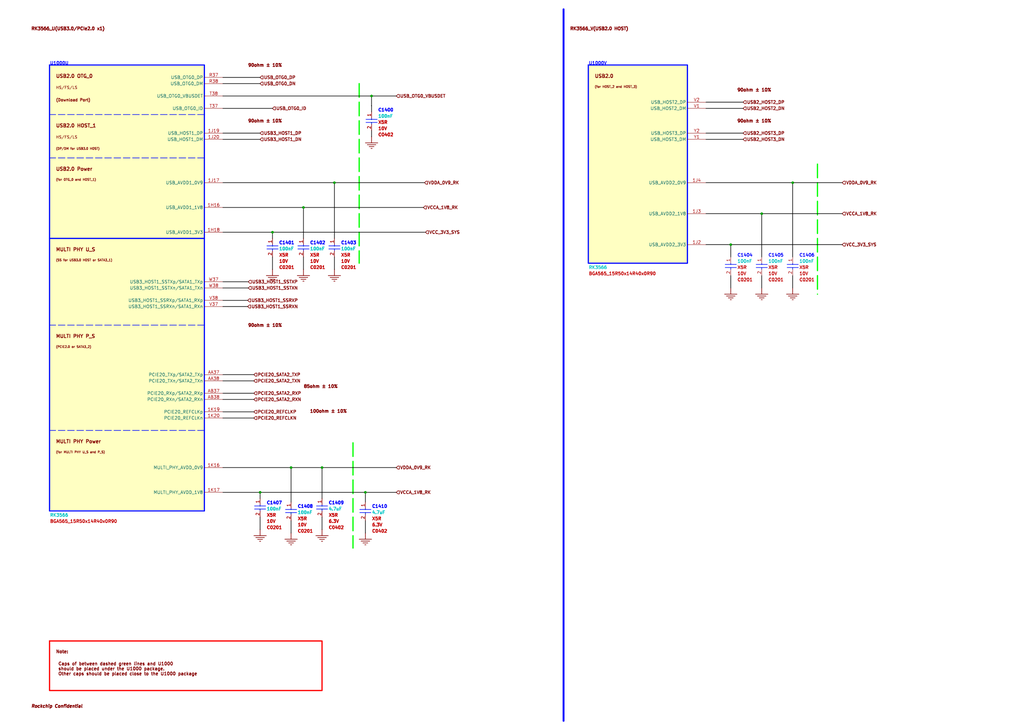
<source format=kicad_sch>
(kicad_sch (version 20231120) (generator "eeschema") (generator_version "8.0")
  (paper "User" 419.989 297.002)
  (lib_symbols
    (symbol "total-altium-import:14_0_CAP NP"
      (symbol "14_0_CAP NP_1_0"
        (pin passive line (at 2.54 2.54 270) (length 2.54) (name "1") (number "1"))
        (pin passive line (at 2.54 -5.08 90) (length 2.54) (name "2") (number "2"))
      )
    )
    (symbol "total-altium-import:14_0_SOC_RK3566"
      (symbol "14_0_SOC_RK3566_1_0"
        (pin passive line (at 30.48 -7.62 180) (length 7.62) (name "VDD_CPU_1") (number "1C12"))
        (pin passive line (at 30.48 -10.16 180) (length 7.62) (name "VDD_CPU_2") (number "1D11"))
        (pin passive line (at 30.48 -12.7 180) (length 7.62) (name "VDD_CPU_3") (number "1D12"))
        (pin passive line (at 30.48 -15.24 180) (length 7.62) (name "VDD_CPU_4") (number "1E11"))
        (pin passive line (at 30.48 -17.78 180) (length 7.62) (name "VDD_CPU_5") (number "1E12"))
        (pin passive line (at 30.48 -20.32 180) (length 7.62) (name "VDD_CPU_6") (number "1E13"))
        (pin passive line (at 30.48 -22.86 180) (length 7.62) (name "VDD_CPU_7") (number "1F11"))
        (pin passive line (at 30.48 -25.4 180) (length 7.62) (name "VDD_CPU_8") (number "1F12"))
        (pin passive line (at 30.48 -27.94 180) (length 7.62) (name "VDD_CPU_9") (number "1F13"))
        (pin passive line (at 30.48 -30.48 180) (length 7.62) (name "VDD_CPU_10") (number "1F14"))
        (pin passive line (at 30.48 -33.02 180) (length 7.62) (name "VDD_CPU_11") (number "1G13"))
        (pin passive line (at 30.48 -109.22 180) (length 7.62) (name "VDD_NPU_1") (number "1G15"))
        (pin passive line (at 30.48 -53.34 180) (length 7.62) (name "VDD_LOGIC_4") (number "1H10"))
        (pin passive line (at 30.48 -111.76 180) (length 7.62) (name "VDD_NPU_2") (number "1H14"))
        (pin passive line (at 30.48 -114.3 180) (length 7.62) (name "VDD_NPU_3") (number "1H15"))
        (pin passive line (at 30.48 -45.72 180) (length 7.62) (name "VDD_LOGIC_1") (number "1H7"))
        (pin passive line (at 30.48 -48.26 180) (length 7.62) (name "VDD_LOGIC_2") (number "1H8"))
        (pin passive line (at 30.48 -50.8 180) (length 7.62) (name "VDD_LOGIC_3") (number "1H9"))
        (pin passive line (at 30.48 -58.42 180) (length 7.62) (name "VDD_LOGIC_6") (number "1J10"))
        (pin passive line (at 30.48 -116.84 180) (length 7.62) (name "VDD_NPU_4") (number "1J14"))
        (pin passive line (at 30.48 -119.38 180) (length 7.62) (name "VDD_NPU_5") (number "1J15"))
        (pin passive line (at 30.48 -55.88 180) (length 7.62) (name "VDD_LOGIC_5") (number "1J7"))
        (pin passive line (at 30.48 -63.5 180) (length 7.62) (name "VDD_LOGIC_8") (number "1K10"))
        (pin passive line (at 30.48 -60.96 180) (length 7.62) (name "VDD_LOGIC_7") (number "1K7"))
        (pin passive line (at 30.48 -66.04 180) (length 7.62) (name "VDD_LOGIC_9") (number "1L7"))
        (pin passive line (at 30.48 -78.74 180) (length 7.62) (name "VDD_GPU_1") (number "1L8"))
        (pin passive line (at 30.48 -81.28 180) (length 7.62) (name "VDD_GPU_2") (number "1L9"))
        (pin passive line (at 30.48 -83.82 180) (length 7.62) (name "VDD_GPU_3") (number "1M7"))
        (pin passive line (at 30.48 -86.36 180) (length 7.62) (name "VDD_GPU_4") (number "1M8"))
        (pin passive line (at 30.48 -88.9 180) (length 7.62) (name "VDD_GPU_5") (number "1M9"))
      )
      (symbol "14_0_SOC_RK3566_2_0"
        (pin passive line (at 30.48 -78.74 180) (length 7.62) (name "VSS_30") (number "1B10"))
        (pin passive line (at 30.48 -81.28 180) (length 7.62) (name "VSS_31") (number "1B11"))
        (pin passive line (at 30.48 -83.82 180) (length 7.62) (name "VSS_32") (number "1B15"))
        (pin passive line (at 30.48 -86.36 180) (length 7.62) (name "VSS_33") (number "1B19"))
        (pin passive line (at 30.48 -101.6 180) (length 7.62) (name "VSS_39") (number "1C14"))
        (pin passive line (at 30.48 -104.14 180) (length 7.62) (name "VSS_40") (number "1C16"))
        (pin passive line (at 30.48 -106.68 180) (length 7.62) (name "VSS_41") (number "1C18"))
        (pin passive line (at 30.48 -88.9 180) (length 7.62) (name "VSS_34") (number "1C4"))
        (pin passive line (at 30.48 -91.44 180) (length 7.62) (name "VSS_35") (number "1C5"))
        (pin passive line (at 30.48 -93.98 180) (length 7.62) (name "VSS_36") (number "1C6"))
        (pin passive line (at 30.48 -96.52 180) (length 7.62) (name "VSS_37") (number "1C8"))
        (pin passive line (at 30.48 -99.06 180) (length 7.62) (name "VSS_38") (number "1C9"))
        (pin passive line (at 30.48 -109.22 180) (length 7.62) (name "VSS_42") (number "1D1"))
        (pin passive line (at 30.48 -114.3 180) (length 7.62) (name "VSS_44") (number "1D10"))
        (pin passive line (at 30.48 -116.84 180) (length 7.62) (name "VSS_45") (number "1D14"))
        (pin passive line (at 30.48 -111.76 180) (length 7.62) (name "VSS_43") (number "1D3"))
        (pin passive line (at 30.48 -124.46 180) (length 7.62) (name "VSS_48") (number "1E10"))
        (pin passive line (at 30.48 -127 180) (length 7.62) (name "VSS_49") (number "1E14"))
        (pin passive line (at 30.48 -129.54 180) (length 7.62) (name "VSS_50") (number "1E15"))
        (pin passive line (at 30.48 -119.38 180) (length 7.62) (name "VSS_46") (number "1E3"))
        (pin passive line (at 30.48 -121.92 180) (length 7.62) (name "VSS_47") (number "1E8"))
        (pin passive line (at 30.48 -5.08 180) (length 7.62) (name "VSS_1") (number "A1"))
        (pin passive line (at 30.48 -7.62 180) (length 7.62) (name "VSS_2") (number "A2"))
        (pin passive line (at 30.48 -10.16 180) (length 7.62) (name "VSS_3") (number "A38"))
        (pin passive line (at 30.48 -48.26 180) (length 7.62) (name "VSS_18") (number "AA2"))
        (pin passive line (at 30.48 -63.5 180) (length 7.62) (name "VSS_24") (number "AC37"))
        (pin passive line (at 30.48 -50.8 180) (length 7.62) (name "VSS_19") (number "AD2"))
        (pin passive line (at 30.48 -66.04 180) (length 7.62) (name "VSS_25") (number "AE37"))
        (pin passive line (at 30.48 -68.58 180) (length 7.62) (name "VSS_26") (number "AH37"))
        (pin passive line (at 30.48 -71.12 180) (length 7.62) (name "VSS_27") (number "AL37"))
        (pin passive line (at 30.48 -53.34 180) (length 7.62) (name "VSS_20") (number "AP2"))
        (pin passive line (at 30.48 -73.66 180) (length 7.62) (name "VSS_28") (number "AP37"))
        (pin passive line (at 30.48 -58.42 180) (length 7.62) (name "VSS_22") (number "AP8"))
        (pin passive line (at 30.48 -55.88 180) (length 7.62) (name "VSS_21") (number "AR1"))
        (pin passive line (at 30.48 -76.2 180) (length 7.62) (name "VSS_29") (number "AR38"))
        (pin passive line (at 30.48 -12.7 180) (length 7.62) (name "VSS_4") (number "B1"))
        (pin passive line (at 30.48 -20.32 180) (length 7.62) (name "VSS_7") (number "B11"))
        (pin passive line (at 30.48 -22.86 180) (length 7.62) (name "VSS_8") (number "B14"))
        (pin passive line (at 30.48 -25.4 180) (length 7.62) (name "VSS_9") (number "B18"))
        (pin passive line (at 30.48 -15.24 180) (length 7.62) (name "VSS_5") (number "B2"))
        (pin passive line (at 30.48 -27.94 180) (length 7.62) (name "VSS_10") (number "B21"))
        (pin passive line (at 30.48 -30.48 180) (length 7.62) (name "VSS_11") (number "B28"))
        (pin passive line (at 30.48 -33.02 180) (length 7.62) (name "VSS_12") (number "B31"))
        (pin passive line (at 30.48 -17.78 180) (length 7.62) (name "VSS_6") (number "B6"))
        (pin passive line (at 30.48 -35.56 180) (length 7.62) (name "VSS_13") (number "D2"))
        (pin passive line (at 30.48 -60.96 180) (length 7.62) (name "VSS_23") (number "E37"))
        (pin passive line (at 30.48 -38.1 180) (length 7.62) (name "VSS_14") (number "J2"))
        (pin passive line (at 30.48 -40.64 180) (length 7.62) (name "VSS_15") (number "L2"))
        (pin passive line (at 30.48 -43.18 180) (length 7.62) (name "VSS_16") (number "U2"))
        (pin passive line (at 30.48 -45.72 180) (length 7.62) (name "VSS_17") (number "W2"))
      )
      (symbol "14_0_SOC_RK3566_3_0"
        (pin passive line (at 30.48 -5.08 180) (length 7.62) (name "VSS_51") (number "1E17"))
        (pin passive line (at 30.48 -17.78 180) (length 7.62) (name "VSS_56") (number "1F10"))
        (pin passive line (at 30.48 -20.32 180) (length 7.62) (name "VSS_57") (number "1F15"))
        (pin passive line (at 30.48 -22.86 180) (length 7.62) (name "VSS_58") (number "1F16"))
        (pin passive line (at 30.48 -7.62 180) (length 7.62) (name "VSS_52") (number "1F6"))
        (pin passive line (at 30.48 -10.16 180) (length 7.62) (name "VSS_53") (number "1F7"))
        (pin passive line (at 30.48 -12.7 180) (length 7.62) (name "VSS_54") (number "1F8"))
        (pin passive line (at 30.48 -15.24 180) (length 7.62) (name "VSS_55") (number "1F9"))
        (pin passive line (at 30.48 -38.1 180) (length 7.62) (name "VSS_64") (number "1G10"))
        (pin passive line (at 30.48 -40.64 180) (length 7.62) (name "VSS_65") (number "1G11"))
        (pin passive line (at 30.48 -43.18 180) (length 7.62) (name "VSS_66") (number "1G12"))
        (pin passive line (at 30.48 -45.72 180) (length 7.62) (name "VSS_67") (number "1G14"))
        (pin passive line (at 30.48 -25.4 180) (length 7.62) (name "VSS_59") (number "1G3"))
        (pin passive line (at 30.48 -27.94 180) (length 7.62) (name "VSS_60") (number "1G6"))
        (pin passive line (at 30.48 -30.48 180) (length 7.62) (name "VSS_61") (number "1G7"))
        (pin passive line (at 30.48 -33.02 180) (length 7.62) (name "VSS_62") (number "1G8"))
        (pin passive line (at 30.48 -35.56 180) (length 7.62) (name "VSS_63") (number "1G9"))
        (pin passive line (at 30.48 -48.26 180) (length 7.62) (name "VSS_68") (number "1H1"))
        (pin passive line (at 30.48 -55.88 180) (length 7.62) (name "VSS_71") (number "1H11"))
        (pin passive line (at 30.48 -58.42 180) (length 7.62) (name "VSS_72") (number "1H12"))
        (pin passive line (at 30.48 -60.96 180) (length 7.62) (name "VSS_73") (number "1H13"))
        (pin passive line (at 30.48 -50.8 180) (length 7.62) (name "VSS_69") (number "1H2"))
        (pin passive line (at 30.48 -53.34 180) (length 7.62) (name "VSS_70") (number "1H6"))
        (pin passive line (at 30.48 -63.5 180) (length 7.62) (name "VSS_74") (number "1J1"))
        (pin passive line (at 30.48 -73.66 180) (length 7.62) (name "VSS_78") (number "1J11"))
        (pin passive line (at 30.48 -76.2 180) (length 7.62) (name "VSS_79") (number "1J12"))
        (pin passive line (at 30.48 -78.74 180) (length 7.62) (name "VSS_80") (number "1J13"))
        (pin passive line (at 30.48 -66.04 180) (length 7.62) (name "VSS_75") (number "1J6"))
        (pin passive line (at 30.48 -68.58 180) (length 7.62) (name "VSS_76") (number "1J8"))
        (pin passive line (at 30.48 -71.12 180) (length 7.62) (name "VSS_77") (number "1J9"))
        (pin passive line (at 30.48 -99.06 180) (length 7.62) (name "VSS_88") (number "1K11"))
        (pin passive line (at 30.48 -101.6 180) (length 7.62) (name "VSS_89") (number "1K12"))
        (pin passive line (at 30.48 -104.14 180) (length 7.62) (name "VSS_90") (number "1K13"))
        (pin passive line (at 30.48 -106.68 180) (length 7.62) (name "VSS_91") (number "1K14"))
        (pin passive line (at 30.48 -109.22 180) (length 7.62) (name "VSS_92") (number "1K15"))
        (pin passive line (at 30.48 -81.28 180) (length 7.62) (name "VSS_81") (number "1K2"))
        (pin passive line (at 30.48 -83.82 180) (length 7.62) (name "VSS_82") (number "1K3"))
        (pin passive line (at 30.48 -86.36 180) (length 7.62) (name "VSS_83") (number "1K4"))
        (pin passive line (at 30.48 -88.9 180) (length 7.62) (name "VSS_84") (number "1K5"))
        (pin passive line (at 30.48 -91.44 180) (length 7.62) (name "VSS_85") (number "1K6"))
        (pin passive line (at 30.48 -93.98 180) (length 7.62) (name "VSS_86") (number "1K8"))
        (pin passive line (at 30.48 -96.52 180) (length 7.62) (name "VSS_87") (number "1K9"))
        (pin passive line (at 30.48 -116.84 180) (length 7.62) (name "VSS_95") (number "1L10"))
        (pin passive line (at 30.48 -119.38 180) (length 7.62) (name "VSS_96") (number "1L11"))
        (pin passive line (at 30.48 -121.92 180) (length 7.62) (name "VSS_97") (number "1L12"))
        (pin passive line (at 30.48 -124.46 180) (length 7.62) (name "VSS_98") (number "1L13"))
        (pin passive line (at 30.48 -127 180) (length 7.62) (name "VSS_99") (number "1L14"))
        (pin passive line (at 30.48 -129.54 180) (length 7.62) (name "VSS_100") (number "1L15"))
        (pin passive line (at 30.48 -111.76 180) (length 7.62) (name "VSS_93") (number "1L3"))
        (pin passive line (at 30.48 -114.3 180) (length 7.62) (name "VSS_94") (number "1L6"))
      )
      (symbol "14_0_SOC_RK3566_4_0"
        (pin passive line (at 30.48 -15.24 180) (length 7.62) (name "VSS_105") (number "1M10"))
        (pin passive line (at 30.48 -17.78 180) (length 7.62) (name "VSS_106") (number "1M11"))
        (pin passive line (at 30.48 -20.32 180) (length 7.62) (name "VSS_107") (number "1M12"))
        (pin passive line (at 30.48 -22.86 180) (length 7.62) (name "VSS_108") (number "1M13"))
        (pin passive line (at 30.48 -25.4 180) (length 7.62) (name "VSS_109") (number "1M14"))
        (pin passive line (at 30.48 -27.94 180) (length 7.62) (name "VSS_110") (number "1M15"))
        (pin passive line (at 30.48 -30.48 180) (length 7.62) (name "VSS_111") (number "1M16"))
        (pin passive line (at 30.48 -33.02 180) (length 7.62) (name "VSS_112") (number "1M17"))
        (pin passive line (at 30.48 -35.56 180) (length 7.62) (name "VSS_113") (number "1M20"))
        (pin passive line (at 30.48 -5.08 180) (length 7.62) (name "VSS_101") (number "1M3"))
        (pin passive line (at 30.48 -7.62 180) (length 7.62) (name "VSS_102") (number "1M4"))
        (pin passive line (at 30.48 -10.16 180) (length 7.62) (name "VSS_103") (number "1M5"))
        (pin passive line (at 30.48 -12.7 180) (length 7.62) (name "VSS_104") (number "1M6"))
        (pin passive line (at 30.48 -38.1 180) (length 7.62) (name "VSS_114") (number "1N3"))
        (pin passive line (at 30.48 -40.64 180) (length 7.62) (name "VSS_115") (number "1N4"))
        (pin passive line (at 30.48 -43.18 180) (length 7.62) (name "VSS_116") (number "1N7"))
        (pin passive line (at 30.48 -45.72 180) (length 7.62) (name "VSS_117") (number "1P1"))
        (pin passive line (at 30.48 -55.88 180) (length 7.62) (name "VSS_121") (number "1P15"))
        (pin passive line (at 30.48 -48.26 180) (length 7.62) (name "VSS_118") (number "1P5"))
        (pin passive line (at 30.48 -50.8 180) (length 7.62) (name "VSS_119") (number "1P6"))
        (pin passive line (at 30.48 -53.34 180) (length 7.62) (name "VSS_120") (number "1P7"))
        (pin passive line (at 30.48 -58.42 180) (length 7.62) (name "VSS_122") (number "1R3"))
        (pin passive line (at 30.48 -60.96 180) (length 7.62) (name "VSS_123") (number "1R4"))
        (pin passive line (at 30.48 -63.5 180) (length 7.62) (name "VSS_124") (number "1R5"))
        (pin passive line (at 30.48 -66.04 180) (length 7.62) (name "VSS_125") (number "1R6"))
        (pin passive line (at 30.48 -68.58 180) (length 7.62) (name "VSS_126") (number "1R7"))
        (pin passive line (at 30.48 -71.12 180) (length 7.62) (name "VSS_127") (number "1T3"))
        (pin passive line (at 30.48 -73.66 180) (length 7.62) (name "VSS_128") (number "1T5"))
        (pin passive line (at 30.48 -76.2 180) (length 7.62) (name "VSS_129") (number "1U2"))
        (pin passive line (at 30.48 -78.74 180) (length 7.62) (name "VSS_130") (number "1V1"))
        (pin passive line (at 30.48 -81.28 180) (length 7.62) (name "VSS_131") (number "1V4"))
      )
      (symbol "14_0_SOC_RK3566_5_0"
        (pin passive line (at 30.48 -119.38 180) (length 7.62) (name "AVSS1_6") (number "1F20"))
        (pin passive line (at 30.48 -121.92 180) (length 7.62) (name "AVSS1_7") (number "1G16"))
        (pin passive line (at 30.48 -124.46 180) (length 7.62) (name "AVSS1_8") (number "1G18"))
        (pin passive line (at 30.48 -127 180) (length 7.62) (name "AVSS1_9") (number "1G19"))
        (pin passive line (at 30.48 -129.54 180) (length 7.62) (name "AVSS1_10") (number "1G20"))
        (pin passive line (at 30.48 -132.08 180) (length 7.62) (name "AVSS1_11") (number "1J16"))
        (pin passive line (at 30.48 -134.62 180) (length 7.62) (name "AVSS1_12") (number "1J18"))
        (pin passive line (at 30.48 -137.16 180) (length 7.62) (name "AVSS1_13") (number "1K18"))
        (pin passive line (at 30.48 -139.7 180) (length 7.62) (name "AVSS1_14") (number "1L19"))
        (pin passive line (at 30.48 -25.4 180) (length 7.62) (name "AVSS_9") (number "1N11"))
        (pin passive line (at 30.48 -27.94 180) (length 7.62) (name "AVSS_10") (number "1N12"))
        (pin passive line (at 30.48 -33.02 180) (length 7.62) (name "AVSS_12") (number "1P10"))
        (pin passive line (at 30.48 -35.56 180) (length 7.62) (name "AVSS_13") (number "1P14"))
        (pin passive line (at 30.48 -30.48 180) (length 7.62) (name "AVSS_11") (number "1P8"))
        (pin passive line (at 30.48 -43.18 180) (length 7.62) (name "AVSS_16") (number "1R11"))
        (pin passive line (at 30.48 -45.72 180) (length 7.62) (name "AVSS_17") (number "1R12"))
        (pin passive line (at 30.48 -48.26 180) (length 7.62) (name "AVSS_18") (number "1R13"))
        (pin passive line (at 30.48 -50.8 180) (length 7.62) (name "AVSS_19") (number "1R14"))
        (pin passive line (at 30.48 -53.34 180) (length 7.62) (name "AVSS_20") (number "1R15"))
        (pin passive line (at 30.48 -38.1 180) (length 7.62) (name "AVSS_14") (number "1R8"))
        (pin passive line (at 30.48 -40.64 180) (length 7.62) (name "AVSS_15") (number "1R9"))
        (pin passive line (at 30.48 -63.5 180) (length 7.62) (name "AVSS_24") (number "1T10"))
        (pin passive line (at 30.48 -66.04 180) (length 7.62) (name "AVSS_25") (number "1T11"))
        (pin passive line (at 30.48 -68.58 180) (length 7.62) (name "AVSS_26") (number "1T12"))
        (pin passive line (at 30.48 -71.12 180) (length 7.62) (name "AVSS_27") (number "1T13"))
        (pin passive line (at 30.48 -73.66 180) (length 7.62) (name "AVSS_28") (number "1T14"))
        (pin passive line (at 30.48 -76.2 180) (length 7.62) (name "AVSS_29") (number "1T15"))
        (pin passive line (at 30.48 -78.74 180) (length 7.62) (name "AVSS_30") (number "1T16"))
        (pin passive line (at 30.48 -81.28 180) (length 7.62) (name "AVSS_31") (number "1T17"))
        (pin passive line (at 30.48 -55.88 180) (length 7.62) (name "AVSS_21") (number "1T7"))
        (pin passive line (at 30.48 -58.42 180) (length 7.62) (name "AVSS_22") (number "1T8"))
        (pin passive line (at 30.48 -60.96 180) (length 7.62) (name "AVSS_23") (number "1T9"))
        (pin passive line (at 30.48 -83.82 180) (length 7.62) (name "AVSS_32") (number "1U12"))
        (pin passive line (at 30.48 -86.36 180) (length 7.62) (name "AVSS_33") (number "1U13"))
        (pin passive line (at 30.48 -88.9 180) (length 7.62) (name "AVSS_34") (number "1U15"))
        (pin passive line (at 30.48 -91.44 180) (length 7.62) (name "AVSS_35") (number "1U17"))
        (pin passive line (at 30.48 -96.52 180) (length 7.62) (name "AVSS_37") (number "1V12"))
        (pin passive line (at 30.48 -99.06 180) (length 7.62) (name "AVSS_38") (number "1V13"))
        (pin passive line (at 30.48 -101.6 180) (length 7.62) (name "AVSS_39") (number "1V18"))
        (pin passive line (at 30.48 -93.98 180) (length 7.62) (name "AVSS_36") (number "1V7"))
        (pin passive line (at 30.48 -5.08 180) (length 7.62) (name "AVSS_1") (number "AP13"))
        (pin passive line (at 30.48 -7.62 180) (length 7.62) (name "AVSS_2") (number "AP16"))
        (pin passive line (at 30.48 -10.16 180) (length 7.62) (name "AVSS_3") (number "AP19"))
        (pin passive line (at 30.48 -12.7 180) (length 7.62) (name "AVSS_4") (number "AP22"))
        (pin passive line (at 30.48 -15.24 180) (length 7.62) (name "AVSS_5") (number "AP25"))
        (pin passive line (at 30.48 -17.78 180) (length 7.62) (name "AVSS_6") (number "AP28"))
        (pin passive line (at 30.48 -20.32 180) (length 7.62) (name "AVSS_7") (number "AP31"))
        (pin passive line (at 30.48 -22.86 180) (length 7.62) (name "AVSS_8") (number "AP34"))
        (pin passive line (at 30.48 -106.68 180) (length 7.62) (name "AVSS1_1") (number "H37"))
        (pin passive line (at 30.48 -109.22 180) (length 7.62) (name "AVSS1_2") (number "L37"))
        (pin passive line (at 30.48 -111.76 180) (length 7.62) (name "AVSS1_3") (number "P37"))
        (pin passive line (at 30.48 -114.3 180) (length 7.62) (name "AVSS1_4") (number "U37"))
        (pin passive line (at 30.48 -116.84 180) (length 7.62) (name "AVSS1_5") (number "Y37"))
      )
      (symbol "14_0_SOC_RK3566_6_0"
        (text "---" (at 133.096 -13.462 0) (effects (font (size 0.889 0.889)) (justify left bottom)))
        (text "---" (at 178.816 -104.902 0) (effects (font (size 0.889 0.889)) (justify left bottom)))
        (text "---" (at 178.816 -76.962 0) (effects (font (size 0.889 0.889)) (justify left bottom)))
        (text "---" (at 178.816 -74.422 0) (effects (font (size 0.889 0.889)) (justify left bottom)))
        (text "---" (at 178.816 -66.802 0) (effects (font (size 0.889 0.889)) (justify left bottom)))
        (text "---" (at 178.816 -64.262 0) (effects (font (size 0.889 0.889)) (justify left bottom)))
        (text "---" (at 178.816 -56.642 0) (effects (font (size 0.889 0.889)) (justify left bottom)))
        (text "---" (at 178.816 -49.022 0) (effects (font (size 0.889 0.889)) (justify left bottom)))
        (text "---" (at 178.816 -41.402 0) (effects (font (size 0.889 0.889)) (justify left bottom)))
        (text "---" (at 178.816 -38.862 0) (effects (font (size 0.889 0.889)) (justify left bottom)))
        (text "---" (at 178.816 -31.242 0) (effects (font (size 0.889 0.889)) (justify left bottom)))
        (text "---" (at 178.816 -18.542 0) (effects (font (size 0.889 0.889)) (justify left bottom)))
        (text "---" (at 178.816 -13.462 0) (effects (font (size 0.889 0.889)) (justify left bottom)))
        (text "---" (at 178.816 -10.922 0) (effects (font (size 0.889 0.889)) (justify left bottom)))
        (text "/" (at 17.78 -155.702 0) (effects (font (size 0.889 0.889)) (justify left bottom)))
        (text "/" (at 17.78 -153.162 0) (effects (font (size 0.889 0.889)) (justify left bottom)))
        (text "/" (at 17.78 -148.082 0) (effects (font (size 0.889 0.889)) (justify left bottom)))
        (text "/" (at 17.78 -143.002 0) (effects (font (size 0.889 0.889)) (justify left bottom)))
        (text "/" (at 17.78 -140.462 0) (effects (font (size 0.889 0.889)) (justify left bottom)))
        (text "/" (at 17.78 -137.922 0) (effects (font (size 0.889 0.889)) (justify left bottom)))
        (text "/" (at 17.78 -135.382 0) (effects (font (size 0.889 0.889)) (justify left bottom)))
        (text "/" (at 17.78 -132.842 0) (effects (font (size 0.889 0.889)) (justify left bottom)))
        (text "/" (at 17.78 -130.302 0) (effects (font (size 0.889 0.889)) (justify left bottom)))
        (text "/" (at 17.78 -127.762 0) (effects (font (size 0.889 0.889)) (justify left bottom)))
        (text "/" (at 17.78 -125.222 0) (effects (font (size 0.889 0.889)) (justify left bottom)))
        (text "/" (at 17.78 -117.602 0) (effects (font (size 0.889 0.889)) (justify left bottom)))
        (text "/" (at 17.78 -115.062 0) (effects (font (size 0.889 0.889)) (justify left bottom)))
        (text "/" (at 17.78 -109.982 0) (effects (font (size 0.889 0.889)) (justify left bottom)))
        (text "/" (at 17.78 -104.902 0) (effects (font (size 0.889 0.889)) (justify left bottom)))
        (text "/" (at 17.78 -102.362 0) (effects (font (size 0.889 0.889)) (justify left bottom)))
        (text "/" (at 17.78 -99.822 0) (effects (font (size 0.889 0.889)) (justify left bottom)))
        (text "/" (at 17.78 -97.282 0) (effects (font (size 0.889 0.889)) (justify left bottom)))
        (text "/" (at 17.78 -94.742 0) (effects (font (size 0.889 0.889)) (justify left bottom)))
        (text "/" (at 17.78 -92.202 0) (effects (font (size 0.889 0.889)) (justify left bottom)))
        (text "/" (at 17.78 -89.662 0) (effects (font (size 0.889 0.889)) (justify left bottom)))
        (text "/" (at 17.78 -87.122 0) (effects (font (size 0.889 0.889)) (justify left bottom)))
        (text "/" (at 17.78 -79.502 0) (effects (font (size 0.889 0.889)) (justify left bottom)))
        (text "/" (at 17.78 -76.962 0) (effects (font (size 0.889 0.889)) (justify left bottom)))
        (text "/" (at 17.78 -71.882 0) (effects (font (size 0.889 0.889)) (justify left bottom)))
        (text "/" (at 17.78 -66.802 0) (effects (font (size 0.889 0.889)) (justify left bottom)))
        (text "/" (at 17.78 -64.262 0) (effects (font (size 0.889 0.889)) (justify left bottom)))
        (text "/" (at 17.78 -61.722 0) (effects (font (size 0.889 0.889)) (justify left bottom)))
        (text "/" (at 17.78 -59.182 0) (effects (font (size 0.889 0.889)) (justify left bottom)))
        (text "/" (at 17.78 -56.642 0) (effects (font (size 0.889 0.889)) (justify left bottom)))
        (text "/" (at 17.78 -54.102 0) (effects (font (size 0.889 0.889)) (justify left bottom)))
        (text "/" (at 17.78 -51.562 0) (effects (font (size 0.889 0.889)) (justify left bottom)))
        (text "/" (at 17.78 -49.022 0) (effects (font (size 0.889 0.889)) (justify left bottom)))
        (text "/" (at 17.78 -41.402 0) (effects (font (size 0.889 0.889)) (justify left bottom)))
        (text "/" (at 17.78 -38.862 0) (effects (font (size 0.889 0.889)) (justify left bottom)))
        (text "/" (at 17.78 -33.782 0) (effects (font (size 0.889 0.889)) (justify left bottom)))
        (text "/" (at 17.78 -28.702 0) (effects (font (size 0.889 0.889)) (justify left bottom)))
        (text "/" (at 17.78 -26.162 0) (effects (font (size 0.889 0.889)) (justify left bottom)))
        (text "/" (at 17.78 -23.622 0) (effects (font (size 0.889 0.889)) (justify left bottom)))
        (text "/" (at 17.78 -21.082 0) (effects (font (size 0.889 0.889)) (justify left bottom)))
        (text "/" (at 17.78 -18.542 0) (effects (font (size 0.889 0.889)) (justify left bottom)))
        (text "/" (at 17.78 -16.002 0) (effects (font (size 0.889 0.889)) (justify left bottom)))
        (text "/" (at 17.78 -13.462 0) (effects (font (size 0.889 0.889)) (justify left bottom)))
        (text "/" (at 17.78 -10.922 0) (effects (font (size 0.889 0.889)) (justify left bottom)))
        (text "/" (at 40.64 -155.702 0) (effects (font (size 0.889 0.889)) (justify left bottom)))
        (text "/" (at 40.64 -153.162 0) (effects (font (size 0.889 0.889)) (justify left bottom)))
        (text "/" (at 40.64 -148.082 0) (effects (font (size 0.889 0.889)) (justify left bottom)))
        (text "/" (at 40.64 -143.002 0) (effects (font (size 0.889 0.889)) (justify left bottom)))
        (text "/" (at 40.64 -140.462 0) (effects (font (size 0.889 0.889)) (justify left bottom)))
        (text "/" (at 40.64 -137.922 0) (effects (font (size 0.889 0.889)) (justify left bottom)))
        (text "/" (at 40.64 -135.382 0) (effects (font (size 0.889 0.889)) (justify left bottom)))
        (text "/" (at 40.64 -132.842 0) (effects (font (size 0.889 0.889)) (justify left bottom)))
        (text "/" (at 40.64 -130.302 0) (effects (font (size 0.889 0.889)) (justify left bottom)))
        (text "/" (at 40.64 -127.762 0) (effects (font (size 0.889 0.889)) (justify left bottom)))
        (text "/" (at 40.64 -125.222 0) (effects (font (size 0.889 0.889)) (justify left bottom)))
        (text "/" (at 40.64 -117.602 0) (effects (font (size 0.889 0.889)) (justify left bottom)))
        (text "/" (at 40.64 -115.062 0) (effects (font (size 0.889 0.889)) (justify left bottom)))
        (text "/" (at 40.64 -109.982 0) (effects (font (size 0.889 0.889)) (justify left bottom)))
        (text "/" (at 40.64 -104.902 0) (effects (font (size 0.889 0.889)) (justify left bottom)))
        (text "/" (at 40.64 -102.362 0) (effects (font (size 0.889 0.889)) (justify left bottom)))
        (text "/" (at 40.64 -99.822 0) (effects (font (size 0.889 0.889)) (justify left bottom)))
        (text "/" (at 40.64 -97.282 0) (effects (font (size 0.889 0.889)) (justify left bottom)))
        (text "/" (at 40.64 -94.742 0) (effects (font (size 0.889 0.889)) (justify left bottom)))
        (text "/" (at 40.64 -92.202 0) (effects (font (size 0.889 0.889)) (justify left bottom)))
        (text "/" (at 40.64 -89.662 0) (effects (font (size 0.889 0.889)) (justify left bottom)))
        (text "/" (at 40.64 -87.122 0) (effects (font (size 0.889 0.889)) (justify left bottom)))
        (text "/" (at 40.64 -79.502 0) (effects (font (size 0.889 0.889)) (justify left bottom)))
        (text "/" (at 40.64 -76.962 0) (effects (font (size 0.889 0.889)) (justify left bottom)))
        (text "/" (at 40.64 -71.882 0) (effects (font (size 0.889 0.889)) (justify left bottom)))
        (text "/" (at 40.64 -66.802 0) (effects (font (size 0.889 0.889)) (justify left bottom)))
        (text "/" (at 40.64 -64.262 0) (effects (font (size 0.889 0.889)) (justify left bottom)))
        (text "/" (at 40.64 -61.722 0) (effects (font (size 0.889 0.889)) (justify left bottom)))
        (text "/" (at 40.64 -59.182 0) (effects (font (size 0.889 0.889)) (justify left bottom)))
        (text "/" (at 40.64 -56.642 0) (effects (font (size 0.889 0.889)) (justify left bottom)))
        (text "/" (at 40.64 -54.102 0) (effects (font (size 0.889 0.889)) (justify left bottom)))
        (text "/" (at 40.64 -51.562 0) (effects (font (size 0.889 0.889)) (justify left bottom)))
        (text "/" (at 40.64 -49.022 0) (effects (font (size 0.889 0.889)) (justify left bottom)))
        (text "/" (at 40.64 -41.402 0) (effects (font (size 0.889 0.889)) (justify left bottom)))
        (text "/" (at 40.64 -38.862 0) (effects (font (size 0.889 0.889)) (justify left bottom)))
        (text "/" (at 40.64 -33.782 0) (effects (font (size 0.889 0.889)) (justify left bottom)))
        (text "/" (at 40.64 -28.702 0) (effects (font (size 0.889 0.889)) (justify left bottom)))
        (text "/" (at 40.64 -26.162 0) (effects (font (size 0.889 0.889)) (justify left bottom)))
        (text "/" (at 40.64 -23.622 0) (effects (font (size 0.889 0.889)) (justify left bottom)))
        (text "/" (at 40.64 -21.082 0) (effects (font (size 0.889 0.889)) (justify left bottom)))
        (text "/" (at 40.64 -18.542 0) (effects (font (size 0.889 0.889)) (justify left bottom)))
        (text "/" (at 40.64 -16.002 0) (effects (font (size 0.889 0.889)) (justify left bottom)))
        (text "/" (at 40.64 -13.462 0) (effects (font (size 0.889 0.889)) (justify left bottom)))
        (text "/" (at 40.64 -10.922 0) (effects (font (size 0.889 0.889)) (justify left bottom)))
        (text "/" (at 63.5 -155.702 0) (effects (font (size 0.889 0.889)) (justify left bottom)))
        (text "/" (at 63.5 -153.162 0) (effects (font (size 0.889 0.889)) (justify left bottom)))
        (text "/" (at 63.5 -148.082 0) (effects (font (size 0.889 0.889)) (justify left bottom)))
        (text "/" (at 63.5 -143.002 0) (effects (font (size 0.889 0.889)) (justify left bottom)))
        (text "/" (at 63.5 -140.462 0) (effects (font (size 0.889 0.889)) (justify left bottom)))
        (text "/" (at 63.5 -137.922 0) (effects (font (size 0.889 0.889)) (justify left bottom)))
        (text "/" (at 63.5 -135.382 0) (effects (font (size 0.889 0.889)) (justify left bottom)))
        (text "/" (at 63.5 -132.842 0) (effects (font (size 0.889 0.889)) (justify left bottom)))
        (text "/" (at 63.5 -130.302 0) (effects (font (size 0.889 0.889)) (justify left bottom)))
        (text "/" (at 63.5 -127.762 0) (effects (font (size 0.889 0.889)) (justify left bottom)))
        (text "/" (at 63.5 -125.222 0) (effects (font (size 0.889 0.889)) (justify left bottom)))
        (text "/" (at 63.5 -117.602 0) (effects (font (size 0.889 0.889)) (justify left bottom)))
        (text "/" (at 63.5 -115.062 0) (effects (font (size 0.889 0.889)) (justify left bottom)))
        (text "/" (at 63.5 -109.982 0) (effects (font (size 0.889 0.889)) (justify left bottom)))
        (text "/" (at 63.5 -104.902 0) (effects (font (size 0.889 0.889)) (justify left bottom)))
        (text "/" (at 63.5 -102.362 0) (effects (font (size 0.889 0.889)) (justify left bottom)))
        (text "/" (at 63.5 -99.822 0) (effects (font (size 0.889 0.889)) (justify left bottom)))
        (text "/" (at 63.5 -97.282 0) (effects (font (size 0.889 0.889)) (justify left bottom)))
        (text "/" (at 63.5 -94.742 0) (effects (font (size 0.889 0.889)) (justify left bottom)))
        (text "/" (at 63.5 -92.202 0) (effects (font (size 0.889 0.889)) (justify left bottom)))
        (text "/" (at 63.5 -89.662 0) (effects (font (size 0.889 0.889)) (justify left bottom)))
        (text "/" (at 63.5 -87.122 0) (effects (font (size 0.889 0.889)) (justify left bottom)))
        (text "/" (at 63.5 -79.502 0) (effects (font (size 0.889 0.889)) (justify left bottom)))
        (text "/" (at 63.5 -76.962 0) (effects (font (size 0.889 0.889)) (justify left bottom)))
        (text "/" (at 63.5 -71.882 0) (effects (font (size 0.889 0.889)) (justify left bottom)))
        (text "/" (at 63.5 -66.802 0) (effects (font (size 0.889 0.889)) (justify left bottom)))
        (text "/" (at 63.5 -64.262 0) (effects (font (size 0.889 0.889)) (justify left bottom)))
        (text "/" (at 63.5 -61.722 0) (effects (font (size 0.889 0.889)) (justify left bottom)))
        (text "/" (at 63.5 -59.182 0) (effects (font (size 0.889 0.889)) (justify left bottom)))
        (text "/" (at 63.5 -56.642 0) (effects (font (size 0.889 0.889)) (justify left bottom)))
        (text "/" (at 63.5 -54.102 0) (effects (font (size 0.889 0.889)) (justify left bottom)))
        (text "/" (at 63.5 -51.562 0) (effects (font (size 0.889 0.889)) (justify left bottom)))
        (text "/" (at 63.5 -49.022 0) (effects (font (size 0.889 0.889)) (justify left bottom)))
        (text "/" (at 63.5 -41.402 0) (effects (font (size 0.889 0.889)) (justify left bottom)))
        (text "/" (at 63.5 -38.862 0) (effects (font (size 0.889 0.889)) (justify left bottom)))
        (text "/" (at 63.5 -33.782 0) (effects (font (size 0.889 0.889)) (justify left bottom)))
        (text "/" (at 63.5 -28.702 0) (effects (font (size 0.889 0.889)) (justify left bottom)))
        (text "/" (at 63.5 -26.162 0) (effects (font (size 0.889 0.889)) (justify left bottom)))
        (text "/" (at 63.5 -23.622 0) (effects (font (size 0.889 0.889)) (justify left bottom)))
        (text "/" (at 63.5 -21.082 0) (effects (font (size 0.889 0.889)) (justify left bottom)))
        (text "/" (at 63.5 -18.542 0) (effects (font (size 0.889 0.889)) (justify left bottom)))
        (text "/" (at 63.5 -16.002 0) (effects (font (size 0.889 0.889)) (justify left bottom)))
        (text "/" (at 63.5 -13.462 0) (effects (font (size 0.889 0.889)) (justify left bottom)))
        (text "/" (at 63.5 -10.922 0) (effects (font (size 0.889 0.889)) (justify left bottom)))
        (text "/" (at 81.28 -155.702 0) (effects (font (size 0.889 0.889)) (justify left bottom)))
        (text "/" (at 81.28 -153.162 0) (effects (font (size 0.889 0.889)) (justify left bottom)))
        (text "/" (at 81.28 -148.082 0) (effects (font (size 0.889 0.889)) (justify left bottom)))
        (text "/" (at 81.28 -143.002 0) (effects (font (size 0.889 0.889)) (justify left bottom)))
        (text "/" (at 81.28 -140.462 0) (effects (font (size 0.889 0.889)) (justify left bottom)))
        (text "/" (at 81.28 -137.922 0) (effects (font (size 0.889 0.889)) (justify left bottom)))
        (text "/" (at 81.28 -135.382 0) (effects (font (size 0.889 0.889)) (justify left bottom)))
        (text "/" (at 81.28 -132.842 0) (effects (font (size 0.889 0.889)) (justify left bottom)))
        (text "/" (at 81.28 -130.302 0) (effects (font (size 0.889 0.889)) (justify left bottom)))
        (text "/" (at 81.28 -127.762 0) (effects (font (size 0.889 0.889)) (justify left bottom)))
        (text "/" (at 81.28 -125.222 0) (effects (font (size 0.889 0.889)) (justify left bottom)))
        (text "/" (at 81.28 -117.602 0) (effects (font (size 0.889 0.889)) (justify left bottom)))
        (text "/" (at 81.28 -115.062 0) (effects (font (size 0.889 0.889)) (justify left bottom)))
        (text "/" (at 81.28 -109.982 0) (effects (font (size 0.889 0.889)) (justify left bottom)))
        (text "/" (at 81.28 -104.902 0) (effects (font (size 0.889 0.889)) (justify left bottom)))
        (text "/" (at 81.28 -102.362 0) (effects (font (size 0.889 0.889)) (justify left bottom)))
        (text "/" (at 81.28 -99.822 0) (effects (font (size 0.889 0.889)) (justify left bottom)))
        (text "/" (at 81.28 -97.282 0) (effects (font (size 0.889 0.889)) (justify left bottom)))
        (text "/" (at 81.28 -94.742 0) (effects (font (size 0.889 0.889)) (justify left bottom)))
        (text "/" (at 81.28 -92.202 0) (effects (font (size 0.889 0.889)) (justify left bottom)))
        (text "/" (at 81.28 -89.662 0) (effects (font (size 0.889 0.889)) (justify left bottom)))
        (text "/" (at 81.28 -87.122 0) (effects (font (size 0.889 0.889)) (justify left bottom)))
        (text "/" (at 81.28 -79.502 0) (effects (font (size 0.889 0.889)) (justify left bottom)))
        (text "/" (at 81.28 -76.962 0) (effects (font (size 0.889 0.889)) (justify left bottom)))
        (text "/" (at 81.28 -71.882 0) (effects (font (size 0.889 0.889)) (justify left bottom)))
        (text "/" (at 81.28 -66.802 0) (effects (font (size 0.889 0.889)) (justify left bottom)))
        (text "/" (at 81.28 -64.262 0) (effects (font (size 0.889 0.889)) (justify left bottom)))
        (text "/" (at 81.28 -61.722 0) (effects (font (size 0.889 0.889)) (justify left bottom)))
        (text "/" (at 81.28 -59.182 0) (effects (font (size 0.889 0.889)) (justify left bottom)))
        (text "/" (at 81.28 -56.642 0) (effects (font (size 0.889 0.889)) (justify left bottom)))
        (text "/" (at 81.28 -54.102 0) (effects (font (size 0.889 0.889)) (justify left bottom)))
        (text "/" (at 81.28 -51.562 0) (effects (font (size 0.889 0.889)) (justify left bottom)))
        (text "/" (at 81.28 -49.022 0) (effects (font (size 0.889 0.889)) (justify left bottom)))
        (text "/" (at 81.28 -41.402 0) (effects (font (size 0.889 0.889)) (justify left bottom)))
        (text "/" (at 81.28 -38.862 0) (effects (font (size 0.889 0.889)) (justify left bottom)))
        (text "/" (at 81.28 -33.782 0) (effects (font (size 0.889 0.889)) (justify left bottom)))
        (text "/" (at 81.28 -28.702 0) (effects (font (size 0.889 0.889)) (justify left bottom)))
        (text "/" (at 81.28 -26.162 0) (effects (font (size 0.889 0.889)) (justify left bottom)))
        (text "/" (at 81.28 -23.622 0) (effects (font (size 0.889 0.889)) (justify left bottom)))
        (text "/" (at 81.28 -21.082 0) (effects (font (size 0.889 0.889)) (justify left bottom)))
        (text "/" (at 81.28 -18.542 0) (effects (font (size 0.889 0.889)) (justify left bottom)))
        (text "/" (at 81.28 -16.002 0) (effects (font (size 0.889 0.889)) (justify left bottom)))
        (text "/" (at 81.28 -13.462 0) (effects (font (size 0.889 0.889)) (justify left bottom)))
        (text "/" (at 81.28 -10.922 0) (effects (font (size 0.889 0.889)) (justify left bottom)))
        (text "/" (at 130.556 -104.902 0) (effects (font (size 0.889 0.889)) (justify left bottom)))
        (text "/" (at 130.556 -99.822 0) (effects (font (size 0.889 0.889)) (justify left bottom)))
        (text "/" (at 130.556 -97.282 0) (effects (font (size 0.889 0.889)) (justify left bottom)))
        (text "/" (at 130.556 -94.742 0) (effects (font (size 0.889 0.889)) (justify left bottom)))
        (text "/" (at 130.556 -92.202 0) (effects (font (size 0.889 0.889)) (justify left bottom)))
        (text "/" (at 130.556 -87.122 0) (effects (font (size 0.889 0.889)) (justify left bottom)))
        (text "/" (at 130.556 -84.582 0) (effects (font (size 0.889 0.889)) (justify left bottom)))
        (text "/" (at 130.556 -79.502 0) (effects (font (size 0.889 0.889)) (justify left bottom)))
        (text "/" (at 130.556 -76.962 0) (effects (font (size 0.889 0.889)) (justify left bottom)))
        (text "/" (at 130.556 -74.422 0) (effects (font (size 0.889 0.889)) (justify left bottom)))
        (text "/" (at 130.556 -69.342 0) (effects (font (size 0.889 0.889)) (justify left bottom)))
        (text "/" (at 130.556 -66.802 0) (effects (font (size 0.889 0.889)) (justify left bottom)))
        (text "/" (at 130.556 -64.262 0) (effects (font (size 0.889 0.889)) (justify left bottom)))
        (text "/" (at 130.556 -61.722 0) (effects (font (size 0.889 0.889)) (justify left bottom)))
        (text "/" (at 130.556 -56.642 0) (effects (font (size 0.889 0.889)) (justify left bottom)))
        (text "/" (at 130.556 -54.102 0) (effects (font (size 0.889 0.889)) (justify left bottom)))
        (text "/" (at 130.556 -51.562 0) (effects (font (size 0.889 0.889)) (justify left bottom)))
        (text "/" (at 130.556 -49.022 0) (effects (font (size 0.889 0.889)) (justify left bottom)))
        (text "/" (at 130.556 -43.942 0) (effects (font (size 0.889 0.889)) (justify left bottom)))
        (text "/" (at 130.556 -41.402 0) (effects (font (size 0.889 0.889)) (justify left bottom)))
        (text "/" (at 130.556 -38.862 0) (effects (font (size 0.889 0.889)) (justify left bottom)))
        (text "/" (at 130.556 -36.322 0) (effects (font (size 0.889 0.889)) (justify left bottom)))
        (text "/" (at 130.556 -31.242 0) (effects (font (size 0.889 0.889)) (justify left bottom)))
        (text "/" (at 130.556 -28.702 0) (effects (font (size 0.889 0.889)) (justify left bottom)))
        (text "/" (at 130.556 -26.162 0) (effects (font (size 0.889 0.889)) (justify left bottom)))
        (text "/" (at 130.556 -23.622 0) (effects (font (size 0.889 0.889)) (justify left bottom)))
        (text "/" (at 130.556 -18.542 0) (effects (font (size 0.889 0.889)) (justify left bottom)))
        (text "/" (at 130.556 -16.002 0) (effects (font (size 0.889 0.889)) (justify left bottom)))
        (text "/" (at 130.556 -13.462 0) (effects (font (size 0.889 0.889)) (justify left bottom)))
        (text "/" (at 130.556 -10.922 0) (effects (font (size 0.889 0.889)) (justify left bottom)))
        (text "/" (at 155.956 -104.902 0) (effects (font (size 0.889 0.889)) (justify left bottom)))
        (text "/" (at 155.956 -99.822 0) (effects (font (size 0.889 0.889)) (justify left bottom)))
        (text "/" (at 155.956 -97.282 0) (effects (font (size 0.889 0.889)) (justify left bottom)))
        (text "/" (at 155.956 -94.742 0) (effects (font (size 0.889 0.889)) (justify left bottom)))
        (text "/" (at 155.956 -92.202 0) (effects (font (size 0.889 0.889)) (justify left bottom)))
        (text "/" (at 155.956 -87.122 0) (effects (font (size 0.889 0.889)) (justify left bottom)))
        (text "/" (at 155.956 -84.582 0) (effects (font (size 0.889 0.889)) (justify left bottom)))
        (text "/" (at 155.956 -79.502 0) (effects (font (size 0.889 0.889)) (justify left bottom)))
        (text "/" (at 155.956 -76.962 0) (effects (font (size 0.889 0.889)) (justify left bottom)))
        (text "/" (at 155.956 -74.422 0) (effects (font (size 0.889 0.889)) (justify left bottom)))
        (text "/" (at 155.956 -69.342 0) (effects (font (size 0.889 0.889)) (justify left bottom)))
        (text "/" (at 155.956 -66.802 0) (effects (font (size 0.889 0.889)) (justify left bottom)))
        (text "/" (at 155.956 -64.262 0) (effects (font (size 0.889 0.889)) (justify left bottom)))
        (text "/" (at 155.956 -61.722 0) (effects (font (size 0.889 0.889)) (justify left bottom)))
        (text "/" (at 155.956 -56.642 0) (effects (font (size 0.889 0.889)) (justify left bottom)))
        (text "/" (at 155.956 -54.102 0) (effects (font (size 0.889 0.889)) (justify left bottom)))
        (text "/" (at 155.956 -51.562 0) (effects (font (size 0.889 0.889)) (justify left bottom)))
        (text "/" (at 155.956 -49.022 0) (effects (font (size 0.889 0.889)) (justify left bottom)))
        (text "/" (at 155.956 -43.942 0) (effects (font (size 0.889 0.889)) (justify left bottom)))
        (text "/" (at 155.956 -41.402 0) (effects (font (size 0.889 0.889)) (justify left bottom)))
        (text "/" (at 155.956 -38.862 0) (effects (font (size 0.889 0.889)) (justify left bottom)))
        (text "/" (at 155.956 -36.322 0) (effects (font (size 0.889 0.889)) (justify left bottom)))
        (text "/" (at 155.956 -31.242 0) (effects (font (size 0.889 0.889)) (justify left bottom)))
        (text "/" (at 155.956 -28.702 0) (effects (font (size 0.889 0.889)) (justify left bottom)))
        (text "/" (at 155.956 -26.162 0) (effects (font (size 0.889 0.889)) (justify left bottom)))
        (text "/" (at 155.956 -23.622 0) (effects (font (size 0.889 0.889)) (justify left bottom)))
        (text "/" (at 155.956 -18.542 0) (effects (font (size 0.889 0.889)) (justify left bottom)))
        (text "/" (at 155.956 -16.002 0) (effects (font (size 0.889 0.889)) (justify left bottom)))
        (text "/" (at 155.956 -13.462 0) (effects (font (size 0.889 0.889)) (justify left bottom)))
        (text "/" (at 155.956 -10.922 0) (effects (font (size 0.889 0.889)) (justify left bottom)))
        (text "/" (at 176.276 -104.902 0) (effects (font (size 0.889 0.889)) (justify left bottom)))
        (text "/" (at 176.276 -99.822 0) (effects (font (size 0.889 0.889)) (justify left bottom)))
        (text "/" (at 176.276 -97.282 0) (effects (font (size 0.889 0.889)) (justify left bottom)))
        (text "/" (at 176.276 -94.742 0) (effects (font (size 0.889 0.889)) (justify left bottom)))
        (text "/" (at 176.276 -92.202 0) (effects (font (size 0.889 0.889)) (justify left bottom)))
        (text "/" (at 176.276 -87.122 0) (effects (font (size 0.889 0.889)) (justify left bottom)))
        (text "/" (at 176.276 -84.582 0) (effects (font (size 0.889 0.889)) (justify left bottom)))
        (text "/" (at 176.276 -79.502 0) (effects (font (size 0.889 0.889)) (justify left bottom)))
        (text "/" (at 176.276 -76.962 0) (effects (font (size 0.889 0.889)) (justify left bottom)))
        (text "/" (at 176.276 -74.422 0) (effects (font (size 0.889 0.889)) (justify left bottom)))
        (text "/" (at 176.276 -69.342 0) (effects (font (size 0.889 0.889)) (justify left bottom)))
        (text "/" (at 176.276 -66.802 0) (effects (font (size 0.889 0.889)) (justify left bottom)))
        (text "/" (at 176.276 -64.262 0) (effects (font (size 0.889 0.889)) (justify left bottom)))
        (text "/" (at 176.276 -61.722 0) (effects (font (size 0.889 0.889)) (justify left bottom)))
        (text "/" (at 176.276 -56.642 0) (effects (font (size 0.889 0.889)) (justify left bottom)))
        (text "/" (at 176.276 -54.102 0) (effects (font (size 0.889 0.889)) (justify left bottom)))
        (text "/" (at 176.276 -51.562 0) (effects (font (size 0.889 0.889)) (justify left bottom)))
        (text "/" (at 176.276 -49.022 0) (effects (font (size 0.889 0.889)) (justify left bottom)))
        (text "/" (at 176.276 -43.942 0) (effects (font (size 0.889 0.889)) (justify left bottom)))
        (text "/" (at 176.276 -41.402 0) (effects (font (size 0.889 0.889)) (justify left bottom)))
        (text "/" (at 176.276 -38.862 0) (effects (font (size 0.889 0.889)) (justify left bottom)))
        (text "/" (at 176.276 -36.322 0) (effects (font (size 0.889 0.889)) (justify left bottom)))
        (text "/" (at 176.276 -31.242 0) (effects (font (size 0.889 0.889)) (justify left bottom)))
        (text "/" (at 176.276 -28.702 0) (effects (font (size 0.889 0.889)) (justify left bottom)))
        (text "/" (at 176.276 -26.162 0) (effects (font (size 0.889 0.889)) (justify left bottom)))
        (text "/" (at 176.276 -23.622 0) (effects (font (size 0.889 0.889)) (justify left bottom)))
        (text "/" (at 176.276 -18.542 0) (effects (font (size 0.889 0.889)) (justify left bottom)))
        (text "/" (at 176.276 -16.002 0) (effects (font (size 0.889 0.889)) (justify left bottom)))
        (text "/" (at 176.276 -13.462 0) (effects (font (size 0.889 0.889)) (justify left bottom)))
        (text "/" (at 176.276 -10.922 0) (effects (font (size 0.889 0.889)) (justify left bottom)))
        (text "/" (at 194.056 -104.902 0) (effects (font (size 0.889 0.889)) (justify left bottom)))
        (text "/" (at 194.056 -99.822 0) (effects (font (size 0.889 0.889)) (justify left bottom)))
        (text "/" (at 194.056 -97.282 0) (effects (font (size 0.889 0.889)) (justify left bottom)))
        (text "/" (at 194.056 -94.742 0) (effects (font (size 0.889 0.889)) (justify left bottom)))
        (text "/" (at 194.056 -92.202 0) (effects (font (size 0.889 0.889)) (justify left bottom)))
        (text "/" (at 194.056 -87.122 0) (effects (font (size 0.889 0.889)) (justify left bottom)))
        (text "/" (at 194.056 -84.582 0) (effects (font (size 0.889 0.889)) (justify left bottom)))
        (text "/" (at 194.056 -79.502 0) (effects (font (size 0.889 0.889)) (justify left bottom)))
        (text "/" (at 194.056 -76.962 0) (effects (font (size 0.889 0.889)) (justify left bottom)))
        (text "/" (at 194.056 -74.422 0) (effects (font (size 0.889 0.889)) (justify left bottom)))
        (text "/" (at 194.056 -69.342 0) (effects (font (size 0.889 0.889)) (justify left bottom)))
        (text "/" (at 194.056 -66.802 0) (effects (font (size 0.889 0.889)) (justify left bottom)))
        (text "/" (at 194.056 -64.262 0) (effects (font (size 0.889 0.889)) (justify left bottom)))
        (text "/" (at 194.056 -61.722 0) (effects (font (size 0.889 0.889)) (justify left bottom)))
        (text "/" (at 194.056 -56.642 0) (effects (font (size 0.889 0.889)) (justify left bottom)))
        (text "/" (at 194.056 -54.102 0) (effects (font (size 0.889 0.889)) (justify left bottom)))
        (text "/" (at 194.056 -51.562 0) (effects (font (size 0.889 0.889)) (justify left bottom)))
        (text "/" (at 194.056 -49.022 0) (effects (font (size 0.889 0.889)) (justify left bottom)))
        (text "/" (at 194.056 -43.942 0) (effects (font (size 0.889 0.889)) (justify left bottom)))
        (text "/" (at 194.056 -41.402 0) (effects (font (size 0.889 0.889)) (justify left bottom)))
        (text "/" (at 194.056 -38.862 0) (effects (font (size 0.889 0.889)) (justify left bottom)))
        (text "/" (at 194.056 -36.322 0) (effects (font (size 0.889 0.889)) (justify left bottom)))
        (text "/" (at 194.056 -31.242 0) (effects (font (size 0.889 0.889)) (justify left bottom)))
        (text "/" (at 194.056 -28.702 0) (effects (font (size 0.889 0.889)) (justify left bottom)))
        (text "/" (at 194.056 -26.162 0) (effects (font (size 0.889 0.889)) (justify left bottom)))
        (text "/" (at 194.056 -23.622 0) (effects (font (size 0.889 0.889)) (justify left bottom)))
        (text "/" (at 194.056 -18.542 0) (effects (font (size 0.889 0.889)) (justify left bottom)))
        (text "/" (at 194.056 -16.002 0) (effects (font (size 0.889 0.889)) (justify left bottom)))
        (text "/" (at 194.056 -13.462 0) (effects (font (size 0.889 0.889)) (justify left bottom)))
        (text "/" (at 194.056 -10.922 0) (effects (font (size 0.889 0.889)) (justify left bottom)))
        (text "0.60V" (at 162.56 -192.278 0) (effects (font (size 0.889 0.889) (thickness 0.1778) (bold yes)) (justify left bottom)))
        (text "1.10V" (at 149.86 -192.278 0) (effects (font (size 0.889 0.889)) (justify left bottom)))
        (text "1.10V" (at 149.86 -189.738 0) (effects (font (size 0.889 0.889)) (justify left bottom)))
        (text "1.10V" (at 162.56 -189.738 0) (effects (font (size 0.889 0.889)) (justify left bottom)))
        (text "1.20V" (at 149.86 -187.198 0) (effects (font (size 0.889 0.889)) (justify left bottom)))
        (text "1.20V" (at 149.86 -184.658 0) (effects (font (size 0.889 0.889)) (justify left bottom)))
        (text "1.20V" (at 162.56 -187.198 0) (effects (font (size 0.889 0.889)) (justify left bottom)))
        (text "1.20V" (at 162.56 -184.658 0) (effects (font (size 0.889 0.889)) (justify left bottom)))
        (text "1.35V" (at 149.86 -179.578 0) (effects (font (size 0.889 0.889)) (justify left bottom)))
        (text "1.35V" (at 162.56 -179.578 0) (effects (font (size 0.889 0.889)) (justify left bottom)))
        (text "1.50V" (at 149.86 -182.118 0) (effects (font (size 0.889 0.889)) (justify left bottom)))
        (text "1.50V" (at 162.56 -182.118 0) (effects (font (size 0.889 0.889)) (justify left bottom)))
        (text "DDR3" (at 66.04 -4.826 0) (effects (font (size 1.143 1.143) (thickness 0.2286) (bold yes)) (justify left bottom)))
        (text "DDR3" (at 137.16 -182.118 0) (effects (font (size 0.889 0.889)) (justify left bottom)))
        (text "DDR3" (at 160.02 -4.826 0) (effects (font (size 1.143 1.143) (thickness 0.2286) (bold yes)) (justify left bottom)))
        (text "DDR3_A0" (at 158.496 -56.642 0) (effects (font (size 0.889 0.889)) (justify left bottom)))
        (text "DDR3_A1" (at 158.496 -66.802 0) (effects (font (size 0.889 0.889)) (justify left bottom)))
        (text "DDR3_A10" (at 158.496 -41.402 0) (effects (font (size 0.889 0.889)) (justify left bottom)))
        (text "DDR3_A11" (at 158.496 -26.162 0) (effects (font (size 0.889 0.889)) (justify left bottom)))
        (text "DDR3_A12" (at 158.496 -69.342 0) (effects (font (size 0.889 0.889)) (justify left bottom)))
        (text "DDR3_A13" (at 158.496 -28.702 0) (effects (font (size 0.889 0.889)) (justify left bottom)))
        (text "DDR3_A14" (at 158.496 -51.562 0) (effects (font (size 0.889 0.889)) (justify left bottom)))
        (text "DDR3_A15" (at 158.496 -54.102 0) (effects (font (size 0.889 0.889)) (justify left bottom)))
        (text "DDR3_A2" (at 158.496 -13.462 0) (effects (font (size 0.889 0.889)) (justify left bottom)))
        (text "DDR3_A3" (at 158.496 -18.542 0) (effects (font (size 0.889 0.889)) (justify left bottom)))
        (text "DDR3_A4" (at 158.496 -16.002 0) (effects (font (size 0.889 0.889)) (justify left bottom)))
        (text "DDR3_A5" (at 158.496 -38.862 0) (effects (font (size 0.889 0.889)) (justify left bottom)))
        (text "DDR3_A6" (at 158.496 -36.322 0) (effects (font (size 0.889 0.889)) (justify left bottom)))
        (text "DDR3_A7" (at 158.496 -43.942 0) (effects (font (size 0.889 0.889)) (justify left bottom)))
        (text "DDR3_A8" (at 158.496 -31.242 0) (effects (font (size 0.889 0.889)) (justify left bottom)))
        (text "DDR3_A9" (at 158.496 -10.922 0) (effects (font (size 0.889 0.889)) (justify left bottom)))
        (text "DDR3_BA0" (at 158.496 -76.962 0) (effects (font (size 0.889 0.889)) (justify left bottom)))
        (text "DDR3_BA1" (at 158.496 -23.622 0) (effects (font (size 0.889 0.889)) (justify left bottom)))
        (text "DDR3_BA2" (at 158.496 -49.022 0) (effects (font (size 0.889 0.889)) (justify left bottom)))
        (text "DDR3_CASn" (at 158.496 -64.262 0) (effects (font (size 0.889 0.889)) (justify left bottom)))
        (text "DDR3_CKE" (at 158.496 -79.502 0) (effects (font (size 0.889 0.889)) (justify left bottom)))
        (text "DDR3_CLKN" (at 158.496 -87.122 0) (effects (font (size 0.889 0.889) (thickness 0.1778) (bold yes)) (justify left bottom)))
        (text "DDR3_CLKP" (at 158.496 -84.582 0) (effects (font (size 0.889 0.889) (thickness 0.1778) (bold yes)) (justify left bottom)))
        (text "DDR3_CS0n" (at 158.496 -99.822 0) (effects (font (size 0.889 0.889)) (justify left bottom)))
        (text "DDR3_CS1n" (at 158.496 -94.742 0) (effects (font (size 0.889 0.889)) (justify left bottom)))
        (text "DDR3_DM0" (at 66.04 -33.782 0) (effects (font (size 0.889 0.889)) (justify left bottom)))
        (text "DDR3_DM1" (at 66.04 -71.882 0) (effects (font (size 0.889 0.889)) (justify left bottom)))
        (text "DDR3_DM2" (at 66.04 -109.982 0) (effects (font (size 0.889 0.889)) (justify left bottom)))
        (text "DDR3_DM3" (at 66.04 -148.082 0) (effects (font (size 0.889 0.889)) (justify left bottom)))
        (text "DDR3_DQ0" (at 66.04 -10.922 0) (effects (font (size 0.889 0.889)) (justify left bottom)))
        (text "DDR3_DQ1" (at 66.04 -13.462 0) (effects (font (size 0.889 0.889)) (justify left bottom)))
        (text "DDR3_DQ10" (at 66.04 -54.102 0) (effects (font (size 0.889 0.889)) (justify left bottom)))
        (text "DDR3_DQ11" (at 66.04 -56.642 0) (effects (font (size 0.889 0.889)) (justify left bottom)))
        (text "DDR3_DQ12" (at 66.04 -59.182 0) (effects (font (size 0.889 0.889)) (justify left bottom)))
        (text "DDR3_DQ13" (at 66.04 -61.722 0) (effects (font (size 0.889 0.889)) (justify left bottom)))
        (text "DDR3_DQ14" (at 66.04 -64.262 0) (effects (font (size 0.889 0.889)) (justify left bottom)))
        (text "DDR3_DQ15" (at 66.04 -66.802 0) (effects (font (size 0.889 0.889)) (justify left bottom)))
        (text "DDR3_DQ16" (at 66.04 -87.122 0) (effects (font (size 0.889 0.889)) (justify left bottom)))
        (text "DDR3_DQ17" (at 66.04 -89.662 0) (effects (font (size 0.889 0.889)) (justify left bottom)))
        (text "DDR3_DQ18" (at 66.04 -92.202 0) (effects (font (size 0.889 0.889)) (justify left bottom)))
        (text "DDR3_DQ19" (at 66.04 -94.742 0) (effects (font (size 0.889 0.889)) (justify left bottom)))
        (text "DDR3_DQ2" (at 66.04 -16.002 0) (effects (font (size 0.889 0.889)) (justify left bottom)))
        (text "DDR3_DQ20" (at 66.04 -97.282 0) (effects (font (size 0.889 0.889)) (justify left bottom)))
        (text "DDR3_DQ21" (at 66.04 -99.822 0) (effects (font (size 0.889 0.889)) (justify left bottom)))
        (text "DDR3_DQ22" (at 66.04 -102.362 0) (effects (font (size 0.889 0.889)) (justify left bottom)))
        (text "DDR3_DQ23" (at 66.04 -104.902 0) (effects (font (size 0.889 0.889)) (justify left bottom)))
        (text "DDR3_DQ24" (at 66.04 -125.222 0) (effects (font (size 0.889 0.889)) (justify left bottom)))
        (text "DDR3_DQ25" (at 66.04 -127.762 0) (effects (font (size 0.889 0.889)) (justify left bottom)))
        (text "DDR3_DQ26" (at 66.04 -130.302 0) (effects (font (size 0.889 0.889)) (justify left bottom)))
        (text "DDR3_DQ27" (at 66.04 -132.842 0) (effects (font (size 0.889 0.889)) (justify left bottom)))
        (text "DDR3_DQ28" (at 66.04 -135.382 0) (effects (font (size 0.889 0.889)) (justify left bottom)))
        (text "DDR3_DQ29" (at 66.04 -137.922 0) (effects (font (size 0.889 0.889)) (justify left bottom)))
        (text "DDR3_DQ3" (at 66.04 -18.542 0) (effects (font (size 0.889 0.889)) (justify left bottom)))
        (text "DDR3_DQ30" (at 66.04 -140.462 0) (effects (font (size 0.889 0.889)) (justify left bottom)))
        (text "DDR3_DQ31" (at 66.04 -143.002 0) (effects (font (size 0.889 0.889)) (justify left bottom)))
        (text "DDR3_DQ4" (at 66.04 -21.082 0) (effects (font (size 0.889 0.889)) (justify left bottom)))
        (text "DDR3_DQ5" (at 66.04 -23.622 0) (effects (font (size 0.889 0.889)) (justify left bottom)))
        (text "DDR3_DQ6" (at 66.04 -26.162 0) (effects (font (size 0.889 0.889)) (justify left bottom)))
        (text "DDR3_DQ7" (at 66.04 -28.702 0) (effects (font (size 0.889 0.889)) (justify left bottom)))
        (text "DDR3_DQ8" (at 66.04 -49.022 0) (effects (font (size 0.889 0.889)) (justify left bottom)))
        (text "DDR3_DQ9" (at 66.04 -51.562 0) (effects (font (size 0.889 0.889)) (justify left bottom)))
        (text "DDR3_DQS0N" (at 66.04 -41.402 0) (effects (font (size 0.889 0.889)) (justify left bottom)))
        (text "DDR3_DQS0P" (at 66.04 -38.862 0) (effects (font (size 0.889 0.889)) (justify left bottom)))
        (text "DDR3_DQS1N" (at 66.04 -79.502 0) (effects (font (size 0.889 0.889)) (justify left bottom)))
        (text "DDR3_DQS1P" (at 66.04 -76.962 0) (effects (font (size 0.889 0.889)) (justify left bottom)))
        (text "DDR3_DQS2N" (at 66.04 -117.602 0) (effects (font (size 0.889 0.889)) (justify left bottom)))
        (text "DDR3_DQS2P" (at 66.04 -115.062 0) (effects (font (size 0.889 0.889)) (justify left bottom)))
        (text "DDR3_DQS3N" (at 66.04 -155.702 0) (effects (font (size 0.889 0.889)) (justify left bottom)))
        (text "DDR3_DQS3P" (at 66.04 -153.162 0) (effects (font (size 0.889 0.889)) (justify left bottom)))
        (text "DDR3_ODT0" (at 158.496 -97.282 0) (effects (font (size 0.889 0.889)) (justify left bottom)))
        (text "DDR3_ODT1" (at 158.496 -92.202 0) (effects (font (size 0.889 0.889)) (justify left bottom)))
        (text "DDR3_RASn" (at 158.496 -61.722 0) (effects (font (size 0.889 0.889)) (justify left bottom)))
        (text "DDR3_RESETn" (at 158.496 -104.902 0) (effects (font (size 0.889 0.889)) (justify left bottom)))
        (text "DDR3_WEn" (at 158.496 -74.422 0) (effects (font (size 0.889 0.889)) (justify left bottom)))
        (text "DDR3L" (at 137.16 -179.578 0) (effects (font (size 0.889 0.889)) (justify left bottom)))
        (text "DDR4" (at 20.32 -4.826 0) (effects (font (size 1.143 1.143) (thickness 0.2286) (bold yes)) (justify left bottom)))
        (text "DDR4" (at 111.76 -4.826 0) (effects (font (size 1.143 1.143) (thickness 0.2286) (bold yes)) (justify left bottom)))
        (text "DDR4" (at 137.16 -184.658 0) (effects (font (size 0.889 0.889)) (justify left bottom)))
        (text "DDR4_A0" (at 110.236 -10.922 0) (effects (font (size 0.889 0.889)) (justify left bottom)))
        (text "DDR4_A1" (at 110.236 -13.462 0) (effects (font (size 0.889 0.889)) (justify left bottom)))
        (text "DDR4_A10" (at 110.236 -41.402 0) (effects (font (size 0.889 0.889)) (justify left bottom)))
        (text "DDR4_A11" (at 110.236 -43.942 0) (effects (font (size 0.889 0.889)) (justify left bottom)))
        (text "DDR4_A12" (at 110.236 -49.022 0) (effects (font (size 0.889 0.889)) (justify left bottom)))
        (text "DDR4_A13" (at 110.236 -51.562 0) (effects (font (size 0.889 0.889)) (justify left bottom)))
        (text "DDR4_A14_WEn" (at 110.236 -54.102 0) (effects (font (size 0.889 0.889)) (justify left bottom)))
        (text "DDR4_A15_CASn" (at 110.236 -56.642 0) (effects (font (size 0.889 0.889)) (justify left bottom)))
        (text "DDR4_A16_RASn" (at 110.236 -61.722 0) (effects (font (size 0.889 0.889)) (justify left bottom)))
        (text "DDR4_A2" (at 110.236 -16.002 0) (effects (font (size 0.889 0.889)) (justify left bottom)))
        (text "DDR4_A3" (at 110.236 -18.542 0) (effects (font (size 0.889 0.889)) (justify left bottom)))
        (text "DDR4_A4" (at 110.236 -23.622 0) (effects (font (size 0.889 0.889)) (justify left bottom)))
        (text "DDR4_A5" (at 110.236 -26.162 0) (effects (font (size 0.889 0.889)) (justify left bottom)))
        (text "DDR4_A6" (at 110.236 -28.702 0) (effects (font (size 0.889 0.889)) (justify left bottom)))
        (text "DDR4_A7" (at 110.236 -31.242 0) (effects (font (size 0.889 0.889)) (justify left bottom)))
        (text "DDR4_A8" (at 110.236 -36.322 0) (effects (font (size 0.889 0.889)) (justify left bottom)))
        (text "DDR4_A9" (at 110.236 -38.862 0) (effects (font (size 0.889 0.889)) (justify left bottom)))
        (text "DDR4_ACTn" (at 110.236 -64.262 0) (effects (font (size 0.889 0.889)) (justify left bottom)))
        (text "DDR4_BA0" (at 110.236 -66.802 0) (effects (font (size 0.889 0.889)) (justify left bottom)))
        (text "DDR4_BA1" (at 110.236 -69.342 0) (effects (font (size 0.889 0.889)) (justify left bottom)))
        (text "DDR4_BG0" (at 110.236 -74.422 0) (effects (font (size 0.889 0.889)) (justify left bottom)))
        (text "DDR4_BG1" (at 110.236 -76.962 0) (effects (font (size 0.889 0.889)) (justify left bottom)))
        (text "DDR4_CKE" (at 110.236 -79.502 0) (effects (font (size 0.889 0.889)) (justify left bottom)))
        (text "DDR4_CLKN" (at 110.236 -87.122 0) (effects (font (size 0.889 0.889) (thickness 0.1778) (bold yes)) (justify left bottom)))
        (text "DDR4_CLKP" (at 110.236 -84.582 0) (effects (font (size 0.889 0.889) (thickness 0.1778) (bold yes)) (justify left bottom)))
        (text "DDR4_CS0n" (at 110.236 -92.202 0) (effects (font (size 0.889 0.889)) (justify left bottom)))
        (text "DDR4_CS1n" (at 110.236 -94.742 0) (effects (font (size 0.889 0.889)) (justify left bottom)))
        (text "DDR4_DML_A" (at 20.32 -33.782 0) (effects (font (size 0.889 0.889)) (justify left bottom)))
        (text "DDR4_DML_B" (at 20.32 -148.082 0) (effects (font (size 0.889 0.889)) (justify left bottom)))
        (text "DDR4_DMU_A" (at 20.32 -71.882 0) (effects (font (size 0.889 0.889)) (justify left bottom)))
        (text "DDR4_DMU_B" (at 20.32 -109.982 0) (effects (font (size 0.889 0.889)) (justify left bottom)))
        (text "DDR4_DQL0_A" (at 20.32 -10.922 0) (effects (font (size 0.889 0.889)) (justify left bottom)))
        (text "DDR4_DQL0_B" (at 20.32 -125.222 0) (effects (font (size 0.889 0.889)) (justify left bottom)))
        (text "DDR4_DQL1_A" (at 20.32 -28.702 0) (effects (font (size 0.889 0.889)) (justify left bottom)))
        (text "DDR4_DQL1_B" (at 20.32 -140.462 0) (effects (font (size 0.889 0.889)) (justify left bottom)))
        (text "DDR4_DQL2_A" (at 20.32 -13.462 0) (effects (font (size 0.889 0.889)) (justify left bottom)))
        (text "DDR4_DQL2_B" (at 20.32 -127.762 0) (effects (font (size 0.889 0.889)) (justify left bottom)))
        (text "DDR4_DQL3_A" (at 20.32 -26.162 0) (effects (font (size 0.889 0.889)) (justify left bottom)))
        (text "DDR4_DQL3_B" (at 20.32 -143.002 0) (effects (font (size 0.889 0.889)) (justify left bottom)))
        (text "DDR4_DQL4_A" (at 20.32 -16.002 0) (effects (font (size 0.889 0.889)) (justify left bottom)))
        (text "DDR4_DQL4_B" (at 20.32 -130.302 0) (effects (font (size 0.889 0.889)) (justify left bottom)))
        (text "DDR4_DQL5_A" (at 20.32 -23.622 0) (effects (font (size 0.889 0.889)) (justify left bottom)))
        (text "DDR4_DQL5_B" (at 20.32 -137.922 0) (effects (font (size 0.889 0.889)) (justify left bottom)))
        (text "DDR4_DQL6_A" (at 20.32 -18.542 0) (effects (font (size 0.889 0.889)) (justify left bottom)))
        (text "DDR4_DQL6_B" (at 20.32 -132.842 0) (effects (font (size 0.889 0.889)) (justify left bottom)))
        (text "DDR4_DQL7_A" (at 20.32 -21.082 0) (effects (font (size 0.889 0.889)) (justify left bottom)))
        (text "DDR4_DQL7_B" (at 20.32 -135.382 0) (effects (font (size 0.889 0.889)) (justify left bottom)))
        (text "DDR4_DQSL_N_A" (at 20.32 -41.402 0) (effects (font (size 0.889 0.889)) (justify left bottom)))
        (text "DDR4_DQSL_N_B" (at 20.32 -155.702 0) (effects (font (size 0.889 0.889)) (justify left bottom)))
        (text "DDR4_DQSL_P_A" (at 20.32 -38.862 0) (effects (font (size 0.889 0.889)) (justify left bottom)))
        (text "DDR4_DQSL_P_B" (at 20.32 -153.162 0) (effects (font (size 0.889 0.889)) (justify left bottom)))
        (text "DDR4_DQSU_N_A" (at 20.32 -79.502 0) (effects (font (size 0.889 0.889)) (justify left bottom)))
        (text "DDR4_DQSU_N_B" (at 20.32 -117.602 0) (effects (font (size 0.889 0.889)) (justify left bottom)))
        (text "DDR4_DQSU_P_A" (at 20.32 -76.962 0) (effects (font (size 0.889 0.889)) (justify left bottom)))
        (text "DDR4_DQSU_P_B" (at 20.32 -115.062 0) (effects (font (size 0.889 0.889)) (justify left bottom)))
        (text "DDR4_DQU0_A" (at 20.32 -66.802 0) (effects (font (size 0.889 0.889)) (justify left bottom)))
        (text "DDR4_DQU0_B" (at 20.32 -97.282 0) (effects (font (size 0.889 0.889)) (justify left bottom)))
        (text "DDR4_DQU1_A" (at 20.32 -51.562 0) (effects (font (size 0.889 0.889)) (justify left bottom)))
        (text "DDR4_DQU1_B" (at 20.32 -94.742 0) (effects (font (size 0.889 0.889)) (justify left bottom)))
        (text "DDR4_DQU2_A" (at 20.32 -59.182 0) (effects (font (size 0.889 0.889)) (justify left bottom)))
        (text "DDR4_DQU2_B" (at 20.32 -104.902 0) (effects (font (size 0.889 0.889)) (justify left bottom)))
        (text "DDR4_DQU3_A" (at 20.32 -49.022 0) (effects (font (size 0.889 0.889)) (justify left bottom)))
        (text "DDR4_DQU3_B" (at 20.32 -92.202 0) (effects (font (size 0.889 0.889)) (justify left bottom)))
        (text "DDR4_DQU4_A" (at 20.32 -61.722 0) (effects (font (size 0.889 0.889)) (justify left bottom)))
        (text "DDR4_DQU4_B" (at 20.32 -102.362 0) (effects (font (size 0.889 0.889)) (justify left bottom)))
        (text "DDR4_DQU5_A" (at 20.32 -56.642 0) (effects (font (size 0.889 0.889)) (justify left bottom)))
        (text "DDR4_DQU5_B" (at 20.32 -89.662 0) (effects (font (size 0.889 0.889)) (justify left bottom)))
        (text "DDR4_DQU6_A" (at 20.32 -64.262 0) (effects (font (size 0.889 0.889)) (justify left bottom)))
        (text "DDR4_DQU6_B" (at 20.32 -99.822 0) (effects (font (size 0.889 0.889)) (justify left bottom)))
        (text "DDR4_DQU7_A" (at 20.32 -54.102 0) (effects (font (size 0.889 0.889)) (justify left bottom)))
        (text "DDR4_DQU7_B" (at 20.32 -87.122 0) (effects (font (size 0.889 0.889)) (justify left bottom)))
        (text "DDR4_ODT0" (at 110.236 -97.282 0) (effects (font (size 0.889 0.889)) (justify left bottom)))
        (text "DDR4_ODT1" (at 110.236 -99.822 0) (effects (font (size 0.889 0.889)) (justify left bottom)))
        (text "DDR4_RESETn" (at 110.236 -104.902 0) (effects (font (size 0.889 0.889)) (justify left bottom)))
        (text "LPDDR3" (at 83.82 -4.826 0) (effects (font (size 1.143 1.143) (thickness 0.2286) (bold yes)) (justify left bottom)))
        (text "LPDDR3" (at 137.16 -187.198 0) (effects (font (size 0.889 0.889)) (justify left bottom)))
        (text "LPDDR3" (at 180.34 -4.826 0) (effects (font (size 1.143 1.143) (thickness 0.2286) (bold yes)) (justify left bottom)))
        (text "LPDDR3_A0" (at 178.816 -51.562 0) (effects (font (size 0.889 0.889)) (justify left bottom)))
        (text "LPDDR3_A1" (at 178.816 -28.702 0) (effects (font (size 0.889 0.889)) (justify left bottom)))
        (text "LPDDR3_A2" (at 178.816 -26.162 0) (effects (font (size 0.889 0.889)) (justify left bottom)))
        (text "LPDDR3_A3" (at 178.816 -23.622 0) (effects (font (size 0.889 0.889)) (justify left bottom)))
        (text "LPDDR3_A4" (at 178.816 -69.342 0) (effects (font (size 0.889 0.889)) (justify left bottom)))
        (text "LPDDR3_A5" (at 178.816 -54.102 0) (effects (font (size 0.889 0.889)) (justify left bottom)))
        (text "LPDDR3_A6" (at 178.816 -16.002 0) (effects (font (size 0.889 0.889)) (justify left bottom)))
        (text "LPDDR3_A7" (at 178.816 -61.722 0) (effects (font (size 0.889 0.889)) (justify left bottom)))
        (text "LPDDR3_A8" (at 178.816 -43.942 0) (effects (font (size 0.889 0.889)) (justify left bottom)))
        (text "LPDDR3_A9" (at 178.816 -36.322 0) (effects (font (size 0.889 0.889)) (justify left bottom)))
        (text "LPDDR3_CKE" (at 178.816 -79.502 0) (effects (font (size 0.889 0.889)) (justify left bottom)))
        (text "LPDDR3_CLKN" (at 178.816 -87.122 0) (effects (font (size 0.889 0.889) (thickness 0.1778) (bold yes)) (justify left bottom)))
        (text "LPDDR3_CLKP" (at 178.816 -84.582 0) (effects (font (size 0.889 0.889) (thickness 0.1778) (bold yes)) (justify left bottom)))
        (text "LPDDR3_CS0n" (at 178.816 -99.822 0) (effects (font (size 0.889 0.889)) (justify left bottom)))
        (text "LPDDR3_CS1n" (at 178.816 -97.282 0) (effects (font (size 0.889 0.889)) (justify left bottom)))
        (text "LPDDR3_DM0" (at 83.82 -109.982 0) (effects (font (size 0.889 0.889)) (justify left bottom)))
        (text "LPDDR3_DM1" (at 83.82 -33.782 0) (effects (font (size 0.889 0.889)) (justify left bottom)))
        (text "LPDDR3_DM2" (at 83.82 -148.082 0) (effects (font (size 0.889 0.889)) (justify left bottom)))
        (text "LPDDR3_DM3" (at 83.82 -71.882 0) (effects (font (size 0.889 0.889)) (justify left bottom)))
        (text "LPDDR3_DQ0" (at 83.82 -104.902 0) (effects (font (size 0.889 0.889)) (justify left bottom)))
        (text "LPDDR3_DQ1" (at 83.82 -87.122 0) (effects (font (size 0.889 0.889)) (justify left bottom)))
        (text "LPDDR3_DQ10" (at 83.82 -16.002 0) (effects (font (size 0.889 0.889)) (justify left bottom)))
        (text "LPDDR3_DQ11" (at 83.82 -28.702 0) (effects (font (size 0.889 0.889)) (justify left bottom)))
        (text "LPDDR3_DQ12" (at 83.82 -23.622 0) (effects (font (size 0.889 0.889)) (justify left bottom)))
        (text "LPDDR3_DQ13" (at 83.82 -21.082 0) (effects (font (size 0.889 0.889)) (justify left bottom)))
        (text "LPDDR3_DQ14" (at 83.82 -13.462 0) (effects (font (size 0.889 0.889)) (justify left bottom)))
        (text "LPDDR3_DQ15" (at 83.82 -10.922 0) (effects (font (size 0.889 0.889)) (justify left bottom)))
        (text "LPDDR3_DQ16" (at 83.82 -135.382 0) (effects (font (size 0.889 0.889)) (justify left bottom)))
        (text "LPDDR3_DQ17" (at 83.82 -137.922 0) (effects (font (size 0.889 0.889)) (justify left bottom)))
        (text "LPDDR3_DQ18" (at 83.82 -125.222 0) (effects (font (size 0.889 0.889)) (justify left bottom)))
        (text "LPDDR3_DQ19" (at 83.82 -127.762 0) (effects (font (size 0.889 0.889)) (justify left bottom)))
        (text "LPDDR3_DQ2" (at 83.82 -97.282 0) (effects (font (size 0.889 0.889)) (justify left bottom)))
        (text "LPDDR3_DQ20" (at 83.82 -140.462 0) (effects (font (size 0.889 0.889)) (justify left bottom)))
        (text "LPDDR3_DQ21" (at 83.82 -143.002 0) (effects (font (size 0.889 0.889)) (justify left bottom)))
        (text "LPDDR3_DQ22" (at 83.82 -130.302 0) (effects (font (size 0.889 0.889)) (justify left bottom)))
        (text "LPDDR3_DQ23" (at 83.82 -132.842 0) (effects (font (size 0.889 0.889)) (justify left bottom)))
        (text "LPDDR3_DQ24" (at 83.82 -51.562 0) (effects (font (size 0.889 0.889)) (justify left bottom)))
        (text "LPDDR3_DQ25" (at 83.82 -49.022 0) (effects (font (size 0.889 0.889)) (justify left bottom)))
        (text "LPDDR3_DQ26" (at 83.82 -59.182 0) (effects (font (size 0.889 0.889)) (justify left bottom)))
        (text "LPDDR3_DQ27" (at 83.82 -66.802 0) (effects (font (size 0.889 0.889)) (justify left bottom)))
        (text "LPDDR3_DQ28" (at 83.82 -54.102 0) (effects (font (size 0.889 0.889)) (justify left bottom)))
        (text "LPDDR3_DQ29" (at 83.82 -56.642 0) (effects (font (size 0.889 0.889)) (justify left bottom)))
        (text "LPDDR3_DQ3" (at 83.82 -99.822 0) (effects (font (size 0.889 0.889)) (justify left bottom)))
        (text "LPDDR3_DQ30" (at 83.82 -64.262 0) (effects (font (size 0.889 0.889)) (justify left bottom)))
        (text "LPDDR3_DQ31" (at 83.82 -61.722 0) (effects (font (size 0.889 0.889)) (justify left bottom)))
        (text "LPDDR3_DQ4" (at 83.82 -94.742 0) (effects (font (size 0.889 0.889)) (justify left bottom)))
        (text "LPDDR3_DQ5" (at 83.82 -89.662 0) (effects (font (size 0.889 0.889)) (justify left bottom)))
        (text "LPDDR3_DQ6" (at 83.82 -92.202 0) (effects (font (size 0.889 0.889)) (justify left bottom)))
        (text "LPDDR3_DQ7" (at 83.82 -102.362 0) (effects (font (size 0.889 0.889)) (justify left bottom)))
        (text "LPDDR3_DQ8" (at 83.82 -26.162 0) (effects (font (size 0.889 0.889)) (justify left bottom)))
        (text "LPDDR3_DQ9" (at 83.82 -18.542 0) (effects (font (size 0.889 0.889)) (justify left bottom)))
        (text "LPDDR3_DQS0N" (at 83.82 -117.602 0) (effects (font (size 0.889 0.889)) (justify left bottom)))
        (text "LPDDR3_DQS0P" (at 83.82 -115.062 0) (effects (font (size 0.889 0.889)) (justify left bottom)))
        (text "LPDDR3_DQS1N" (at 83.82 -41.402 0) (effects (font (size 0.889 0.889)) (justify left bottom)))
        (text "LPDDR3_DQS1P" (at 83.82 -38.862 0) (effects (font (size 0.889 0.889)) (justify left bottom)))
        (text "LPDDR3_DQS2N" (at 83.82 -155.702 0) (effects (font (size 0.889 0.889)) (justify left bottom)))
        (text "LPDDR3_DQS2P" (at 83.82 -153.162 0) (effects (font (size 0.889 0.889)) (justify left bottom)))
        (text "LPDDR3_DQS3N" (at 83.82 -79.502 0) (effects (font (size 0.889 0.889)) (justify left bottom)))
        (text "LPDDR3_DQS3P" (at 83.82 -76.962 0) (effects (font (size 0.889 0.889)) (justify left bottom)))
        (text "LPDDR3_ODT0" (at 178.816 -92.202 0) (effects (font (size 0.889 0.889)) (justify left bottom)))
        (text "LPDDR3_ODT1" (at 178.816 -94.742 0) (effects (font (size 0.889 0.889)) (justify left bottom)))
        (text "LPDDR4" (at 43.18 -4.826 0) (effects (font (size 1.143 1.143) (thickness 0.2286) (bold yes)) (justify left bottom)))
        (text "LPDDR4" (at 134.62 -4.826 0) (effects (font (size 1.143 1.143) (thickness 0.2286) (bold yes)) (justify left bottom)))
        (text "LPDDR4" (at 137.16 -189.738 0) (effects (font (size 0.889 0.889)) (justify left bottom)))
        (text "LPDDR4_A0_A" (at 133.096 -43.942 0) (effects (font (size 0.889 0.889)) (justify left bottom)))
        (text "LPDDR4_A0_B" (at 133.096 -51.562 0) (effects (font (size 0.889 0.889)) (justify left bottom)))
        (text "LPDDR4_A1_A" (at 133.096 -16.002 0) (effects (font (size 0.889 0.889)) (justify left bottom)))
        (text "LPDDR4_A1_B" (at 133.096 -28.702 0) (effects (font (size 0.889 0.889)) (justify left bottom)))
        (text "LPDDR4_A2_A" (at 133.096 -56.642 0) (effects (font (size 0.889 0.889)) (justify left bottom)))
        (text "LPDDR4_A2_B" (at 133.096 -66.802 0) (effects (font (size 0.889 0.889)) (justify left bottom)))
        (text "LPDDR4_A3_A" (at 133.096 -49.022 0) (effects (font (size 0.889 0.889)) (justify left bottom)))
        (text "LPDDR4_A3_B" (at 133.096 -23.622 0) (effects (font (size 0.889 0.889)) (justify left bottom)))
        (text "LPDDR4_A4_A" (at 133.096 -54.102 0) (effects (font (size 0.889 0.889)) (justify left bottom)))
        (text "LPDDR4_A4_B" (at 133.096 -69.342 0) (effects (font (size 0.889 0.889)) (justify left bottom)))
        (text "LPDDR4_A5_A" (at 133.096 -61.722 0) (effects (font (size 0.889 0.889)) (justify left bottom)))
        (text "LPDDR4_A5_B" (at 133.096 -26.162 0) (effects (font (size 0.889 0.889)) (justify left bottom)))
        (text "LPDDR4_CKE0_A" (at 133.096 -79.502 0) (effects (font (size 0.889 0.889)) (justify left bottom)))
        (text "LPDDR4_CKE0_B" (at 133.096 -41.402 0) (effects (font (size 0.889 0.889)) (justify left bottom)))
        (text "LPDDR4_CKE1_A" (at 133.096 -18.542 0) (effects (font (size 0.889 0.889)) (justify left bottom)))
        (text "LPDDR4_CKE1_B" (at 133.096 -64.262 0) (effects (font (size 0.889 0.889)) (justify left bottom)))
        (text "LPDDR4_CLKN_A" (at 133.096 -87.122 0) (effects (font (size 0.889 0.889) (thickness 0.1778) (bold yes)) (justify left bottom)))
        (text "LPDDR4_CLKN_B" (at 133.096 -38.862 0) (effects (font (size 0.889 0.889) (thickness 0.1778) (bold yes)) (justify left bottom)))
        (text "LPDDR4_CLKP_A" (at 133.096 -84.582 0) (effects (font (size 0.889 0.889) (thickness 0.1778) (bold yes)) (justify left bottom)))
        (text "LPDDR4_CLKP_B" (at 133.096 -10.922 0) (effects (font (size 0.889 0.889) (thickness 0.1778) (bold yes)) (justify left bottom)))
        (text "LPDDR4_CS0n_A" (at 133.096 -92.202 0) (effects (font (size 0.889 0.889)) (justify left bottom)))
        (text "LPDDR4_CS0n_B" (at 133.096 -99.822 0) (effects (font (size 0.889 0.889)) (justify left bottom)))
        (text "LPDDR4_CS1n_A" (at 133.096 -94.742 0) (effects (font (size 0.889 0.889)) (justify left bottom)))
        (text "LPDDR4_CS1n_B" (at 133.096 -97.282 0) (effects (font (size 0.889 0.889)) (justify left bottom)))
        (text "LPDDR4_DM0_A" (at 43.18 -33.782 0) (effects (font (size 0.889 0.889)) (justify left bottom)))
        (text "LPDDR4_DM0_B" (at 43.18 -109.982 0) (effects (font (size 0.889 0.889)) (justify left bottom)))
        (text "LPDDR4_DM1_A" (at 43.18 -71.882 0) (effects (font (size 0.889 0.889)) (justify left bottom)))
        (text "LPDDR4_DM1_B" (at 43.18 -148.082 0) (effects (font (size 0.889 0.889)) (justify left bottom)))
        (text "LPDDR4_DQ0_A" (at 43.18 -10.922 0) (effects (font (size 0.889 0.889)) (justify left bottom)))
        (text "LPDDR4_DQ0_B" (at 43.18 -87.122 0) (effects (font (size 0.889 0.889)) (justify left bottom)))
        (text "LPDDR4_DQ10_A" (at 43.18 -54.102 0) (effects (font (size 0.889 0.889)) (justify left bottom)))
        (text "LPDDR4_DQ10_B" (at 43.18 -130.302 0) (effects (font (size 0.889 0.889)) (justify left bottom)))
        (text "LPDDR4_DQ11_A" (at 43.18 -56.642 0) (effects (font (size 0.889 0.889)) (justify left bottom)))
        (text "LPDDR4_DQ11_B" (at 43.18 -132.842 0) (effects (font (size 0.889 0.889)) (justify left bottom)))
        (text "LPDDR4_DQ12_A" (at 43.18 -59.182 0) (effects (font (size 0.889 0.889)) (justify left bottom)))
        (text "LPDDR4_DQ12_B" (at 43.18 -135.382 0) (effects (font (size 0.889 0.889)) (justify left bottom)))
        (text "LPDDR4_DQ13_A" (at 43.18 -61.722 0) (effects (font (size 0.889 0.889)) (justify left bottom)))
        (text "LPDDR4_DQ13_B" (at 43.18 -137.922 0) (effects (font (size 0.889 0.889)) (justify left bottom)))
        (text "LPDDR4_DQ14_A" (at 43.18 -64.262 0) (effects (font (size 0.889 0.889)) (justify left bottom)))
        (text "LPDDR4_DQ14_B" (at 43.18 -140.462 0) (effects (font (size 0.889 0.889)) (justify left bottom)))
        (text "LPDDR4_DQ15_A" (at 43.18 -66.802 0) (effects (font (size 0.889 0.889)) (justify left bottom)))
        (text "LPDDR4_DQ15_B" (at 43.18 -143.002 0) (effects (font (size 0.889 0.889)) (justify left bottom)))
        (text "LPDDR4_DQ1_A" (at 43.18 -13.462 0) (effects (font (size 0.889 0.889)) (justify left bottom)))
        (text "LPDDR4_DQ1_B" (at 43.18 -89.662 0) (effects (font (size 0.889 0.889)) (justify left bottom)))
        (text "LPDDR4_DQ2_A" (at 43.18 -16.002 0) (effects (font (size 0.889 0.889)) (justify left bottom)))
        (text "LPDDR4_DQ2_B" (at 43.18 -92.202 0) (effects (font (size 0.889 0.889)) (justify left bottom)))
        (text "LPDDR4_DQ3_A" (at 43.18 -18.542 0) (effects (font (size 0.889 0.889)) (justify left bottom)))
        (text "LPDDR4_DQ3_B" (at 43.18 -94.742 0) (effects (font (size 0.889 0.889)) (justify left bottom)))
        (text "LPDDR4_DQ4_A" (at 43.18 -21.082 0) (effects (font (size 0.889 0.889)) (justify left bottom)))
        (text "LPDDR4_DQ4_B" (at 43.18 -97.282 0) (effects (font (size 0.889 0.889)) (justify left bottom)))
        (text "LPDDR4_DQ5_A" (at 43.18 -23.622 0) (effects (font (size 0.889 0.889)) (justify left bottom)))
        (text "LPDDR4_DQ5_B" (at 43.18 -99.822 0) (effects (font (size 0.889 0.889)) (justify left bottom)))
        (text "LPDDR4_DQ6_A" (at 43.18 -26.162 0) (effects (font (size 0.889 0.889)) (justify left bottom)))
        (text "LPDDR4_DQ6_B" (at 43.18 -102.362 0) (effects (font (size 0.889 0.889)) (justify left bottom)))
        (text "LPDDR4_DQ7_A" (at 43.18 -28.702 0) (effects (font (size 0.889 0.889)) (justify left bottom)))
        (text "LPDDR4_DQ7_B" (at 43.18 -104.902 0) (effects (font (size 0.889 0.889)) (justify left bottom)))
        (text "LPDDR4_DQ8_A" (at 43.18 -49.022 0) (effects (font (size 0.889 0.889)) (justify left bottom)))
        (text "LPDDR4_DQ8_B" (at 43.18 -125.222 0) (effects (font (size 0.889 0.889)) (justify left bottom)))
        (text "LPDDR4_DQ9_A" (at 43.18 -51.562 0) (effects (font (size 0.889 0.889)) (justify left bottom)))
        (text "LPDDR4_DQ9_B" (at 43.18 -127.762 0) (effects (font (size 0.889 0.889)) (justify left bottom)))
        (text "LPDDR4_DQS0N_A" (at 43.18 -41.402 0) (effects (font (size 0.889 0.889)) (justify left bottom)))
        (text "LPDDR4_DQS0N_B" (at 43.18 -117.602 0) (effects (font (size 0.889 0.889)) (justify left bottom)))
        (text "LPDDR4_DQS0P_A" (at 43.18 -38.862 0) (effects (font (size 0.889 0.889)) (justify left bottom)))
        (text "LPDDR4_DQS0P_B" (at 43.18 -115.062 0) (effects (font (size 0.889 0.889)) (justify left bottom)))
        (text "LPDDR4_DQS1N_A" (at 43.18 -79.502 0) (effects (font (size 0.889 0.889)) (justify left bottom)))
        (text "LPDDR4_DQS1N_B" (at 43.18 -155.702 0) (effects (font (size 0.889 0.889)) (justify left bottom)))
        (text "LPDDR4_DQS1P_A" (at 43.18 -76.962 0) (effects (font (size 0.889 0.889)) (justify left bottom)))
        (text "LPDDR4_DQS1P_B" (at 43.18 -153.162 0) (effects (font (size 0.889 0.889)) (justify left bottom)))
        (text "LPDDR4_ODT0_CA_A" (at 133.096 -36.322 0) (effects (font (size 0.889 0.889)) (justify left bottom)))
        (text "LPDDR4_ODT0_CA_B" (at 133.096 -31.242 0) (effects (font (size 0.889 0.889)) (justify left bottom)))
        (text "LPDDR4_ODT1_CA_A" (at 133.096 -76.962 0) (effects (font (size 0.889 0.889)) (justify left bottom)))
        (text "LPDDR4_ODT1_CA_B" (at 133.096 -74.422 0) (effects (font (size 0.889 0.889)) (justify left bottom)))
        (text "LPDDR4_RESETn" (at 133.096 -104.902 0) (effects (font (size 0.889 0.889)) (justify left bottom)))
        (text "LPDDR4X" (at 137.16 -192.278 0) (effects (font (size 0.889 0.889)) (justify left bottom)))
        (text "Note: Sequences can not be swap" (at 109.22 -110.998 0) (effects (font (size 0.889 0.889)) (justify left bottom)))
        (text "VDDQ" (at 149.86 -174.498 0) (effects (font (size 0.889 0.889)) (justify left bottom)))
        (text "VDDQL" (at 162.56 -174.498 0) (effects (font (size 0.889 0.889)) (justify left bottom)))
        (text_box "Note:\nExcept DDR3, other DQ sequences\ncan not be swap" (at 100.838 -185.42 0) (size -39.878 -6.858) (stroke (width -0.0001)) (fill (type color) (color 255 255 176 1)) (effects (font (size 1.27 1.27)) (justify left top)))
        (pin passive line (at 213.36 -60.96 180) (length 7.62) (name "AC16") (number "1A1"))
        (pin passive line (at -7.62 -99.06 0) (length 7.62) (name "DDR_DQ5_B") (number "1A10"))
        (pin passive line (at -7.62 -147.32 0) (length 7.62) (name "DDR_DM1_B") (number "1A11"))
        (pin passive line (at 213.36 -63.5 180) (length 7.62) (name "AC17") (number "1A2"))
        (pin passive line (at 213.36 -40.64 180) (length 7.62) (name "AC10") (number "1A3"))
        (pin passive line (at 213.36 -73.66 180) (length 7.62) (name "AC20") (number "1A4"))
        (pin passive line (at 213.36 -96.52 180) (length 7.62) (name "AC27") (number "1A5"))
        (pin passive line (at 213.36 -68.58 180) (length 7.62) (name "AC19") (number "1A6"))
        (pin passive line (at -7.62 -93.98 0) (length 7.62) (name "DDR_DQ3_B") (number "1A7"))
        (pin passive line (at -7.62 -91.44 0) (length 7.62) (name "DDR_DQ2_B") (number "1A8"))
        (pin passive line (at -7.62 -104.14 0) (length 7.62) (name "DDR_DQ7_B") (number "1A9"))
        (pin passive line (at 213.36 -53.34 180) (length 7.62) (name "AC14") (number "1B1"))
        (pin passive line (at 213.36 -48.26 180) (length 7.62) (name "AC12") (number "1B3"))
        (pin passive line (at 213.36 -99.06 180) (length 7.62) (name "AC28") (number "1B5"))
        (pin passive line (at 213.36 -22.86 180) (length 7.62) (name "AC4") (number "1B6"))
        (pin passive line (at 213.36 -66.04 180) (length 7.62) (name "AC18") (number "1B7"))
        (pin passive line (at -7.62 -109.22 0) (length 7.62) (name "DDR_DM0_B") (number "1B8"))
        (pin passive line (at -7.62 -101.6 0) (length 7.62) (name "DDR_DQ6_B") (number "1B9"))
        (pin passive line (at 213.36 -55.88 180) (length 7.62) (name "AC15") (number "1C1"))
        (pin passive line (at -7.62 -139.7 0) (length 7.62) (name "DDR_DQ14_B") (number "1C10"))
        (pin passive line (at 213.36 -76.2 180) (length 7.62) (name "AC21") (number "1C2"))
        (pin passive line (at 213.36 -17.78 180) (length 7.62) (name "AC3") (number "1C3"))
        (pin passive line (at 213.36 -104.14 180) (length 7.62) (name "AC29") (number "1C7"))
        (pin passive line (at 213.36 -12.7 180) (length 7.62) (name "AC1") (number "1D2"))
        (pin passive line (at 213.36 -193.04 180) (length 7.62) (name "DDR_AVSS") (number "1D4"))
        (pin passive line (at 213.36 -144.78 180) (length 7.62) (name "DDR_VDDQ_1") (number "1D5"))
        (pin passive line (at 213.36 -147.32 180) (length 7.62) (name "DDR_VDDQ_2") (number "1D6"))
        (pin passive line (at 213.36 -149.86 180) (length 7.62) (name "DDR_VDDQ_3") (number "1D7"))
        (pin passive line (at 213.36 -152.4 180) (length 7.62) (name "DDR_VDDQ_4") (number "1D8"))
        (pin passive line (at 213.36 -154.94 180) (length 7.62) (name "DDR_VDDQ_5") (number "1D9"))
        (pin passive line (at -7.62 -27.94 0) (length 7.62) (name "DDR_DQ7_A") (number "1E1"))
        (pin passive line (at -7.62 -33.02 0) (length 7.62) (name "DDR_DM0_A") (number "1E2"))
        (pin passive line (at 213.36 -157.48 180) (length 7.62) (name "DDR_VDDQ_6") (number "1E4"))
        (pin passive line (at 213.36 -172.72 180) (length 7.62) (name "DDR_VDDQL_1") (number "1E6"))
        (pin passive line (at 213.36 -175.26 180) (length 7.62) (name "DDR_VDDQL_2") (number "1E7"))
        (pin passive line (at 213.36 -177.8 180) (length 7.62) (name "DDR_VDDQL_3") (number "1E9"))
        (pin passive line (at -7.62 -63.5 0) (length 7.62) (name "DDR_DQ14_A") (number "1F1"))
        (pin passive line (at -7.62 -60.96 0) (length 7.62) (name "DDR_DQ13_A") (number "1F2"))
        (pin passive line (at 213.36 -119.38 180) (length 7.62) (name "DDR_RZQ") (number "1F3"))
        (pin passive line (at 213.36 -160.02 180) (length 7.62) (name "DDR_VDDQ_7") (number "1F4"))
        (pin passive line (at 213.36 -180.34 180) (length 7.62) (name "DDR_VDDQL_4") (number "1F5"))
        (pin passive line (at -7.62 -71.12 0) (length 7.62) (name "DDR_DM1_A") (number "1G1"))
        (pin passive line (at -7.62 -66.04 0) (length 7.62) (name "DDR_DQ15_A") (number "1G2"))
        (pin passive line (at 213.36 -162.56 180) (length 7.62) (name "DDR_VDDQ_8") (number "1G4"))
        (pin passive line (at 213.36 -182.88 180) (length 7.62) (name "DDR_VDDQL_5") (number "1G5"))
        (pin passive line (at 213.36 -132.08 180) (length 7.62) (name "DDR_VREFOUT") (number "1H3"))
        (pin passive line (at 213.36 -30.48 180) (length 7.62) (name "AC7") (number "A10"))
        (pin passive line (at -7.62 -116.84 0) (length 7.62) (name "DDR_DQS0N_B") (number "A12"))
        (pin passive line (at -7.62 -114.3 0) (length 7.62) (name "DDR_DQS0P_B") (number "A13"))
        (pin passive line (at -7.62 -134.62 0) (length 7.62) (name "DDR_DQ12_B") (number "A15"))
        (pin passive line (at -7.62 -152.4 0) (length 7.62) (name "DDR_DQS1P_B") (number "A17"))
        (pin passive line (at -7.62 -127 0) (length 7.62) (name "DDR_DQ9_B") (number "A19"))
        (pin passive line (at -7.62 -129.54 0) (length 7.62) (name "DDR_DQ10_B") (number "A20"))
        (pin passive line (at 213.36 -93.98 180) (length 7.62) (name "AC26") (number "A3"))
        (pin passive line (at 213.36 -83.82 180) (length 7.62) (name "AC23") (number "A5"))
        (pin passive line (at 213.36 -10.16 180) (length 7.62) (name "AC0") (number "A7"))
        (pin passive line (at 213.36 -50.8 180) (length 7.62) (name "AC13") (number "A9"))
        (pin passive line (at -7.62 -88.9 0) (length 7.62) (name "DDR_DQ1_B") (number "B10"))
        (pin passive line (at -7.62 -86.36 0) (length 7.62) (name "DDR_DQ0_B") (number "B12"))
        (pin passive line (at -7.62 -96.52 0) (length 7.62) (name "DDR_DQ4_B") (number "B13"))
        (pin passive line (at -7.62 -137.16 0) (length 7.62) (name "DDR_DQ13_B") (number "B15"))
        (pin passive line (at -7.62 -142.24 0) (length 7.62) (name "DDR_DQ15_B") (number "B16"))
        (pin passive line (at -7.62 -154.94 0) (length 7.62) (name "DDR_DQS1N_B") (number "B17"))
        (pin passive line (at -7.62 -124.46 0) (length 7.62) (name "DDR_DQ8_B") (number "B19"))
        (pin passive line (at -7.62 -132.08 0) (length 7.62) (name "DDR_DQ11_B") (number "B20"))
        (pin passive line (at 213.36 -91.44 180) (length 7.62) (name "AC25") (number "B3"))
        (pin passive line (at 213.36 -78.74 180) (length 7.62) (name "AC22") (number "B4"))
        (pin passive line (at 213.36 -86.36 180) (length 7.62) (name "AC24") (number "B5"))
        (pin passive line (at 213.36 -38.1 180) (length 7.62) (name "AC9") (number "B7"))
        (pin passive line (at 213.36 -25.4 180) (length 7.62) (name "AC5") (number "B8"))
        (pin passive line (at 213.36 -27.94 180) (length 7.62) (name "AC6") (number "B9"))
        (pin passive line (at 213.36 -15.24 180) (length 7.62) (name "AC2") (number "C1"))
        (pin passive line (at 213.36 -43.18 180) (length 7.62) (name "AC11") (number "C2"))
        (pin passive line (at -7.62 -17.78 0) (length 7.62) (name "DDR_DQ3_A") (number "E1"))
        (pin passive line (at 213.36 -35.56 180) (length 7.62) (name "AC8") (number "E2"))
        (pin passive line (at -7.62 -15.24 0) (length 7.62) (name "DDR_DQ2_A") (number "F1"))
        (pin passive line (at -7.62 -12.7 0) (length 7.62) (name "DDR_DQ1_A") (number "F2"))
        (pin passive line (at -7.62 -10.16 0) (length 7.62) (name "DDR_DQ0_A") (number "G2"))
        (pin passive line (at -7.62 -40.64 0) (length 7.62) (name "DDR_DQS0N_A") (number "H1"))
        (pin passive line (at -7.62 -38.1 0) (length 7.62) (name "DDR_DQS0P_A") (number "H2"))
        (pin passive line (at -7.62 -22.86 0) (length 7.62) (name "DDR_DQ5_A") (number "K1"))
        (pin passive line (at -7.62 -25.4 0) (length 7.62) (name "DDR_DQ6_A") (number "K2"))
        (pin passive line (at -7.62 -58.42 0) (length 7.62) (name "DDR_DQ12_A") (number "M1"))
        (pin passive line (at -7.62 -20.32 0) (length 7.62) (name "DDR_DQ4_A") (number "M2"))
        (pin passive line (at -7.62 -76.2 0) (length 7.62) (name "DDR_DQS1P_A") (number "N1"))
        (pin passive line (at -7.62 -78.74 0) (length 7.62) (name "DDR_DQS1N_A") (number "N2"))
        (pin passive line (at -7.62 -48.26 0) (length 7.62) (name "DDR_DQ8_A") (number "P2"))
        (pin passive line (at -7.62 -50.8 0) (length 7.62) (name "DDR_DQ9_A") (number "R1"))
        (pin passive line (at -7.62 -53.34 0) (length 7.62) (name "DDR_DQ10_A") (number "R2"))
        (pin passive line (at -7.62 -55.88 0) (length 7.62) (name "DDR_DQ11_A") (number "T2"))
      )
      (symbol "14_0_SOC_RK3566_7_0"
        (text "(PMUPLL_AVDD_1V8)" (at 2.54 -47.498 0) (effects (font (size 0.889 0.889)) (justify left bottom)))
        (text "/" (at 45.72 -115.062 0) (effects (font (size 0.889 0.889)) (justify left bottom)))
        (text "/" (at 45.72 -109.982 0) (effects (font (size 0.889 0.889)) (justify left bottom)))
        (text "/" (at 45.72 -107.442 0) (effects (font (size 0.889 0.889)) (justify left bottom)))
        (text "/" (at 45.72 -102.362 0) (effects (font (size 0.889 0.889)) (justify left bottom)))
        (text "/" (at 60.96 -125.222 0) (effects (font (size 0.889 0.889)) (justify left bottom)))
        (text "/" (at 60.96 -112.522 0) (effects (font (size 0.889 0.889)) (justify left bottom)))
        (text "/" (at 60.96 -99.822 0) (effects (font (size 0.889 0.889)) (justify left bottom)))
        (text "/" (at 60.96 -97.282 0) (effects (font (size 0.889 0.889)) (justify left bottom)))
        (text "/" (at 83.82 -122.682 0) (effects (font (size 0.889 0.889)) (justify left bottom)))
        (text "/" (at 83.82 -120.142 0) (effects (font (size 0.889 0.889)) (justify left bottom)))
        (text "/" (at 83.82 -117.602 0) (effects (font (size 0.889 0.889)) (justify left bottom)))
        (text "/" (at 83.82 -99.822 0) (effects (font (size 0.889 0.889)) (justify left bottom)))
        (text "/" (at 83.82 -97.282 0) (effects (font (size 0.889 0.889)) (justify left bottom)))
        (text "/" (at 83.82 -84.582 0) (effects (font (size 0.889 0.889)) (justify left bottom)))
        (text "/" (at 88.9 -46.482 0) (effects (font (size 0.889 0.889)) (justify left bottom)))
        (text "/" (at 88.9 -43.942 0) (effects (font (size 0.889 0.889)) (justify left bottom)))
        (text "/" (at 88.9 -41.402 0) (effects (font (size 0.889 0.889)) (justify left bottom)))
        (text "/" (at 106.68 -125.222 0) (effects (font (size 0.889 0.889)) (justify left bottom)))
        (text "/" (at 106.68 -117.602 0) (effects (font (size 0.889 0.889)) (justify left bottom)))
        (text "/" (at 106.68 -109.982 0) (effects (font (size 0.889 0.889)) (justify left bottom)))
        (text "/" (at 106.68 -107.442 0) (effects (font (size 0.889 0.889)) (justify left bottom)))
        (text "/" (at 106.68 -99.822 0) (effects (font (size 0.889 0.889)) (justify left bottom)))
        (text "/" (at 106.68 -97.282 0) (effects (font (size 0.889 0.889)) (justify left bottom)))
        (text "/" (at 106.68 -94.742 0) (effects (font (size 0.889 0.889)) (justify left bottom)))
        (text "/" (at 111.76 -43.942 0) (effects (font (size 0.889 0.889)) (justify left bottom)))
        (text "/" (at 139.7 -125.222 0) (effects (font (size 0.889 0.889)) (justify left bottom)))
        (text "/" (at 139.7 -122.682 0) (effects (font (size 0.889 0.889)) (justify left bottom)))
        (text "/" (at 139.7 -120.142 0) (effects (font (size 0.889 0.889)) (justify left bottom)))
        (text "/" (at 139.7 -117.602 0) (effects (font (size 0.889 0.889)) (justify left bottom)))
        (text "/" (at 139.7 -115.062 0) (effects (font (size 0.889 0.889)) (justify left bottom)))
        (text "/" (at 139.7 -112.522 0) (effects (font (size 0.889 0.889)) (justify left bottom)))
        (text "/" (at 139.7 -109.982 0) (effects (font (size 0.889 0.889)) (justify left bottom)))
        (text "/" (at 139.7 -94.742 0) (effects (font (size 0.889 0.889)) (justify left bottom)))
        (text "/" (at 139.7 -92.202 0) (effects (font (size 0.889 0.889)) (justify left bottom)))
        (text "/" (at 139.7 -46.482 0) (effects (font (size 0.889 0.889)) (justify left bottom)))
        (text "/" (at 139.7 -43.942 0) (effects (font (size 0.889 0.889)) (justify left bottom)))
        (text "/" (at 139.7 -36.322 0) (effects (font (size 0.889 0.889)) (justify left bottom)))
        (text "/" (at 139.7 -33.782 0) (effects (font (size 0.889 0.889)) (justify left bottom)))
        (text "/" (at 162.56 -132.842 0) (effects (font (size 0.889 0.889)) (justify left bottom)))
        (text "/" (at 162.56 -130.302 0) (effects (font (size 0.889 0.889)) (justify left bottom)))
        (text "/" (at 162.56 -125.222 0) (effects (font (size 0.889 0.889)) (justify left bottom)))
        (text "/" (at 162.56 -122.682 0) (effects (font (size 0.889 0.889)) (justify left bottom)))
        (text "/" (at 162.56 -120.142 0) (effects (font (size 0.889 0.889)) (justify left bottom)))
        (text "/" (at 162.56 -117.602 0) (effects (font (size 0.889 0.889)) (justify left bottom)))
        (text "/" (at 162.56 -115.062 0) (effects (font (size 0.889 0.889)) (justify left bottom)))
        (text "/" (at 162.56 -112.522 0) (effects (font (size 0.889 0.889)) (justify left bottom)))
        (text "/" (at 162.56 -109.982 0) (effects (font (size 0.889 0.889)) (justify left bottom)))
        (text "/" (at 162.56 -107.442 0) (effects (font (size 0.889 0.889)) (justify left bottom)))
        (text "/" (at 162.56 -102.362 0) (effects (font (size 0.889 0.889)) (justify left bottom)))
        (text "/" (at 162.56 -99.822 0) (effects (font (size 0.889 0.889)) (justify left bottom)))
        (text "/" (at 162.56 -97.282 0) (effects (font (size 0.889 0.889)) (justify left bottom)))
        (text "/" (at 162.56 -94.742 0) (effects (font (size 0.889 0.889)) (justify left bottom)))
        (text "/" (at 162.56 -92.202 0) (effects (font (size 0.889 0.889)) (justify left bottom)))
        (text "/" (at 162.56 -89.662 0) (effects (font (size 0.889 0.889)) (justify left bottom)))
        (text "/" (at 162.56 -87.122 0) (effects (font (size 0.889 0.889)) (justify left bottom)))
        (text "/" (at 162.56 -84.582 0) (effects (font (size 0.889 0.889)) (justify left bottom)))
        (text "/" (at 162.56 -51.562 0) (effects (font (size 0.889 0.889)) (justify left bottom)))
        (text "/" (at 162.56 -46.482 0) (effects (font (size 0.889 0.889)) (justify left bottom)))
        (text "/" (at 162.56 -43.942 0) (effects (font (size 0.889 0.889)) (justify left bottom)))
        (text "/" (at 162.56 -41.402 0) (effects (font (size 0.889 0.889)) (justify left bottom)))
        (text "/" (at 162.56 -38.862 0) (effects (font (size 0.889 0.889)) (justify left bottom)))
        (text "/" (at 162.56 -36.322 0) (effects (font (size 0.889 0.889)) (justify left bottom)))
        (text "/" (at 162.56 -33.782 0) (effects (font (size 0.889 0.889)) (justify left bottom)))
        (text "/" (at 162.56 -31.242 0) (effects (font (size 0.889 0.889)) (justify left bottom)))
        (text "CLK32K_IN" (at 63.5 -84.582 0) (effects (font (size 0.889 0.889)) (justify left bottom)))
        (text "CLK32K_OUT0" (at 86.36 -84.582 0) (effects (font (size 0.889 0.889)) (justify left bottom)))
        (text "CPUAVS" (at 48.26 -102.362 0) (effects (font (size 0.889 0.889)) (justify left bottom)))
        (text "EDP_HPDIN_M1" (at 63.5 -112.522 0) (effects (font (size 0.889 0.889)) (justify left bottom)))
        (text "FLASH_VOL_SEL" (at 142.24 -51.562 0) (effects (font (size 0.889 0.889)) (justify left bottom)))
        (text "GPU_PWREN" (at 53.34 -46.482 0) (effects (font (size 0.889 0.889)) (justify left bottom)))
        (text "GPUAVS" (at 48.26 -107.442 0) (effects (font (size 0.889 0.889)) (justify left bottom)))
        (text "HDMITX_CEC_M1" (at 63.5 -125.222 0) (effects (font (size 0.889 0.889)) (justify left bottom)))
        (text "I2C0_SCL" (at 63.5 -87.122 0) (effects (font (size 0.889 0.889)) (justify left bottom)))
        (text "I2C0_SDA" (at 63.5 -89.662 0) (effects (font (size 0.889 0.889)) (justify left bottom)))
        (text "I2C1_SCL" (at 63.5 -92.202 0) (effects (font (size 0.889 0.889)) (justify left bottom)))
        (text "I2C1_SDA" (at 63.5 -94.742 0) (effects (font (size 0.889 0.889)) (justify left bottom)))
        (text "I2C2_SCL_M0" (at 63.5 -97.282 0) (effects (font (size 0.889 0.889)) (justify left bottom)))
        (text "I2C2_SDA_M0" (at 63.5 -99.822 0) (effects (font (size 0.889 0.889)) (justify left bottom)))
        (text "MCU_JTAG_TCK" (at 142.24 -94.742 0) (effects (font (size 0.889 0.889)) (justify left bottom)))
        (text "MCU_JTAG_TDI" (at 142.24 -109.982 0) (effects (font (size 0.889 0.889)) (justify left bottom)))
        (text "MCU_JTAG_TDO" (at 142.24 -92.202 0) (effects (font (size 0.889 0.889)) (justify left bottom)))
        (text "MCU_JTAG_TMS" (at 142.24 -112.522 0) (effects (font (size 0.889 0.889)) (justify left bottom)))
        (text "MCU_JTAG_TRSTn" (at 142.24 -115.062 0) (effects (font (size 0.889 0.889)) (justify left bottom)))
        (text "NPUAVS" (at 48.26 -109.982 0) (effects (font (size 0.889 0.889)) (justify left bottom)))
        (text "Operating Voltage=0.9V" (at 35.56 -159.766 0) (effects (font (size 1.143 1.143)) (justify left bottom)))
        (text "Operating Voltage=1.8V/3.3V" (at 35.56 -78.486 0) (effects (font (size 1.143 1.143)) (justify left bottom)))
        (text "Operating Voltage=3.3V Only" (at 35.56 -9.906 0) (effects (font (size 1.143 1.143)) (justify left bottom)))
        (text "OSC" (at 2.54 -5.334 0) (effects (font (size 1.397 1.397) (thickness 0.2794) (bold yes)) (justify left bottom)))
        (text "PCIE20_BUTTONRSTn" (at 109.22 -94.742 0) (effects (font (size 0.889 0.889)) (justify left bottom)))
        (text "PCIE20_CLKREQn_M0" (at 114.3 -43.942 0) (effects (font (size 0.889 0.889)) (justify left bottom)))
        (text "PCIE20_PERSTn_M0" (at 109.22 -99.822 0) (effects (font (size 0.889 0.889)) (justify left bottom)))
        (text "PCIE20_WAKEn_M0" (at 109.22 -97.282 0) (effects (font (size 0.889 0.889)) (justify left bottom)))
        (text "PMIC_SLEEP" (at 91.44 -36.322 0) (effects (font (size 0.889 0.889)) (justify left bottom)))
        (text "PMU PLL" (at 2.54 -73.914 0) (effects (font (size 1.397 1.397) (thickness 0.2794) (bold yes)) (justify left bottom)))
        (text "PMUIO1 Domain" (at 35.56 -5.334 0) (effects (font (size 1.397 1.397) (thickness 0.2794) (bold yes)) (justify left bottom)))
        (text "PMUIO1/2/OSC Domain Logic Power" (at 35.56 -155.194 0) (effects (font (size 1.397 1.397) (thickness 0.2794) (bold yes)) (justify left bottom)))
        (text "PMUIO2 Domain" (at 35.56 -73.914 0) (effects (font (size 1.397 1.397) (thickness 0.2794) (bold yes)) (justify left bottom)))
        (text "PWM0_M0" (at 35.56 -102.362 0) (effects (font (size 0.889 0.889)) (justify left bottom)))
        (text "PWM0_M1" (at 35.56 -125.222 0) (effects (font (size 0.889 0.889)) (justify left bottom)))
        (text "PWM1_M0" (at 35.56 -107.442 0) (effects (font (size 0.889 0.889)) (justify left bottom)))
        (text "PWM1_M1" (at 35.56 -97.282 0) (effects (font (size 0.889 0.889)) (justify left bottom)))
        (text "PWM2_M0" (at 35.56 -109.982 0) (effects (font (size 0.889 0.889)) (justify left bottom)))
        (text "PWM2_M1" (at 35.56 -99.822 0) (effects (font (size 0.889 0.889)) (justify left bottom)))
        (text "PWM3_IR" (at 35.56 -112.522 0) (effects (font (size 0.889 0.889)) (justify left bottom)))
        (text "PWM4" (at 35.56 -115.062 0) (effects (font (size 0.889 0.889)) (justify left bottom)))
        (text "PWM5" (at 35.56 -117.602 0) (effects (font (size 0.889 0.889)) (justify left bottom)))
        (text "PWM6" (at 35.56 -120.142 0) (effects (font (size 0.889 0.889)) (justify left bottom)))
        (text "PWM7_IR" (at 35.56 -122.682 0) (effects (font (size 0.889 0.889)) (justify left bottom)))
        (text "REFCLK_OUT" (at 142.24 -31.242 0) (effects (font (size 0.889 0.889)) (justify left bottom)))
        (text "SATA_CP_DET" (at 91.44 -41.402 0) (effects (font (size 0.889 0.889)) (justify left bottom)))
        (text "SATA_CP_POD" (at 91.44 -46.482 0) (effects (font (size 0.889 0.889)) (justify left bottom)))
        (text "SATA_MP_SWITCH" (at 91.44 -43.942 0) (effects (font (size 0.889 0.889)) (justify left bottom)))
        (text "SDMMC0_DET" (at 71.12 -41.402 0) (effects (font (size 0.889 0.889)) (justify left bottom)))
        (text "SDMMC0_PWREN" (at 71.12 -43.942 0) (effects (font (size 0.889 0.889)) (justify left bottom)))
        (text "SPI0_CLK_M0" (at 86.36 -97.282 0) (effects (font (size 0.889 0.889)) (justify left bottom)))
        (text "SPI0_CS0_M0" (at 86.36 -122.682 0) (effects (font (size 0.889 0.889)) (justify left bottom)))
        (text "SPI0_CS1_M0" (at 86.36 -117.602 0) (effects (font (size 0.889 0.889)) (justify left bottom)))
        (text "SPI0_MISO_M0" (at 86.36 -120.142 0) (effects (font (size 0.889 0.889)) (justify left bottom)))
        (text "SPI0_MOSI_M0" (at 86.36 -99.822 0) (effects (font (size 0.889 0.889)) (justify left bottom)))
        (text "SYS PLL" (at 2.54 -124.714 0) (effects (font (size 1.397 1.397) (thickness 0.2794) (bold yes)) (justify left bottom)))
        (text "TSADC_SHUT_M0" (at 114.3 -33.782 0) (effects (font (size 0.889 0.889)) (justify left bottom)))
        (text "TSADC_SHUT_M1" (at 142.24 -36.322 0) (effects (font (size 0.889 0.889)) (justify left bottom)))
        (text "TSADC_SHUT_ORG" (at 142.24 -33.782 0) (effects (font (size 0.889 0.889)) (justify left bottom)))
        (text "UART0_CTSn" (at 109.22 -125.222 0) (effects (font (size 0.889 0.889)) (justify left bottom)))
        (text "UART0_RTSn" (at 109.22 -117.602 0) (effects (font (size 0.889 0.889)) (justify left bottom)))
        (text "UART0_RX" (at 109.22 -107.442 0) (effects (font (size 0.889 0.889)) (justify left bottom)))
        (text "UART0_TX" (at 109.22 -109.982 0) (effects (font (size 0.889 0.889)) (justify left bottom)))
        (text "UART2_RX_M0" (at 142.24 -130.302 0) (effects (font (size 0.889 0.889)) (justify left bottom)))
        (text "UART2_TX_M0" (at 142.24 -132.842 0) (effects (font (size 0.889 0.889)) (justify left bottom)))
        (text "VOP_PWM_M0" (at 48.26 -115.062 0) (effects (font (size 0.889 0.889)) (justify left bottom)))
        (text_box "Operating \nVoltage\n=1.8V Only" (at 21.082 -35.56 0) (size -18.542 -9.144) (stroke (width -0.0001)) (fill (type color) (color 255 255 176 1)) (effects (font (size 1.27 1.27)) (justify left top)))
        (pin passive line (at -7.62 -162.56 0) (length 7.62) (name "SYSPLL_AVDD_1V8") (number "1H4"))
        (pin passive line (at -7.62 -134.62 0) (length 7.62) (name "SYSPLL_AVDD_0V9") (number "1H5"))
        (pin passive line (at -7.62 -180.34 0) (length 7.62) (name "SYSPLL_AVSS") (number "1J5"))
        (pin passive line (at -7.62 -50.8 0) (length 7.62) (name "TVSS") (number "1M18"))
        (pin passive line (at -7.62 -58.42 0) (length 7.62) (name "GPIO0_D4_d") (number "1M19"))
        (pin passive line (at 187.96 -144.78 180) (length 7.62) (name "PMUIO2") (number "1N15"))
        (pin passive line (at 187.96 -170.18 180) (length 7.62) (name "PMU_VDD_LOGIC_0V9") (number "1N16"))
        (pin passive line (at -7.62 -114.3 0) (length 7.62) (name "PMUPLL_AVSS") (number "1N17"))
        (pin passive line (at -7.62 -104.14 0) (length 7.62) (name "PMUPLL_AVDD_1V8") (number "1N18"))
        (pin passive line (at -7.62 -55.88 0) (length 7.62) (name "GPIO0_D3_d") (number "1N19"))
        (pin passive line (at -7.62 -60.96 0) (length 7.62) (name "GPIO0_D5_d") (number "1N20"))
        (pin passive line (at 187.96 -63.5 180) (length 7.62) (name "PMUIO1") (number "1P16"))
        (pin passive line (at -7.62 -81.28 0) (length 7.62) (name "PMUPLL_AVDD_0V9") (number "1P17"))
        (pin passive line (at 187.96 -30.48 180) (length 7.62) (name "GPIO0_A0_d") (number "1P18"))
        (pin passive line (at 187.96 -35.56 180) (length 7.62) (name "GPIO0_A2_d") (number "1P19"))
        (pin passive line (at -7.62 -63.5 0) (length 7.62) (name "GPIO0_D6_d") (number "1P20"))
        (pin passive line (at 187.96 -99.06 180) (length 7.62) (name "GPIO0_B6_u") (number "1R16"))
        (pin passive line (at 187.96 -101.6 180) (length 7.62) (name "GPIO0_B7_d") (number "1R17"))
        (pin passive line (at 187.96 -109.22 180) (length 7.62) (name "GPIO0_C1_d") (number "1R18"))
        (pin passive line (at 187.96 -38.1 180) (length 7.62) (name "GPIO0_A3_u") (number "1R19"))
        (pin passive line (at 187.96 -33.02 180) (length 7.62) (name "GPIO0_A1_z") (number "1R20"))
        (pin passive line (at 187.96 -121.92 180) (length 7.62) (name "GPIO0_C6_d") (number "1T18"))
        (pin passive line (at 187.96 -106.68 180) (length 7.62) (name "GPIO0_C0_d") (number "1T19"))
        (pin passive line (at 187.96 -83.82 180) (length 7.62) (name "GPIO0_B0_u") (number "1T20"))
        (pin passive line (at 187.96 -132.08 180) (length 7.62) (name "GPIO0_D1_u") (number "1U18"))
        (pin passive line (at 187.96 -119.38 180) (length 7.62) (name "GPIO0_C5_d") (number "1U19"))
        (pin passive line (at 187.96 -96.52 180) (length 7.62) (name "GPIO0_B5_u") (number "1U20"))
        (pin passive line (at 187.96 -129.54 180) (length 7.62) (name "GPIO0_D0_u") (number "1V19"))
        (pin passive line (at 187.96 -124.46 180) (length 7.62) (name "GPIO0_C7_d") (number "1V20"))
        (pin passive line (at -7.62 -27.94 0) (length 7.62) (name "XIN24M") (number "AD37"))
        (pin passive line (at -7.62 -10.16 0) (length 7.62) (name "XOUT24M") (number "AD38"))
        (pin passive line (at 187.96 -40.64 180) (length 7.62) (name "GPIO0_A4_u") (number "AF37"))
        (pin passive line (at 187.96 -50.8 180) (length 7.62) (name "GPIO0_A7_u") (number "AF38"))
        (pin passive line (at 187.96 -43.18 180) (length 7.62) (name "GPIO0_A5_d") (number "AG37"))
        (pin passive line (at 187.96 -5.08 180) (length 7.62) (name "nPOR_u") (number "AG38"))
        (pin passive line (at 187.96 -86.36 180) (length 7.62) (name "GPIO0_B1_u") (number "AJ37"))
        (pin passive line (at 187.96 -45.72 180) (length 7.62) (name "GPIO0_A6_d") (number "AJ38"))
        (pin passive line (at 187.96 -91.44 180) (length 7.62) (name "GPIO0_B3_u") (number "AK37"))
        (pin passive line (at 187.96 -88.9 180) (length 7.62) (name "GPIO0_B2_u") (number "AK38"))
        (pin passive line (at 187.96 -111.76 180) (length 7.62) (name "GPIO0_C2_d") (number "AM37"))
        (pin passive line (at 187.96 -93.98 180) (length 7.62) (name "GPIO0_B4_u") (number "AM38"))
        (pin passive line (at 187.96 -116.84 180) (length 7.62) (name "GPIO0_C4_d") (number "AN37"))
        (pin passive line (at 187.96 -114.3 180) (length 7.62) (name "GPIO0_C3_d") (number "AN38"))
      )
      (symbol "14_0_SOC_RK3566_8_0"
        (text "/" (at 25.4 -46.482 0) (effects (font (size 0.889 0.889)) (justify left bottom)))
        (text "/" (at 25.4 -38.862 0) (effects (font (size 0.889 0.889)) (justify left bottom)))
        (text "/" (at 25.4 -31.242 0) (effects (font (size 0.889 0.889)) (justify left bottom)))
        (text "/" (at 25.4 -26.162 0) (effects (font (size 0.889 0.889)) (justify left bottom)))
        (text "/" (at 25.4 -21.082 0) (effects (font (size 0.889 0.889)) (justify left bottom)))
        (text "/" (at 25.4 -18.542 0) (effects (font (size 0.889 0.889)) (justify left bottom)))
        (text "/" (at 48.26 -54.102 0) (effects (font (size 0.889 0.889)) (justify left bottom)))
        (text "/" (at 48.26 -51.562 0) (effects (font (size 0.889 0.889)) (justify left bottom)))
        (text "/" (at 48.26 -49.022 0) (effects (font (size 0.889 0.889)) (justify left bottom)))
        (text "/" (at 48.26 -46.482 0) (effects (font (size 0.889 0.889)) (justify left bottom)))
        (text "/" (at 48.26 -41.402 0) (effects (font (size 0.889 0.889)) (justify left bottom)))
        (text "/" (at 48.26 -38.862 0) (effects (font (size 0.889 0.889)) (justify left bottom)))
        (text "/" (at 48.26 -33.782 0) (effects (font (size 0.889 0.889)) (justify left bottom)))
        (text "/" (at 48.26 -31.242 0) (effects (font (size 0.889 0.889)) (justify left bottom)))
        (text "/" (at 48.26 -26.162 0) (effects (font (size 0.889 0.889)) (justify left bottom)))
        (text "/" (at 48.26 -21.082 0) (effects (font (size 0.889 0.889)) (justify left bottom)))
        (text "/" (at 48.26 -18.542 0) (effects (font (size 0.889 0.889)) (justify left bottom)))
        (text "/" (at 68.58 -56.642 0) (effects (font (size 0.889 0.889)) (justify left bottom)))
        (text "/" (at 68.58 -54.102 0) (effects (font (size 0.889 0.889)) (justify left bottom)))
        (text "/" (at 68.58 -51.562 0) (effects (font (size 0.889 0.889)) (justify left bottom)))
        (text "/" (at 68.58 -49.022 0) (effects (font (size 0.889 0.889)) (justify left bottom)))
        (text "/" (at 68.58 -41.402 0) (effects (font (size 0.889 0.889)) (justify left bottom)))
        (text "/" (at 68.58 -33.782 0) (effects (font (size 0.889 0.889)) (justify left bottom)))
        (text "/" (at 88.9 -54.102 0) (effects (font (size 0.889 0.889)) (justify left bottom)))
        (text "/" (at 88.9 -51.562 0) (effects (font (size 0.889 0.889)) (justify left bottom)))
        (text "/" (at 88.9 -49.022 0) (effects (font (size 0.889 0.889)) (justify left bottom)))
        (text "/" (at 88.9 -46.482 0) (effects (font (size 0.889 0.889)) (justify left bottom)))
        (text "/" (at 88.9 -41.402 0) (effects (font (size 0.889 0.889)) (justify left bottom)))
        (text "/" (at 88.9 -33.782 0) (effects (font (size 0.889 0.889)) (justify left bottom)))
        (text "/" (at 88.9 -21.082 0) (effects (font (size 0.889 0.889)) (justify left bottom)))
        (text "/" (at 88.9 -18.542 0) (effects (font (size 0.889 0.889)) (justify left bottom)))
        (text "/" (at 116.84 -56.642 0) (effects (font (size 0.889 0.889)) (justify left bottom)))
        (text "/" (at 116.84 -54.102 0) (effects (font (size 0.889 0.889)) (justify left bottom)))
        (text "/" (at 116.84 -51.562 0) (effects (font (size 0.889 0.889)) (justify left bottom)))
        (text "/" (at 116.84 -49.022 0) (effects (font (size 0.889 0.889)) (justify left bottom)))
        (text "/" (at 116.84 -46.482 0) (effects (font (size 0.889 0.889)) (justify left bottom)))
        (text "/" (at 116.84 -41.402 0) (effects (font (size 0.889 0.889)) (justify left bottom)))
        (text "/" (at 116.84 -38.862 0) (effects (font (size 0.889 0.889)) (justify left bottom)))
        (text "/" (at 116.84 -33.782 0) (effects (font (size 0.889 0.889)) (justify left bottom)))
        (text "/" (at 116.84 -31.242 0) (effects (font (size 0.889 0.889)) (justify left bottom)))
        (text "/" (at 116.84 -26.162 0) (effects (font (size 0.889 0.889)) (justify left bottom)))
        (text "/" (at 116.84 -21.082 0) (effects (font (size 0.889 0.889)) (justify left bottom)))
        (text "/" (at 116.84 -18.542 0) (effects (font (size 0.889 0.889)) (justify left bottom)))
        (text "AUDIOPWM_LOUT_n" (at 91.44 -21.082 0) (effects (font (size 0.889 0.889)) (justify left bottom)))
        (text "AUDIOPWM_LOUT_p" (at 91.44 -18.542 0) (effects (font (size 0.889 0.889)) (justify left bottom)))
        (text "AUDIOPWM_ROUT_n" (at 91.44 -46.482 0) (effects (font (size 0.889 0.889)) (justify left bottom)))
        (text "AUDIOPWM_ROUT_p" (at 91.44 -41.402 0) (effects (font (size 0.889 0.889)) (justify left bottom)))
        (text "I2C3_SCL_M0" (at 27.94 -21.082 0) (effects (font (size 0.889 0.889)) (justify left bottom)))
        (text "I2C3_SDA_M0" (at 27.94 -18.542 0) (effects (font (size 0.889 0.889)) (justify left bottom)))
        (text "I2S1_LRCK_RX_M0" (at 27.94 -41.402 0) (effects (font (size 0.889 0.889)) (justify left bottom)))
        (text "I2S1_LRCK_TX_M0" (at 27.94 -38.862 0) (effects (font (size 0.889 0.889)) (justify left bottom)))
        (text "I2S1_MCLK_M0" (at 27.94 -26.162 0) (effects (font (size 0.889 0.889)) (justify left bottom)))
        (text "I2S1_SCLK_RX_M0" (at 27.94 -33.782 0) (effects (font (size 0.889 0.889)) (justify left bottom)))
        (text "I2S1_SCLK_TX_M0" (at 27.94 -31.242 0) (effects (font (size 0.889 0.889)) (justify left bottom)))
        (text "I2S1_SDI0_M0" (at 50.8 -56.642 0) (effects (font (size 0.889 0.889)) (justify left bottom)))
        (text "I2S1_SDI1_M0" (at 50.8 -54.102 0) (effects (font (size 0.889 0.889)) (justify left bottom)))
        (text "I2S1_SDI2_M0" (at 50.8 -51.562 0) (effects (font (size 0.889 0.889)) (justify left bottom)))
        (text "I2S1_SDI3_M0" (at 50.8 -49.022 0) (effects (font (size 0.889 0.889)) (justify left bottom)))
        (text "I2S1_SDO0_M0" (at 27.94 -46.482 0) (effects (font (size 0.889 0.889)) (justify left bottom)))
        (text "I2S1_SDO1_M0" (at 27.94 -49.022 0) (effects (font (size 0.889 0.889)) (justify left bottom)))
        (text "I2S1_SDO2_M0" (at 27.94 -51.562 0) (effects (font (size 0.889 0.889)) (justify left bottom)))
        (text "I2S1_SDO3_M0" (at 27.94 -54.102 0) (effects (font (size 0.889 0.889)) (justify left bottom)))
        (text "Operating Voltage=1.8V/3.3V" (at 2.54 -9.906 0) (effects (font (size 1.143 1.143)) (justify left bottom)))
        (text "PCIE20_CLKREQn_M2" (at 91.44 -49.022 0) (effects (font (size 0.889 0.889)) (justify left bottom)))
        (text "PCIE20_PERSTn_M2" (at 91.44 -54.102 0) (effects (font (size 0.889 0.889)) (justify left bottom)))
        (text "PCIE20_WAKEn_M2" (at 91.44 -51.562 0) (effects (font (size 0.889 0.889)) (justify left bottom)))
        (text "PDM_CLK0_M0" (at 71.12 -41.402 0) (effects (font (size 0.889 0.889)) (justify left bottom)))
        (text "PDM_CLK1_M0" (at 71.12 -33.782 0) (effects (font (size 0.889 0.889)) (justify left bottom)))
        (text "PDM_SDI0_M0" (at 71.12 -56.642 0) (effects (font (size 0.889 0.889)) (justify left bottom)))
        (text "PDM_SDI1_M0" (at 71.12 -54.102 0) (effects (font (size 0.889 0.889)) (justify left bottom)))
        (text "PDM_SDI2_M0" (at 71.12 -51.562 0) (effects (font (size 0.889 0.889)) (justify left bottom)))
        (text "PDM_SDI3_M0" (at 71.12 -49.022 0) (effects (font (size 0.889 0.889)) (justify left bottom)))
        (text "SCR_CLK" (at 5.08 -26.162 0) (effects (font (size 0.889 0.889)) (justify left bottom)))
        (text "SCR_DET" (at 5.334 -46.482 0) (effects (font (size 0.889 0.889)) (justify left bottom)))
        (text "SCR_IO" (at 5.08 -31.242 0) (effects (font (size 0.889 0.889)) (justify left bottom)))
        (text "SCR_RST" (at 5.08 -38.862 0) (effects (font (size 0.889 0.889)) (justify left bottom)))
        (text "SPDIF_TX_M0" (at 91.44 -33.782 0) (effects (font (size 0.889 0.889)) (justify left bottom)))
        (text "UART3_CTSn_M0" (at 50.8 -31.242 0) (effects (font (size 0.889 0.889)) (justify left bottom)))
        (text "UART3_RTSn_M0" (at 50.8 -26.162 0) (effects (font (size 0.889 0.889)) (justify left bottom)))
        (text "UART3_RX_M0" (at 50.8 -18.542 0) (effects (font (size 0.889 0.889)) (justify left bottom)))
        (text "UART3_TX_M0" (at 50.8 -21.082 0) (effects (font (size 0.889 0.889)) (justify left bottom)))
        (text "UART4_CTSn_M0" (at 50.8 -46.482 0) (effects (font (size 0.889 0.889)) (justify left bottom)))
        (text "UART4_RTSn_M0" (at 50.8 -38.862 0) (effects (font (size 0.889 0.889)) (justify left bottom)))
        (text "UART4_RX_M0" (at 50.8 -33.782 0) (effects (font (size 0.889 0.889)) (justify left bottom)))
        (text "UART4_TX_M0" (at 50.8 -41.402 0) (effects (font (size 0.889 0.889)) (justify left bottom)))
        (text "VCCIO1 Domain" (at 2.54 -5.334 0) (effects (font (size 1.397 1.397) (thickness 0.2794) (bold yes)) (justify left bottom)))
        (pin passive line (at 142.24 -33.02 180) (length 7.62) (name "GPIO1_A4_d") (number "1A13"))
        (pin passive line (at 142.24 -40.64 180) (length 7.62) (name "GPIO1_A6_d") (number "1A14"))
        (pin passive line (at 142.24 -48.26 180) (length 7.62) (name "GPIO1_B0_d") (number "1B13"))
        (pin passive line (at 142.24 -55.88 180) (length 7.62) (name "GPIO1_B3_d") (number "1B14"))
        (pin passive line (at 142.24 -68.58 180) (length 7.62) (name "VCCIO1") (number "1D13"))
        (pin passive line (at 142.24 -17.78 180) (length 7.62) (name "GPIO1_A0_u") (number "A22"))
        (pin passive line (at 142.24 -25.4 180) (length 7.62) (name "GPIO1_A2_d") (number "A23"))
        (pin passive line (at 142.24 -50.8 180) (length 7.62) (name "GPIO1_B1_d") (number "A26"))
        (pin passive line (at 142.24 -20.32 180) (length 7.62) (name "GPIO1_A1_u") (number "B22"))
        (pin passive line (at 142.24 -30.48 180) (length 7.62) (name "GPIO1_A3_d") (number "B23"))
        (pin passive line (at 142.24 -38.1 180) (length 7.62) (name "GPIO1_A5_d") (number "B24"))
        (pin passive line (at 142.24 -45.72 180) (length 7.62) (name "GPIO1_A7_d") (number "B25"))
        (pin passive line (at 142.24 -53.34 180) (length 7.62) (name "GPIO1_B2_d") (number "B26"))
      )
      (symbol "14_0_SOC_RK3566_9_0"
        (text "/" (at 27.94 -54.102 0) (effects (font (size 0.889 0.889)) (justify left bottom)))
        (text "/" (at 27.94 -49.022 0) (effects (font (size 0.889 0.889)) (justify left bottom)))
        (text "/" (at 43.18 -66.802 0) (effects (font (size 0.889 0.889)) (justify left bottom)))
        (text "/" (at 43.18 -64.262 0) (effects (font (size 0.889 0.889)) (justify left bottom)))
        (text "/" (at 43.18 -61.722 0) (effects (font (size 0.889 0.889)) (justify left bottom)))
        (text "/" (at 43.18 -59.182 0) (effects (font (size 0.889 0.889)) (justify left bottom)))
        (text "/" (at 43.18 -56.642 0) (effects (font (size 0.889 0.889)) (justify left bottom)))
        (text "/" (at 43.18 -54.102 0) (effects (font (size 0.889 0.889)) (justify left bottom)))
        (text "/" (at 43.18 -49.022 0) (effects (font (size 0.889 0.889)) (justify left bottom)))
        (text "/" (at 43.18 -43.942 0) (effects (font (size 0.889 0.889)) (justify left bottom)))
        (text "/" (at 43.18 -38.862 0) (effects (font (size 0.889 0.889)) (justify left bottom)))
        (text "/" (at 43.18 -33.782 0) (effects (font (size 0.889 0.889)) (justify left bottom)))
        (text "/" (at 43.18 -31.242 0) (effects (font (size 0.889 0.889)) (justify left bottom)))
        (text "/" (at 43.18 -28.702 0) (effects (font (size 0.889 0.889)) (justify left bottom)))
        (text "/" (at 43.18 -26.162 0) (effects (font (size 0.889 0.889)) (justify left bottom)))
        (text "/" (at 43.18 -23.622 0) (effects (font (size 0.889 0.889)) (justify left bottom)))
        (text "/" (at 43.18 -21.082 0) (effects (font (size 0.889 0.889)) (justify left bottom)))
        (text "/" (at 43.18 -18.542 0) (effects (font (size 0.889 0.889)) (justify left bottom)))
        (text "/" (at 43.18 -16.002 0) (effects (font (size 0.889 0.889)) (justify left bottom)))
        (text "/" (at 60.96 -66.802 0) (effects (font (size 0.889 0.889)) (justify left bottom)))
        (text "/" (at 60.96 -64.262 0) (effects (font (size 0.889 0.889)) (justify left bottom)))
        (text "/" (at 60.96 -61.722 0) (effects (font (size 0.889 0.889)) (justify left bottom)))
        (text "/" (at 60.96 -59.182 0) (effects (font (size 0.889 0.889)) (justify left bottom)))
        (text "/" (at 60.96 -56.642 0) (effects (font (size 0.889 0.889)) (justify left bottom)))
        (text "/" (at 60.96 -54.102 0) (effects (font (size 0.889 0.889)) (justify left bottom)))
        (text "/" (at 60.96 -49.022 0) (effects (font (size 0.889 0.889)) (justify left bottom)))
        (text "/" (at 60.96 -43.942 0) (effects (font (size 0.889 0.889)) (justify left bottom)))
        (text "/" (at 60.96 -38.862 0) (effects (font (size 0.889 0.889)) (justify left bottom)))
        (text "/" (at 60.96 -33.782 0) (effects (font (size 0.889 0.889)) (justify left bottom)))
        (text "/" (at 60.96 -31.242 0) (effects (font (size 0.889 0.889)) (justify left bottom)))
        (text "/" (at 60.96 -28.702 0) (effects (font (size 0.889 0.889)) (justify left bottom)))
        (text "/" (at 60.96 -26.162 0) (effects (font (size 0.889 0.889)) (justify left bottom)))
        (text "/" (at 60.96 -23.622 0) (effects (font (size 0.889 0.889)) (justify left bottom)))
        (text "/" (at 60.96 -21.082 0) (effects (font (size 0.889 0.889)) (justify left bottom)))
        (text "/" (at 60.96 -18.542 0) (effects (font (size 0.889 0.889)) (justify left bottom)))
        (text "/" (at 60.96 -16.002 0) (effects (font (size 0.889 0.889)) (justify left bottom)))
        (text "EMMC_CLKOUT" (at 5.08 -43.942 0) (effects (font (size 0.889 0.889)) (justify left bottom)))
        (text "EMMC_CMD" (at 5.08 -38.862 0) (effects (font (size 0.889 0.889)) (justify left bottom)))
        (text "EMMC_D0" (at 5.08 -16.002 0) (effects (font (size 0.889 0.889)) (justify left bottom)))
        (text "EMMC_D1" (at 5.08 -18.542 0) (effects (font (size 0.889 0.889)) (justify left bottom)))
        (text "EMMC_D2" (at 5.08 -21.082 0) (effects (font (size 0.889 0.889)) (justify left bottom)))
        (text "EMMC_D3" (at 5.08 -23.622 0) (effects (font (size 0.889 0.889)) (justify left bottom)))
        (text "EMMC_D4" (at 5.08 -26.162 0) (effects (font (size 0.889 0.889)) (justify left bottom)))
        (text "EMMC_D5" (at 5.08 -28.702 0) (effects (font (size 0.889 0.889)) (justify left bottom)))
        (text "EMMC_D6" (at 5.08 -31.242 0) (effects (font (size 0.889 0.889)) (justify left bottom)))
        (text "EMMC_D7" (at 5.08 -33.782 0) (effects (font (size 0.889 0.889)) (justify left bottom)))
        (text "EMMC_DATA_STROBE" (at 5.08 -49.022 0) (effects (font (size 0.889 0.889)) (justify left bottom)))
        (text "EMMC_RSTn" (at 5.08 -54.102 0) (effects (font (size 0.889 0.889)) (justify left bottom)))
        (text "FLASH_ALE" (at 45.72 -56.642 0) (effects (font (size 0.889 0.889)) (justify left bottom)))
        (text "FLASH_CLE" (at 45.72 -49.022 0) (effects (font (size 0.889 0.889)) (justify left bottom)))
        (text "FLASH_CS0n" (at 45.72 -64.262 0) (effects (font (size 0.889 0.889)) (justify left bottom)))
        (text "FLASH_CS1n" (at 45.72 -66.802 0) (effects (font (size 0.889 0.889)) (justify left bottom)))
        (text "FLASH_D0" (at 45.72 -16.002 0) (effects (font (size 0.889 0.889)) (justify left bottom)))
        (text "FLASH_D1" (at 45.72 -18.542 0) (effects (font (size 0.889 0.889)) (justify left bottom)))
        (text "FLASH_D2" (at 45.72 -21.082 0) (effects (font (size 0.889 0.889)) (justify left bottom)))
        (text "FLASH_D3" (at 45.72 -23.622 0) (effects (font (size 0.889 0.889)) (justify left bottom)))
        (text "FLASH_D4" (at 45.72 -26.162 0) (effects (font (size 0.889 0.889)) (justify left bottom)))
        (text "FLASH_D5" (at 45.72 -28.702 0) (effects (font (size 0.889 0.889)) (justify left bottom)))
        (text "FLASH_D6" (at 45.72 -31.242 0) (effects (font (size 0.889 0.889)) (justify left bottom)))
        (text "FLASH_D7" (at 45.72 -33.782 0) (effects (font (size 0.889 0.889)) (justify left bottom)))
        (text "FLASH_DQS" (at 45.72 -43.942 0) (effects (font (size 0.889 0.889)) (justify left bottom)))
        (text "FLASH_RDn" (at 45.72 -61.722 0) (effects (font (size 0.889 0.889)) (justify left bottom)))
        (text "FLASH_RDY" (at 45.72 -59.182 0) (effects (font (size 0.889 0.889)) (justify left bottom)))
        (text "FLASH_WPn" (at 45.72 -54.102 0) (effects (font (size 0.889 0.889)) (justify left bottom)))
        (text "FLASH_WRn" (at 45.72 -38.862 0) (effects (font (size 0.889 0.889)) (justify left bottom)))
        (text "FSPI_CLK" (at 30.48 -56.642 0) (effects (font (size 0.889 0.889)) (justify left bottom)))
        (text "FSPI_CS0n" (at 30.48 -64.262 0) (effects (font (size 0.889 0.889)) (justify left bottom)))
        (text "FSPI_CS1n" (at 30.48 -49.022 0) (effects (font (size 0.889 0.889)) (justify left bottom)))
        (text "FSPI_D0" (at 30.48 -59.182 0) (effects (font (size 0.889 0.889)) (justify left bottom)))
        (text "FSPI_D1" (at 30.48 -61.722 0) (effects (font (size 0.889 0.889)) (justify left bottom)))
        (text "FSPI_D2" (at 30.48 -54.102 0) (effects (font (size 0.889 0.889)) (justify left bottom)))
        (text "FSPI_D3" (at 30.48 -66.802 0) (effects (font (size 0.889 0.889)) (justify left bottom)))
        (text "Operating Voltage=1.8V/3.3V" (at 2.54 -9.906 0) (effects (font (size 1.143 1.143)) (justify left bottom)))
        (text "VCCIO2 Domain" (at 2.54 -5.334 0) (effects (font (size 1.397 1.397) (thickness 0.2794) (bold yes)) (justify left bottom)))
        (text_box "Default is determined by Pin\nFLASH_VOL_SEL/GPIO0_A7_u:\nL:VCCIO2 must supply 3.3V\nH:VCCIO2 must supply 1.8V" (at 45.974 -71.12 0) (size -43.434 -10.16) (stroke (width -0.0001)) (fill (type color) (color 255 255 176 1)) (effects (font (size 1.27 1.27)) (justify left top)))
        (pin passive line (at 86.36 -55.88 180) (length 7.62) (name "GPIO1_D0_d") (number "1A15"))
        (pin passive line (at 86.36 -48.26 180) (length 7.62) (name "GPIO1_C6_d") (number "1A16"))
        (pin passive line (at 86.36 -58.42 180) (length 7.62) (name "GPIO1_D1_u") (number "1A17"))
        (pin passive line (at 86.36 -60.96 180) (length 7.62) (name "GPIO1_D2_u") (number "1A18"))
        (pin passive line (at 86.36 -53.34 180) (length 7.62) (name "GPIO1_C7_d") (number "1B16"))
        (pin passive line (at 86.36 -63.5 180) (length 7.62) (name "GPIO1_D3_u") (number "1B17"))
        (pin passive line (at 86.36 -78.74 180) (length 7.62) (name "VCCIO2") (number "1C13"))
        (pin passive line (at 86.36 -66.04 180) (length 7.62) (name "GPIO1_D4_u") (number "1C15"))
        (pin passive line (at 86.36 -38.1 180) (length 7.62) (name "GPIO1_C4_u") (number "A27"))
        (pin passive line (at 86.36 -43.18 180) (length 7.62) (name "GPIO1_C5_d") (number "A29"))
        (pin passive line (at 86.36 -27.94 180) (length 7.62) (name "GPIO1_C1_u") (number "A30"))
        (pin passive line (at 86.36 -15.24 180) (length 7.62) (name "GPIO1_B4_u") (number "A32"))
        (pin passive line (at 86.36 -33.02 180) (length 7.62) (name "GPIO1_C3_u") (number "A33"))
        (pin passive line (at 86.36 -17.78 180) (length 7.62) (name "GPIO1_B5_u") (number "B27"))
        (pin passive line (at 86.36 -22.86 180) (length 7.62) (name "GPIO1_B7_u") (number "B29"))
        (pin passive line (at 86.36 -30.48 180) (length 7.62) (name "GPIO1_C2_u") (number "B30"))
        (pin passive line (at 86.36 -20.32 180) (length 7.62) (name "GPIO1_B6_u") (number "B32"))
        (pin passive line (at 86.36 -25.4 180) (length 7.62) (name "GPIO1_C0_u") (number "B33"))
      )
      (symbol "14_0_SOC_RK3566_10_0"
        (text "/" (at 17.78 -28.702 0) (effects (font (size 0.889 0.889)) (justify left bottom)))
        (text "/" (at 17.78 -18.542 0) (effects (font (size 0.889 0.889)) (justify left bottom)))
        (text "/" (at 17.78 -16.002 0) (effects (font (size 0.889 0.889)) (justify left bottom)))
        (text "/" (at 35.56 -33.782 0) (effects (font (size 0.889 0.889)) (justify left bottom)))
        (text "/" (at 35.56 -23.622 0) (effects (font (size 0.889 0.889)) (justify left bottom)))
        (text "/" (at 35.56 -21.082 0) (effects (font (size 0.889 0.889)) (justify left bottom)))
        (text "/" (at 35.56 -18.542 0) (effects (font (size 0.889 0.889)) (justify left bottom)))
        (text "/" (at 35.56 -16.002 0) (effects (font (size 0.889 0.889)) (justify left bottom)))
        (text "/" (at 53.34 -33.782 0) (effects (font (size 0.889 0.889)) (justify left bottom)))
        (text "/" (at 53.34 -28.702 0) (effects (font (size 0.889 0.889)) (justify left bottom)))
        (text "/" (at 53.34 -23.622 0) (effects (font (size 0.889 0.889)) (justify left bottom)))
        (text "/" (at 53.34 -21.082 0) (effects (font (size 0.889 0.889)) (justify left bottom)))
        (text "/" (at 53.34 -18.542 0) (effects (font (size 0.889 0.889)) (justify left bottom)))
        (text "/" (at 53.34 -16.002 0) (effects (font (size 0.889 0.889)) (justify left bottom)))
        (text "/" (at 91.44 -33.782 0) (effects (font (size 0.889 0.889)) (justify left bottom)))
        (text "/" (at 91.44 -28.702 0) (effects (font (size 0.889 0.889)) (justify left bottom)))
        (text "/" (at 91.44 -23.622 0) (effects (font (size 0.889 0.889)) (justify left bottom)))
        (text "/" (at 91.44 -21.082 0) (effects (font (size 0.889 0.889)) (justify left bottom)))
        (text "/" (at 91.44 -18.542 0) (effects (font (size 0.889 0.889)) (justify left bottom)))
        (text "/" (at 91.44 -16.002 0) (effects (font (size 0.889 0.889)) (justify left bottom)))
        (text "ARM_JTAG_TCK" (at 38.1 -21.082 0) (effects (font (size 0.889 0.889)) (justify left bottom)))
        (text "ARM_JTAG_TMS" (at 38.1 -23.622 0) (effects (font (size 0.889 0.889)) (justify left bottom)))
        (text "Operating Voltage=1.8V/3.3V" (at 2.54 -9.906 0) (effects (font (size 1.143 1.143)) (justify left bottom)))
        (text "PWM10_M1" (at 5.08 -28.702 0) (effects (font (size 0.889 0.889)) (justify left bottom)))
        (text "PWM8_M1" (at 5.08 -16.002 0) (effects (font (size 0.889 0.889)) (justify left bottom)))
        (text "PWM9_M1" (at 5.08 -18.542 0) (effects (font (size 0.889 0.889)) (justify left bottom)))
        (text "SDMMC0_CLK" (at 20.32 -33.782 0) (effects (font (size 0.889 0.889)) (justify left bottom)))
        (text "SDMMC0_CMD" (at 20.32 -28.702 0) (effects (font (size 0.889 0.889)) (justify left bottom)))
        (text "SDMMC0_D0" (at 20.32 -16.002 0) (effects (font (size 0.889 0.889)) (justify left bottom)))
        (text "SDMMC0_D1" (at 20.32 -18.542 0) (effects (font (size 0.889 0.889)) (justify left bottom)))
        (text "SDMMC0_D2" (at 20.32 -21.082 0) (effects (font (size 0.889 0.889)) (justify left bottom)))
        (text "SDMMC0_D3" (at 20.32 -23.622 0) (effects (font (size 0.889 0.889)) (justify left bottom)))
        (text "TEST_CLKOUT" (at 38.1 -33.782 0) (effects (font (size 0.889 0.889)) (justify left bottom)))
        (text "UART2_RX_M1" (at 38.1 -18.542 0) (effects (font (size 0.889 0.889)) (justify left bottom)))
        (text "UART2_TX_M1" (at 38.1 -16.002 0) (effects (font (size 0.889 0.889)) (justify left bottom)))
        (text "UART5_CTSn_M0" (at 55.88 -21.082 0) (effects (font (size 0.889 0.889)) (justify left bottom)))
        (text "UART5_RTSn_M0" (at 55.88 -23.622 0) (effects (font (size 0.889 0.889)) (justify left bottom)))
        (text "UART5_RX_M0" (at 55.88 -28.702 0) (effects (font (size 0.889 0.889)) (justify left bottom)))
        (text "UART5_TX_M0" (at 55.88 -33.782 0) (effects (font (size 0.889 0.889)) (justify left bottom)))
        (text "UART6_RX_M1" (at 55.88 -18.542 0) (effects (font (size 0.889 0.889)) (justify left bottom)))
        (text "UART6_TX_M1" (at 55.88 -16.002 0) (effects (font (size 0.889 0.889)) (justify left bottom)))
        (text "VCCIO3 Domain" (at 2.54 -5.334 0) (effects (font (size 1.397 1.397) (thickness 0.2794) (bold yes)) (justify left bottom)))
        (pin passive line (at 116.84 -20.32 180) (length 7.62) (name "GPIO1_D7_u") (number "1D20"))
        (pin passive line (at 116.84 -27.94 180) (length 7.62) (name "GPIO2_A1_u") (number "1E19"))
        (pin passive line (at 116.84 -15.24 180) (length 7.62) (name "GPIO1_D5_u") (number "1E20"))
        (pin passive line (at 116.84 -45.72 180) (length 7.62) (name "VCCIO3") (number "1F17"))
        (pin passive line (at 116.84 -22.86 180) (length 7.62) (name "GPIO2_A0_u") (number "1F18"))
        (pin passive line (at 116.84 -17.78 180) (length 7.62) (name "GPIO1_D6_u") (number "1F19"))
        (pin passive line (at 116.84 -33.02 180) (length 7.62) (name "GPIO2_A2_d") (number "G38"))
      )
      (symbol "14_0_SOC_RK3566_11_0"
        (text "/" (at 25.654 -82.042 0) (effects (font (size 0.889 0.889)) (justify left bottom)))
        (text "/" (at 25.654 -76.962 0) (effects (font (size 0.889 0.889)) (justify left bottom)))
        (text "/" (at 25.654 -74.422 0) (effects (font (size 0.889 0.889)) (justify left bottom)))
        (text "/" (at 25.654 -71.882 0) (effects (font (size 0.889 0.889)) (justify left bottom)))
        (text "/" (at 25.654 -69.342 0) (effects (font (size 0.889 0.889)) (justify left bottom)))
        (text "/" (at 25.654 -64.262 0) (effects (font (size 0.889 0.889)) (justify left bottom)))
        (text "/" (at 25.654 -61.722 0) (effects (font (size 0.889 0.889)) (justify left bottom)))
        (text "/" (at 25.654 -59.182 0) (effects (font (size 0.889 0.889)) (justify left bottom)))
        (text "/" (at 44.958 -82.042 0) (effects (font (size 0.889 0.889)) (justify left bottom)))
        (text "/" (at 44.958 -64.262 0) (effects (font (size 0.889 0.889)) (justify left bottom)))
        (text "/" (at 44.958 -41.402 0) (effects (font (size 0.889 0.889)) (justify left bottom)))
        (text "/" (at 44.958 -38.862 0) (effects (font (size 0.889 0.889)) (justify left bottom)))
        (text "/" (at 68.58 -76.962 0) (effects (font (size 0.889 0.889)) (justify left bottom)))
        (text "/" (at 68.58 -74.422 0) (effects (font (size 0.889 0.889)) (justify left bottom)))
        (text "/" (at 68.58 -71.882 0) (effects (font (size 0.889 0.889)) (justify left bottom)))
        (text "/" (at 68.58 -69.342 0) (effects (font (size 0.889 0.889)) (justify left bottom)))
        (text "/" (at 68.58 -64.262 0) (effects (font (size 0.889 0.889)) (justify left bottom)))
        (text "/" (at 68.58 -61.722 0) (effects (font (size 0.889 0.889)) (justify left bottom)))
        (text "/" (at 68.58 -59.182 0) (effects (font (size 0.889 0.889)) (justify left bottom)))
        (text "/" (at 68.58 -54.102 0) (effects (font (size 0.889 0.889)) (justify left bottom)))
        (text "/" (at 68.58 -51.562 0) (effects (font (size 0.889 0.889)) (justify left bottom)))
        (text "/" (at 68.58 -49.022 0) (effects (font (size 0.889 0.889)) (justify left bottom)))
        (text "/" (at 68.58 -46.482 0) (effects (font (size 0.889 0.889)) (justify left bottom)))
        (text "/" (at 68.58 -41.402 0) (effects (font (size 0.889 0.889)) (justify left bottom)))
        (text "/" (at 68.58 -38.862 0) (effects (font (size 0.889 0.889)) (justify left bottom)))
        (text "/" (at 68.58 -33.782 0) (effects (font (size 0.889 0.889)) (justify left bottom)))
        (text "/" (at 68.58 -28.702 0) (effects (font (size 0.889 0.889)) (justify left bottom)))
        (text "/" (at 68.58 -23.622 0) (effects (font (size 0.889 0.889)) (justify left bottom)))
        (text "/" (at 68.58 -21.082 0) (effects (font (size 0.889 0.889)) (justify left bottom)))
        (text "/" (at 68.58 -18.542 0) (effects (font (size 0.889 0.889)) (justify left bottom)))
        (text "/" (at 68.58 -16.002 0) (effects (font (size 0.889 0.889)) (justify left bottom)))
        (text "/" (at 91.44 -82.042 0) (effects (font (size 0.889 0.889)) (justify left bottom)))
        (text "/" (at 91.44 -76.962 0) (effects (font (size 0.889 0.889)) (justify left bottom)))
        (text "/" (at 91.44 -74.422 0) (effects (font (size 0.889 0.889)) (justify left bottom)))
        (text "/" (at 91.44 -71.882 0) (effects (font (size 0.889 0.889)) (justify left bottom)))
        (text "/" (at 91.44 -69.342 0) (effects (font (size 0.889 0.889)) (justify left bottom)))
        (text "/" (at 91.44 -64.262 0) (effects (font (size 0.889 0.889)) (justify left bottom)))
        (text "/" (at 91.44 -61.722 0) (effects (font (size 0.889 0.889)) (justify left bottom)))
        (text "/" (at 91.44 -59.182 0) (effects (font (size 0.889 0.889)) (justify left bottom)))
        (text "/" (at 91.44 -54.102 0) (effects (font (size 0.889 0.889)) (justify left bottom)))
        (text "/" (at 91.44 -51.562 0) (effects (font (size 0.889 0.889)) (justify left bottom)))
        (text "/" (at 91.44 -49.022 0) (effects (font (size 0.889 0.889)) (justify left bottom)))
        (text "/" (at 91.44 -46.482 0) (effects (font (size 0.889 0.889)) (justify left bottom)))
        (text "/" (at 91.44 -41.402 0) (effects (font (size 0.889 0.889)) (justify left bottom)))
        (text "/" (at 91.44 -38.862 0) (effects (font (size 0.889 0.889)) (justify left bottom)))
        (text "/" (at 91.44 -33.782 0) (effects (font (size 0.889 0.889)) (justify left bottom)))
        (text "/" (at 91.44 -28.702 0) (effects (font (size 0.889 0.889)) (justify left bottom)))
        (text "/" (at 91.44 -23.622 0) (effects (font (size 0.889 0.889)) (justify left bottom)))
        (text "/" (at 91.44 -21.082 0) (effects (font (size 0.889 0.889)) (justify left bottom)))
        (text "/" (at 91.44 -18.542 0) (effects (font (size 0.889 0.889)) (justify left bottom)))
        (text "/" (at 91.44 -16.002 0) (effects (font (size 0.889 0.889)) (justify left bottom)))
        (text "CLK32K_OUT1" (at 47.498 -82.042 0) (effects (font (size 0.889 0.889)) (justify left bottom)))
        (text "ETH0_REFCLKO_25M" (at 47.498 -64.262 0) (effects (font (size 0.889 0.889)) (justify left bottom)))
        (text "I2C4_SCL_M1" (at 47.498 -41.402 0) (effects (font (size 0.889 0.889)) (justify left bottom)))
        (text "I2C4_SDA_M1" (at 47.498 -38.862 0) (effects (font (size 0.889 0.889)) (justify left bottom)))
        (text "I2S2_LRCK_RX_M0" (at 71.12 -61.722 0) (effects (font (size 0.889 0.889)) (justify left bottom)))
        (text "I2S2_LRCK_TX_M0" (at 71.12 -71.882 0) (effects (font (size 0.889 0.889)) (justify left bottom)))
        (text "I2S2_MCLK_M0" (at 71.12 -64.262 0) (effects (font (size 0.889 0.889)) (justify left bottom)))
        (text "I2S2_SCLK_RX_M0" (at 71.12 -59.182 0) (effects (font (size 0.889 0.889)) (justify left bottom)))
        (text "I2S2_SCLK_TX_M0" (at 71.12 -69.342 0) (effects (font (size 0.889 0.889)) (justify left bottom)))
        (text "I2S2_SDI_M0" (at 71.12 -76.962 0) (effects (font (size 0.889 0.889)) (justify left bottom)))
        (text "I2S2_SDO_M0" (at 71.12 -74.422 0) (effects (font (size 0.889 0.889)) (justify left bottom)))
        (text "Operating Voltage=1.8V/3.3V" (at 2.54 -9.906 0) (effects (font (size 1.143 1.143)) (justify left bottom)))
        (text "SDMMC1_CLK" (at 71.12 -33.782 0) (effects (font (size 0.889 0.889)) (justify left bottom)))
        (text "SDMMC1_CMD" (at 71.12 -28.702 0) (effects (font (size 0.889 0.889)) (justify left bottom)))
        (text "SDMMC1_D0" (at 71.12 -16.002 0) (effects (font (size 0.889 0.889)) (justify left bottom)))
        (text "SDMMC1_D1" (at 71.12 -18.542 0) (effects (font (size 0.889 0.889)) (justify left bottom)))
        (text "SDMMC1_D2" (at 71.12 -21.082 0) (effects (font (size 0.889 0.889)) (justify left bottom)))
        (text "SDMMC1_D3" (at 71.12 -23.622 0) (effects (font (size 0.889 0.889)) (justify left bottom)))
        (text "SDMMC1_DET" (at 71.12 -41.402 0) (effects (font (size 0.889 0.889)) (justify left bottom)))
        (text "SDMMC1_PWREN" (at 71.12 -38.862 0) (effects (font (size 0.889 0.889)) (justify left bottom)))
        (text "SPI1_CLK_M0" (at 28.194 -51.562 0) (effects (font (size 0.889 0.889)) (justify left bottom)))
        (text "SPI1_CS0_M0" (at 28.194 -61.722 0) (effects (font (size 0.889 0.889)) (justify left bottom)))
        (text "SPI1_CS1_M0" (at 28.194 -82.042 0) (effects (font (size 0.889 0.889)) (justify left bottom)))
        (text "SPI1_MISO_M0" (at 28.194 -54.102 0) (effects (font (size 0.889 0.889)) (justify left bottom)))
        (text "SPI1_MOSI_M0" (at 28.194 -59.182 0) (effects (font (size 0.889 0.889)) (justify left bottom)))
        (text "SPI2_CLK_M0" (at 28.194 -64.262 0) (effects (font (size 0.889 0.889)) (justify left bottom)))
        (text "SPI2_CS0_M0" (at 28.194 -74.422 0) (effects (font (size 0.889 0.889)) (justify left bottom)))
        (text "SPI2_CS1_M0" (at 28.194 -76.962 0) (effects (font (size 0.889 0.889)) (justify left bottom)))
        (text "SPI2_MISO_M0" (at 28.194 -69.342 0) (effects (font (size 0.889 0.889)) (justify left bottom)))
        (text "SPI2_MOSI_M0" (at 28.194 -71.882 0) (effects (font (size 0.889 0.889)) (justify left bottom)))
        (text "UART1_CTSn_M0" (at 71.12 -54.102 0) (effects (font (size 0.889 0.889)) (justify left bottom)))
        (text "UART1_RTSn_M0" (at 71.12 -51.562 0) (effects (font (size 0.889 0.889)) (justify left bottom)))
        (text "UART1_RX_M0" (at 71.12 -46.482 0) (effects (font (size 0.889 0.889)) (justify left bottom)))
        (text "UART1_TX_M0" (at 71.12 -49.022 0) (effects (font (size 0.889 0.889)) (justify left bottom)))
        (text "UART6_CTSn_M0" (at 2.794 -61.722 0) (effects (font (size 0.889 0.889)) (justify left bottom)))
        (text "UART6_RTSn_M0" (at 2.794 -59.182 0) (effects (font (size 0.889 0.889)) (justify left bottom)))
        (text "UART6_RX_M0" (at 2.794 -16.002 0) (effects (font (size 0.889 0.889)) (justify left bottom)))
        (text "UART6_TX_M0" (at 2.794 -18.542 0) (effects (font (size 0.889 0.889)) (justify left bottom)))
        (text "UART7_CTSn_M0" (at 2.794 -69.342 0) (effects (font (size 0.889 0.889)) (justify left bottom)))
        (text "UART7_RTSn_M0" (at 2.794 -64.262 0) (effects (font (size 0.889 0.889)) (justify left bottom)))
        (text "UART7_RX_M0" (at 2.794 -21.082 0) (effects (font (size 0.889 0.889)) (justify left bottom)))
        (text "UART7_TX_M0" (at 2.794 -23.622 0) (effects (font (size 0.889 0.889)) (justify left bottom)))
        (text "UART8_CTSn_M0" (at 2.794 -41.402 0) (effects (font (size 0.889 0.889)) (justify left bottom)))
        (text "UART8_RTSn_M0" (at 2.794 -38.862 0) (effects (font (size 0.889 0.889)) (justify left bottom)))
        (text "UART8_RX_M0" (at 2.794 -82.042 0) (effects (font (size 0.889 0.889)) (justify left bottom)))
        (text "UART8_TX_M0" (at 2.794 -76.962 0) (effects (font (size 0.889 0.889)) (justify left bottom)))
        (text "UART9_CTSn_M0" (at 2.794 -74.422 0) (effects (font (size 0.889 0.889)) (justify left bottom)))
        (text "UART9_RTSn_M0" (at 2.794 -71.882 0) (effects (font (size 0.889 0.889)) (justify left bottom)))
        (text "UART9_RX_M0" (at 2.794 -28.702 0) (effects (font (size 0.889 0.889)) (justify left bottom)))
        (text "UART9_TX_M0" (at 2.794 -33.782 0) (effects (font (size 0.889 0.889)) (justify left bottom)))
        (text "VCCIO4 Domain" (at 2.54 -5.334 0) (effects (font (size 1.397 1.397) (thickness 0.2794) (bold yes)) (justify left bottom)))
        (pin passive line (at 116.84 -22.86 180) (length 7.62) (name "GPIO2_A6_u") (number "1A20"))
        (pin passive line (at 116.84 -73.66 180) (length 7.62) (name "GPIO2_C4_d") (number "1B20"))
        (pin passive line (at 116.84 -15.24 180) (length 7.62) (name "GPIO2_A3_u") (number "1C19"))
        (pin passive line (at 116.84 -45.72 180) (length 7.62) (name "GPIO2_B3_u") (number "1C20"))
        (pin passive line (at 116.84 -20.32 180) (length 7.62) (name "GPIO2_A5_u") (number "1D18"))
        (pin passive line (at 116.84 -71.12 180) (length 7.62) (name "GPIO2_C3_d") (number "1D19"))
        (pin passive line (at 116.84 -93.98 180) (length 7.62) (name "VCCIO4") (number "1E16"))
        (pin passive line (at 116.84 -17.78 180) (length 7.62) (name "GPIO2_A4_u") (number "1E18"))
        (pin passive line (at 116.84 -38.1 180) (length 7.62) (name "GPIO2_B1_d") (number "A35"))
        (pin passive line (at 116.84 -60.96 180) (length 7.62) (name "GPIO2_C0_d") (number "A37"))
        (pin passive line (at 116.84 -40.64 180) (length 7.62) (name "GPIO2_B2_u") (number "B34"))
        (pin passive line (at 116.84 -27.94 180) (length 7.62) (name "GPIO2_A7_u") (number "B35"))
        (pin passive line (at 116.84 -63.5 180) (length 7.62) (name "GPIO2_C1_d") (number "B36"))
        (pin passive line (at 116.84 -33.02 180) (length 7.62) (name "GPIO2_B0_d") (number "B37"))
        (pin passive line (at 116.84 -81.28 180) (length 7.62) (name "GPIO2_C6_d") (number "B38"))
        (pin passive line (at 116.84 -68.58 180) (length 7.62) (name "GPIO2_C2_d") (number "C37"))
        (pin passive line (at 116.84 -76.2 180) (length 7.62) (name "GPIO2_C5_d") (number "D37"))
        (pin passive line (at 116.84 -58.42 180) (length 7.62) (name "GPIO2_B7_d") (number "D38"))
        (pin passive line (at 116.84 -50.8 180) (length 7.62) (name "GPIO2_B5_u") (number "F37"))
        (pin passive line (at 116.84 -48.26 180) (length 7.62) (name "GPIO2_B4_u") (number "F38"))
        (pin passive line (at 116.84 -53.34 180) (length 7.62) (name "GPIO2_B6_u") (number "G37"))
      )
      (symbol "14_0_SOC_RK3566_12_0"
        (text "/" (at 20.574 -56.642 0) (effects (font (size 0.889 0.889)) (justify left bottom)))
        (text "/" (at 20.574 -54.102 0) (effects (font (size 0.889 0.889)) (justify left bottom)))
        (text "/" (at 20.574 -46.482 0) (effects (font (size 0.889 0.889)) (justify left bottom)))
        (text "/" (at 20.574 -43.942 0) (effects (font (size 0.889 0.889)) (justify left bottom)))
        (text "/" (at 43.688 -79.502 0) (effects (font (size 0.889 0.889)) (justify left bottom)))
        (text "/" (at 43.688 -76.962 0) (effects (font (size 0.889 0.889)) (justify left bottom)))
        (text "/" (at 43.688 -71.882 0) (effects (font (size 0.889 0.889)) (justify left bottom)))
        (text "/" (at 43.688 -69.342 0) (effects (font (size 0.889 0.889)) (justify left bottom)))
        (text "/" (at 43.688 -66.802 0) (effects (font (size 0.889 0.889)) (justify left bottom)))
        (text "/" (at 43.688 -56.642 0) (effects (font (size 0.889 0.889)) (justify left bottom)))
        (text "/" (at 43.688 -54.102 0) (effects (font (size 0.889 0.889)) (justify left bottom)))
        (text "/" (at 43.688 -51.562 0) (effects (font (size 0.889 0.889)) (justify left bottom)))
        (text "/" (at 43.688 -49.022 0) (effects (font (size 0.889 0.889)) (justify left bottom)))
        (text "/" (at 43.688 -21.082 0) (effects (font (size 0.889 0.889)) (justify left bottom)))
        (text "/" (at 66.04 -79.502 0) (effects (font (size 0.889 0.889)) (justify left bottom)))
        (text "/" (at 66.04 -76.962 0) (effects (font (size 0.889 0.889)) (justify left bottom)))
        (text "/" (at 66.04 -64.262 0) (effects (font (size 0.889 0.889)) (justify left bottom)))
        (text "/" (at 66.04 -59.182 0) (effects (font (size 0.889 0.889)) (justify left bottom)))
        (text "/" (at 66.04 -56.642 0) (effects (font (size 0.889 0.889)) (justify left bottom)))
        (text "/" (at 66.04 -54.102 0) (effects (font (size 0.889 0.889)) (justify left bottom)))
        (text "/" (at 66.04 -51.562 0) (effects (font (size 0.889 0.889)) (justify left bottom)))
        (text "/" (at 66.04 -49.022 0) (effects (font (size 0.889 0.889)) (justify left bottom)))
        (text "/" (at 66.04 -46.482 0) (effects (font (size 0.889 0.889)) (justify left bottom)))
        (text "/" (at 66.04 -43.942 0) (effects (font (size 0.889 0.889)) (justify left bottom)))
        (text "/" (at 66.04 -41.402 0) (effects (font (size 0.889 0.889)) (justify left bottom)))
        (text "/" (at 66.04 -36.322 0) (effects (font (size 0.889 0.889)) (justify left bottom)))
        (text "/" (at 66.04 -33.782 0) (effects (font (size 0.889 0.889)) (justify left bottom)))
        (text "/" (at 66.04 -31.242 0) (effects (font (size 0.889 0.889)) (justify left bottom)))
        (text "/" (at 66.04 -28.702 0) (effects (font (size 0.889 0.889)) (justify left bottom)))
        (text "/" (at 66.04 -26.162 0) (effects (font (size 0.889 0.889)) (justify left bottom)))
        (text "/" (at 66.04 -23.622 0) (effects (font (size 0.889 0.889)) (justify left bottom)))
        (text "/" (at 93.98 -79.502 0) (effects (font (size 0.889 0.889)) (justify left bottom)))
        (text "/" (at 93.98 -76.962 0) (effects (font (size 0.889 0.889)) (justify left bottom)))
        (text "/" (at 93.98 -71.882 0) (effects (font (size 0.889 0.889)) (justify left bottom)))
        (text "/" (at 93.98 -69.342 0) (effects (font (size 0.889 0.889)) (justify left bottom)))
        (text "/" (at 93.98 -66.802 0) (effects (font (size 0.889 0.889)) (justify left bottom)))
        (text "/" (at 93.98 -64.262 0) (effects (font (size 0.889 0.889)) (justify left bottom)))
        (text "/" (at 93.98 -59.182 0) (effects (font (size 0.889 0.889)) (justify left bottom)))
        (text "/" (at 93.98 -46.482 0) (effects (font (size 0.889 0.889)) (justify left bottom)))
        (text "/" (at 93.98 -43.942 0) (effects (font (size 0.889 0.889)) (justify left bottom)))
        (text "/" (at 93.98 -33.782 0) (effects (font (size 0.889 0.889)) (justify left bottom)))
        (text "/" (at 93.98 -31.242 0) (effects (font (size 0.889 0.889)) (justify left bottom)))
        (text "/" (at 93.98 -28.702 0) (effects (font (size 0.889 0.889)) (justify left bottom)))
        (text "/" (at 93.98 -26.162 0) (effects (font (size 0.889 0.889)) (justify left bottom)))
        (text "/" (at 93.98 -23.622 0) (effects (font (size 0.889 0.889)) (justify left bottom)))
        (text "/" (at 121.92 -79.502 0) (effects (font (size 0.889 0.889)) (justify left bottom)))
        (text "/" (at 121.92 -76.962 0) (effects (font (size 0.889 0.889)) (justify left bottom)))
        (text "/" (at 121.92 -71.882 0) (effects (font (size 0.889 0.889)) (justify left bottom)))
        (text "/" (at 121.92 -69.342 0) (effects (font (size 0.889 0.889)) (justify left bottom)))
        (text "/" (at 121.92 -66.802 0) (effects (font (size 0.889 0.889)) (justify left bottom)))
        (text "/" (at 121.92 -64.262 0) (effects (font (size 0.889 0.889)) (justify left bottom)))
        (text "/" (at 121.92 -59.182 0) (effects (font (size 0.889 0.889)) (justify left bottom)))
        (text "/" (at 121.92 -51.562 0) (effects (font (size 0.889 0.889)) (justify left bottom)))
        (text "/" (at 121.92 -49.022 0) (effects (font (size 0.889 0.889)) (justify left bottom)))
        (text "/" (at 121.92 -41.402 0) (effects (font (size 0.889 0.889)) (justify left bottom)))
        (text "/" (at 121.92 -36.322 0) (effects (font (size 0.889 0.889)) (justify left bottom)))
        (text "/" (at 121.92 -33.782 0) (effects (font (size 0.889 0.889)) (justify left bottom)))
        (text "/" (at 121.92 -31.242 0) (effects (font (size 0.889 0.889)) (justify left bottom)))
        (text "/" (at 121.92 -28.702 0) (effects (font (size 0.889 0.889)) (justify left bottom)))
        (text "/" (at 121.92 -26.162 0) (effects (font (size 0.889 0.889)) (justify left bottom)))
        (text "/" (at 121.92 -23.622 0) (effects (font (size 0.889 0.889)) (justify left bottom)))
        (text "/" (at 121.92 -21.082 0) (effects (font (size 0.889 0.889)) (justify left bottom)))
        (text "/" (at 144.78 -79.502 0) (effects (font (size 0.889 0.889)) (justify left bottom)))
        (text "/" (at 144.78 -76.962 0) (effects (font (size 0.889 0.889)) (justify left bottom)))
        (text "/" (at 144.78 -71.882 0) (effects (font (size 0.889 0.889)) (justify left bottom)))
        (text "/" (at 144.78 -69.342 0) (effects (font (size 0.889 0.889)) (justify left bottom)))
        (text "/" (at 144.78 -66.802 0) (effects (font (size 0.889 0.889)) (justify left bottom)))
        (text "/" (at 144.78 -64.262 0) (effects (font (size 0.889 0.889)) (justify left bottom)))
        (text "/" (at 144.78 -59.182 0) (effects (font (size 0.889 0.889)) (justify left bottom)))
        (text "/" (at 144.78 -56.642 0) (effects (font (size 0.889 0.889)) (justify left bottom)))
        (text "/" (at 144.78 -54.102 0) (effects (font (size 0.889 0.889)) (justify left bottom)))
        (text "/" (at 144.78 -51.562 0) (effects (font (size 0.889 0.889)) (justify left bottom)))
        (text "/" (at 144.78 -49.022 0) (effects (font (size 0.889 0.889)) (justify left bottom)))
        (text "/" (at 144.78 -46.482 0) (effects (font (size 0.889 0.889)) (justify left bottom)))
        (text "/" (at 144.78 -43.942 0) (effects (font (size 0.889 0.889)) (justify left bottom)))
        (text "/" (at 144.78 -41.402 0) (effects (font (size 0.889 0.889)) (justify left bottom)))
        (text "/" (at 144.78 -36.322 0) (effects (font (size 0.889 0.889)) (justify left bottom)))
        (text "/" (at 144.78 -33.782 0) (effects (font (size 0.889 0.889)) (justify left bottom)))
        (text "/" (at 144.78 -31.242 0) (effects (font (size 0.889 0.889)) (justify left bottom)))
        (text "/" (at 144.78 -28.702 0) (effects (font (size 0.889 0.889)) (justify left bottom)))
        (text "/" (at 144.78 -26.162 0) (effects (font (size 0.889 0.889)) (justify left bottom)))
        (text "/" (at 144.78 -23.622 0) (effects (font (size 0.889 0.889)) (justify left bottom)))
        (text "/" (at 144.78 -21.082 0) (effects (font (size 0.889 0.889)) (justify left bottom)))
        (text "ETH1_REFCLKO_25M_M0" (at 68.58 -41.402 0) (effects (font (size 0.889 0.889)) (justify left bottom)))
        (text "GMAC1_MCLKINOUT_M0" (at 68.58 -64.262 0) (effects (font (size 0.889 0.889)) (justify left bottom)))
        (text "GMAC1_MDC_M0" (at 68.58 -76.962 0) (effects (font (size 0.889 0.889)) (justify left bottom)))
        (text "GMAC1_MDIO_M0" (at 68.58 -79.502 0) (effects (font (size 0.889 0.889)) (justify left bottom)))
        (text "GMAC1_RXCLK_M0" (at 68.58 -36.322 0) (effects (font (size 0.889 0.889)) (justify left bottom)))
        (text "GMAC1_RXD0_M0" (at 68.58 -43.942 0) (effects (font (size 0.889 0.889)) (justify left bottom)))
        (text "GMAC1_RXD1_M0" (at 68.58 -46.482 0) (effects (font (size 0.889 0.889)) (justify left bottom)))
        (text "GMAC1_RXD2_M0" (at 68.58 -28.702 0) (effects (font (size 0.889 0.889)) (justify left bottom)))
        (text "GMAC1_RXD3_M0" (at 68.58 -31.242 0) (effects (font (size 0.889 0.889)) (justify left bottom)))
        (text "GMAC1_RXDV_CRS_M0" (at 68.58 -49.022 0) (effects (font (size 0.889 0.889)) (justify left bottom)))
        (text "GMAC1_RXER_M0" (at 68.58 -51.562 0) (effects (font (size 0.889 0.889)) (justify left bottom)))
        (text "GMAC1_TXCLK_M0" (at 68.58 -33.782 0) (effects (font (size 0.889 0.889)) (justify left bottom)))
        (text "GMAC1_TXD0_M0" (at 68.58 -54.102 0) (effects (font (size 0.889 0.889)) (justify left bottom)))
        (text "GMAC1_TXD1_M0" (at 68.58 -56.642 0) (effects (font (size 0.889 0.889)) (justify left bottom)))
        (text "GMAC1_TXD2_M0" (at 68.58 -23.622 0) (effects (font (size 0.889 0.889)) (justify left bottom)))
        (text "GMAC1_TXD3_M0" (at 68.58 -26.162 0) (effects (font (size 0.889 0.889)) (justify left bottom)))
        (text "GMAC1_TXEN_M0" (at 68.58 -59.182 0) (effects (font (size 0.889 0.889)) (justify left bottom)))
        (text "I2C3_SCL_M1" (at 46.228 -54.102 0) (effects (font (size 0.889 0.889)) (justify left bottom)))
        (text "I2C3_SDA_M1" (at 46.228 -56.642 0) (effects (font (size 0.889 0.889)) (justify left bottom)))
        (text "I2C5_SCL_M0" (at 46.228 -49.022 0) (effects (font (size 0.889 0.889)) (justify left bottom)))
        (text "I2C5_SDA_M0" (at 46.228 -51.562 0) (effects (font (size 0.889 0.889)) (justify left bottom)))
        (text "I2S1_LRCK_RX_M2" (at 124.46 -79.502 0) (effects (font (size 0.889 0.889)) (justify left bottom)))
        (text "I2S1_SCLK_RX_M2" (at 124.46 -71.882 0) (effects (font (size 0.889 0.889)) (justify left bottom)))
        (text "I2S1_SDO2_M2" (at 124.46 -66.802 0) (effects (font (size 0.889 0.889)) (justify left bottom)))
        (text "I2S1_SDO3_M2" (at 124.46 -69.342 0) (effects (font (size 0.889 0.889)) (justify left bottom)))
        (text "I2S3_LRCK_M0" (at 96.52 -28.702 0) (effects (font (size 0.889 0.889)) (justify left bottom)))
        (text "I2S3_MCLK_M0" (at 96.52 -23.622 0) (effects (font (size 0.889 0.889)) (justify left bottom)))
        (text "I2S3_SCLK_M0" (at 96.52 -26.162 0) (effects (font (size 0.889 0.889)) (justify left bottom)))
        (text "I2S3_SDI_M0" (at 96.52 -33.782 0) (effects (font (size 0.889 0.889)) (justify left bottom)))
        (text "I2S3_SDO_M0" (at 96.52 -31.242 0) (effects (font (size 0.889 0.889)) (justify left bottom)))
        (text "Operating Voltage=1.8V/3.3V" (at 2.54 -9.906 0) (effects (font (size 1.143 1.143)) (justify left bottom)))
        (text "PCIE20_PERSTn_M1" (at 96.52 -66.802 0) (effects (font (size 0.889 0.889)) (justify left bottom)))
        (text "PDM_CLK1_M2" (at 124.46 -76.962 0) (effects (font (size 0.889 0.889)) (justify left bottom)))
        (text "PDM_SDI0_M2" (at 124.46 -49.022 0) (effects (font (size 0.889 0.889)) (justify left bottom)))
        (text "PDM_SDI1_M2" (at 124.46 -51.562 0) (effects (font (size 0.889 0.889)) (justify left bottom)))
        (text "PDM_SDI2_M2" (at 124.46 -59.182 0) (effects (font (size 0.889 0.889)) (justify left bottom)))
        (text "PDM_SDI3_M2" (at 124.46 -64.262 0) (effects (font (size 0.889 0.889)) (justify left bottom)))
        (text "PWM10_M0" (at 3.556 -54.102 0) (effects (font (size 0.889 0.889)) (justify left bottom)))
        (text "PWM11_IR_M0" (at 3.556 -56.642 0) (effects (font (size 0.889 0.889)) (justify left bottom)))
        (text "PWM12_M0" (at 3.556 -59.182 0) (effects (font (size 0.889 0.889)) (justify left bottom)))
        (text "PWM13_M0" (at 3.556 -64.262 0) (effects (font (size 0.889 0.889)) (justify left bottom)))
        (text "PWM14_M0" (at 3.556 -76.962 0) (effects (font (size 0.889 0.889)) (justify left bottom)))
        (text "PWM15_IR_M0" (at 3.556 -79.502 0) (effects (font (size 0.889 0.889)) (justify left bottom)))
        (text "PWM8_M0" (at 3.556 -43.942 0) (effects (font (size 0.889 0.889)) (justify left bottom)))
        (text "PWM9_M0" (at 3.556 -46.482 0) (effects (font (size 0.889 0.889)) (justify left bottom)))
        (text "SDMMC2_CLK_M1" (at 124.46 -33.782 0) (effects (font (size 0.889 0.889)) (justify left bottom)))
        (text "SDMMC2_CMD_M1" (at 124.46 -31.242 0) (effects (font (size 0.889 0.889)) (justify left bottom)))
        (text "SDMMC2_D0_M1" (at 124.46 -21.082 0) (effects (font (size 0.889 0.889)) (justify left bottom)))
        (text "SDMMC2_D1_M1" (at 124.46 -23.622 0) (effects (font (size 0.889 0.889)) (justify left bottom)))
        (text "SDMMC2_D2_M1" (at 124.46 -26.162 0) (effects (font (size 0.889 0.889)) (justify left bottom)))
        (text "SDMMC2_D3_M1" (at 124.46 -28.702 0) (effects (font (size 0.889 0.889)) (justify left bottom)))
        (text "SDMMC2_DET_M1" (at 124.46 -36.322 0) (effects (font (size 0.889 0.889)) (justify left bottom)))
        (text "SDMMC2_PWREN_M1" (at 124.46 -41.402 0) (effects (font (size 0.889 0.889)) (justify left bottom)))
        (text "SPDIF_TX_M1" (at 46.228 -79.502 0) (effects (font (size 0.889 0.889)) (justify left bottom)))
        (text "SPI1_CLK_M1" (at 46.228 -71.882 0) (effects (font (size 0.889 0.889)) (justify left bottom)))
        (text "SPI1_CS0_M1" (at 46.228 -21.082 0) (effects (font (size 0.889 0.889)) (justify left bottom)))
        (text "SPI1_MISO_M1" (at 46.228 -69.342 0) (effects (font (size 0.889 0.889)) (justify left bottom)))
        (text "SPI1_MOSI_M1" (at 46.228 -66.802 0) (effects (font (size 0.889 0.889)) (justify left bottom)))
        (text "UART3_RX_M1" (at 96.52 -64.262 0) (effects (font (size 0.889 0.889)) (justify left bottom)))
        (text "UART3_TX_M1" (at 96.52 -59.182 0) (effects (font (size 0.889 0.889)) (justify left bottom)))
        (text "UART4_RX_M1" (at 96.52 -43.942 0) (effects (font (size 0.889 0.889)) (justify left bottom)))
        (text "UART4_TX_M1" (at 96.52 -46.482 0) (effects (font (size 0.889 0.889)) (justify left bottom)))
        (text "UART5_RX_M1" (at 96.52 -71.882 0) (effects (font (size 0.889 0.889)) (justify left bottom)))
        (text "UART5_TX_M1" (at 96.52 -69.342 0) (effects (font (size 0.889 0.889)) (justify left bottom)))
        (text "UART7_RX_M1" (at 96.52 -79.502 0) (effects (font (size 0.889 0.889)) (justify left bottom)))
        (text "UART7_TX_M1" (at 96.52 -76.962 0) (effects (font (size 0.889 0.889)) (justify left bottom)))
        (text "VCCIO5 Domain" (at 2.54 -5.334 0) (effects (font (size 1.397 1.397) (thickness 0.2794) (bold yes)) (justify left bottom)))
        (text "VOP_BT1120_CLK" (at 22.86 -33.782 0) (effects (font (size 0.889 0.889)) (justify left bottom)))
        (text "VOP_BT1120_D0" (at 22.86 -21.082 0) (effects (font (size 0.889 0.889)) (justify left bottom)))
        (text "VOP_BT1120_D1" (at 22.86 -23.622 0) (effects (font (size 0.889 0.889)) (justify left bottom)))
        (text "VOP_BT1120_D10" (at 22.86 -51.562 0) (effects (font (size 0.889 0.889)) (justify left bottom)))
        (text "VOP_BT1120_D11" (at 22.86 -54.102 0) (effects (font (size 0.889 0.889)) (justify left bottom)))
        (text "VOP_BT1120_D12" (at 22.86 -56.642 0) (effects (font (size 0.889 0.889)) (justify left bottom)))
        (text "VOP_BT1120_D13" (at 22.86 -66.802 0) (effects (font (size 0.889 0.889)) (justify left bottom)))
        (text "VOP_BT1120_D14" (at 22.86 -69.342 0) (effects (font (size 0.889 0.889)) (justify left bottom)))
        (text "VOP_BT1120_D15" (at 22.86 -71.882 0) (effects (font (size 0.889 0.889)) (justify left bottom)))
        (text "VOP_BT1120_D2" (at 22.86 -26.162 0) (effects (font (size 0.889 0.889)) (justify left bottom)))
        (text "VOP_BT1120_D3" (at 22.86 -28.702 0) (effects (font (size 0.889 0.889)) (justify left bottom)))
        (text "VOP_BT1120_D4" (at 22.86 -31.242 0) (effects (font (size 0.889 0.889)) (justify left bottom)))
        (text "VOP_BT1120_D5" (at 22.86 -36.322 0) (effects (font (size 0.889 0.889)) (justify left bottom)))
        (text "VOP_BT1120_D6" (at 22.86 -41.402 0) (effects (font (size 0.889 0.889)) (justify left bottom)))
        (text "VOP_BT1120_D7" (at 22.86 -43.942 0) (effects (font (size 0.889 0.889)) (justify left bottom)))
        (text "VOP_BT1120_D8" (at 22.86 -46.482 0) (effects (font (size 0.889 0.889)) (justify left bottom)))
        (text "VOP_BT1120_D9" (at 22.86 -49.022 0) (effects (font (size 0.889 0.889)) (justify left bottom)))
        (text "VOP_PWM_M1" (at 46.228 -76.962 0) (effects (font (size 0.889 0.889)) (justify left bottom)))
        (pin passive line (at 170.18 -91.44 180) (length 7.62) (name "VCCIO5_1") (number "1N5"))
        (pin passive line (at 170.18 -93.98 180) (length 7.62) (name "VCCIO5_2") (number "1N6"))
        (pin passive line (at 170.18 -76.2 180) (length 7.62) (name "GPIO3_C4_d") (number "1P3"))
        (pin passive line (at 170.18 -78.74 180) (length 7.62) (name "GPIO3_C5_d") (number "1P4"))
        (pin passive line (at 170.18 -53.34 180) (length 7.62) (name "GPIO3_B5_d") (number "1T4"))
        (pin passive line (at 170.18 -50.8 180) (length 7.62) (name "GPIO3_B4_d") (number "1U3"))
        (pin passive line (at 170.18 -33.02 180) (length 7.62) (name "GPIO3_A6_d") (number "1U4"))
        (pin passive line (at 170.18 -20.32 180) (length 7.62) (name "GPIO3_A1_d") (number "1U5"))
        (pin passive line (at 170.18 -55.88 180) (length 7.62) (name "GPIO3_B6_d") (number "1V2"))
        (pin passive line (at 170.18 -35.56 180) (length 7.62) (name "GPIO3_A7_d") (number "1V3"))
        (pin passive line (at 170.18 -25.4 180) (length 7.62) (name "GPIO3_A3_d") (number "AP10"))
        (pin passive line (at 170.18 -68.58 180) (length 7.62) (name "GPIO3_C2_d") (number "AP3"))
        (pin passive line (at 170.18 -66.04 180) (length 7.62) (name "GPIO3_C1_d") (number "AP4"))
        (pin passive line (at 170.18 -58.42 180) (length 7.62) (name "GPIO3_B7_d") (number "AP5"))
        (pin passive line (at 170.18 -48.26 180) (length 7.62) (name "GPIO3_B3_d") (number "AP6"))
        (pin passive line (at 170.18 -43.18 180) (length 7.62) (name "GPIO3_B1_d") (number "AP7"))
        (pin passive line (at 170.18 -30.48 180) (length 7.62) (name "GPIO3_A5_d") (number "AP9"))
        (pin passive line (at 170.18 -22.86 180) (length 7.62) (name "GPIO3_A2_d") (number "AR10"))
        (pin passive line (at 170.18 -71.12 180) (length 7.62) (name "GPIO3_C3_d") (number "AR2"))
        (pin passive line (at 170.18 -63.5 180) (length 7.62) (name "GPIO3_C0_d") (number "AR4"))
        (pin passive line (at 170.18 -45.72 180) (length 7.62) (name "GPIO3_B2_d") (number "AR6"))
        (pin passive line (at 170.18 -40.64 180) (length 7.62) (name "GPIO3_B0_d") (number "AR7"))
        (pin passive line (at 170.18 -27.94 180) (length 7.62) (name "GPIO3_A4_d") (number "AR9"))
      )
      (symbol "14_0_SOC_RK3566_13_0"
        (text "/" (at 25.4 -102.362 0) (effects (font (size 0.889 0.889)) (justify left bottom)))
        (text "/" (at 25.4 -87.122 0) (effects (font (size 0.889 0.889)) (justify left bottom)))
        (text "/" (at 50.8 -107.442 0) (effects (font (size 0.889 0.889)) (justify left bottom)))
        (text "/" (at 50.8 -102.362 0) (effects (font (size 0.889 0.889)) (justify left bottom)))
        (text "/" (at 50.8 -97.282 0) (effects (font (size 0.889 0.889)) (justify left bottom)))
        (text "/" (at 50.8 -94.742 0) (effects (font (size 0.889 0.889)) (justify left bottom)))
        (text "/" (at 50.8 -89.662 0) (effects (font (size 0.889 0.889)) (justify left bottom)))
        (text "/" (at 50.8 -87.122 0) (effects (font (size 0.889 0.889)) (justify left bottom)))
        (text "/" (at 50.8 -82.042 0) (effects (font (size 0.889 0.889)) (justify left bottom)))
        (text "/" (at 50.8 -79.502 0) (effects (font (size 0.889 0.889)) (justify left bottom)))
        (text "/" (at 50.8 -74.422 0) (effects (font (size 0.889 0.889)) (justify left bottom)))
        (text "/" (at 50.8 -69.342 0) (effects (font (size 0.889 0.889)) (justify left bottom)))
        (text "/" (at 50.8 -66.802 0) (effects (font (size 0.889 0.889)) (justify left bottom)))
        (text "/" (at 50.8 -61.722 0) (effects (font (size 0.889 0.889)) (justify left bottom)))
        (text "/" (at 50.8 -56.642 0) (effects (font (size 0.889 0.889)) (justify left bottom)))
        (text "/" (at 50.8 -54.102 0) (effects (font (size 0.889 0.889)) (justify left bottom)))
        (text "/" (at 50.8 -51.562 0) (effects (font (size 0.889 0.889)) (justify left bottom)))
        (text "/" (at 50.8 -49.022 0) (effects (font (size 0.889 0.889)) (justify left bottom)))
        (text "/" (at 50.8 -46.482 0) (effects (font (size 0.889 0.889)) (justify left bottom)))
        (text "/" (at 50.8 -43.942 0) (effects (font (size 0.889 0.889)) (justify left bottom)))
        (text "/" (at 50.8 -41.402 0) (effects (font (size 0.889 0.889)) (justify left bottom)))
        (text "/" (at 50.8 -38.862 0) (effects (font (size 0.889 0.889)) (justify left bottom)))
        (text "/" (at 50.8 -33.782 0) (effects (font (size 0.889 0.889)) (justify left bottom)))
        (text "/" (at 50.8 -31.242 0) (effects (font (size 0.889 0.889)) (justify left bottom)))
        (text "/" (at 50.8 -28.702 0) (effects (font (size 0.889 0.889)) (justify left bottom)))
        (text "/" (at 50.8 -26.162 0) (effects (font (size 0.889 0.889)) (justify left bottom)))
        (text "/" (at 50.8 -23.622 0) (effects (font (size 0.889 0.889)) (justify left bottom)))
        (text "/" (at 50.8 -21.082 0) (effects (font (size 0.889 0.889)) (justify left bottom)))
        (text "/" (at 50.8 -18.542 0) (effects (font (size 0.889 0.889)) (justify left bottom)))
        (text "/" (at 50.8 -16.002 0) (effects (font (size 0.889 0.889)) (justify left bottom)))
        (text "/" (at 68.58 -107.442 0) (effects (font (size 0.889 0.889)) (justify left bottom)))
        (text "/" (at 68.58 -97.282 0) (effects (font (size 0.889 0.889)) (justify left bottom)))
        (text "/" (at 68.58 -94.742 0) (effects (font (size 0.889 0.889)) (justify left bottom)))
        (text "/" (at 68.58 -82.042 0) (effects (font (size 0.889 0.889)) (justify left bottom)))
        (text "/" (at 68.58 -79.502 0) (effects (font (size 0.889 0.889)) (justify left bottom)))
        (text "/" (at 68.58 -74.422 0) (effects (font (size 0.889 0.889)) (justify left bottom)))
        (text "/" (at 68.58 -69.342 0) (effects (font (size 0.889 0.889)) (justify left bottom)))
        (text "/" (at 68.58 -66.802 0) (effects (font (size 0.889 0.889)) (justify left bottom)))
        (text "/" (at 68.58 -61.722 0) (effects (font (size 0.889 0.889)) (justify left bottom)))
        (text "/" (at 68.58 -56.642 0) (effects (font (size 0.889 0.889)) (justify left bottom)))
        (text "/" (at 68.58 -54.102 0) (effects (font (size 0.889 0.889)) (justify left bottom)))
        (text "/" (at 68.58 -51.562 0) (effects (font (size 0.889 0.889)) (justify left bottom)))
        (text "/" (at 68.58 -49.022 0) (effects (font (size 0.889 0.889)) (justify left bottom)))
        (text "/" (at 68.58 -46.482 0) (effects (font (size 0.889 0.889)) (justify left bottom)))
        (text "/" (at 68.58 -43.942 0) (effects (font (size 0.889 0.889)) (justify left bottom)))
        (text "/" (at 68.58 -41.402 0) (effects (font (size 0.889 0.889)) (justify left bottom)))
        (text "/" (at 68.58 -38.862 0) (effects (font (size 0.889 0.889)) (justify left bottom)))
        (text "/" (at 68.58 -33.782 0) (effects (font (size 0.889 0.889)) (justify left bottom)))
        (text "/" (at 68.58 -31.242 0) (effects (font (size 0.889 0.889)) (justify left bottom)))
        (text "/" (at 68.58 -28.702 0) (effects (font (size 0.889 0.889)) (justify left bottom)))
        (text "/" (at 68.58 -26.162 0) (effects (font (size 0.889 0.889)) (justify left bottom)))
        (text "/" (at 68.58 -23.622 0) (effects (font (size 0.889 0.889)) (justify left bottom)))
        (text "/" (at 68.58 -21.082 0) (effects (font (size 0.889 0.889)) (justify left bottom)))
        (text "/" (at 68.58 -18.542 0) (effects (font (size 0.889 0.889)) (justify left bottom)))
        (text "/" (at 68.58 -16.002 0) (effects (font (size 0.889 0.889)) (justify left bottom)))
        (text "/" (at 96.52 -107.442 0) (effects (font (size 0.889 0.889)) (justify left bottom)))
        (text "/" (at 96.52 -94.742 0) (effects (font (size 0.889 0.889)) (justify left bottom)))
        (text "/" (at 96.52 -82.042 0) (effects (font (size 0.889 0.889)) (justify left bottom)))
        (text "/" (at 96.52 -79.502 0) (effects (font (size 0.889 0.889)) (justify left bottom)))
        (text "/" (at 96.52 -69.342 0) (effects (font (size 0.889 0.889)) (justify left bottom)))
        (text "/" (at 96.52 -66.802 0) (effects (font (size 0.889 0.889)) (justify left bottom)))
        (text "/" (at 96.52 -61.722 0) (effects (font (size 0.889 0.889)) (justify left bottom)))
        (text "/" (at 96.52 -56.642 0) (effects (font (size 0.889 0.889)) (justify left bottom)))
        (text "/" (at 96.52 -54.102 0) (effects (font (size 0.889 0.889)) (justify left bottom)))
        (text "/" (at 96.52 -51.562 0) (effects (font (size 0.889 0.889)) (justify left bottom)))
        (text "/" (at 96.52 -49.022 0) (effects (font (size 0.889 0.889)) (justify left bottom)))
        (text "/" (at 96.52 -41.402 0) (effects (font (size 0.889 0.889)) (justify left bottom)))
        (text "/" (at 96.52 -38.862 0) (effects (font (size 0.889 0.889)) (justify left bottom)))
        (text "/" (at 96.52 -33.782 0) (effects (font (size 0.889 0.889)) (justify left bottom)))
        (text "/" (at 96.52 -31.242 0) (effects (font (size 0.889 0.889)) (justify left bottom)))
        (text "/" (at 96.52 -28.702 0) (effects (font (size 0.889 0.889)) (justify left bottom)))
        (text "/" (at 96.52 -26.162 0) (effects (font (size 0.889 0.889)) (justify left bottom)))
        (text "/" (at 96.52 -23.622 0) (effects (font (size 0.889 0.889)) (justify left bottom)))
        (text "/" (at 96.52 -21.082 0) (effects (font (size 0.889 0.889)) (justify left bottom)))
        (text "/" (at 96.52 -18.542 0) (effects (font (size 0.889 0.889)) (justify left bottom)))
        (text "/" (at 96.52 -16.002 0) (effects (font (size 0.889 0.889)) (justify left bottom)))
        (text "/" (at 121.92 -107.442 0) (effects (font (size 0.889 0.889)) (justify left bottom)))
        (text "/" (at 121.92 -97.282 0) (effects (font (size 0.889 0.889)) (justify left bottom)))
        (text "/" (at 121.92 -94.742 0) (effects (font (size 0.889 0.889)) (justify left bottom)))
        (text "/" (at 121.92 -89.662 0) (effects (font (size 0.889 0.889)) (justify left bottom)))
        (text "/" (at 121.92 -87.122 0) (effects (font (size 0.889 0.889)) (justify left bottom)))
        (text "/" (at 121.92 -82.042 0) (effects (font (size 0.889 0.889)) (justify left bottom)))
        (text "/" (at 121.92 -79.502 0) (effects (font (size 0.889 0.889)) (justify left bottom)))
        (text "/" (at 121.92 -74.422 0) (effects (font (size 0.889 0.889)) (justify left bottom)))
        (text "/" (at 121.92 -69.342 0) (effects (font (size 0.889 0.889)) (justify left bottom)))
        (text "/" (at 121.92 -66.802 0) (effects (font (size 0.889 0.889)) (justify left bottom)))
        (text "/" (at 121.92 -61.722 0) (effects (font (size 0.889 0.889)) (justify left bottom)))
        (text "/" (at 121.92 -56.642 0) (effects (font (size 0.889 0.889)) (justify left bottom)))
        (text "/" (at 121.92 -54.102 0) (effects (font (size 0.889 0.889)) (justify left bottom)))
        (text "/" (at 121.92 -51.562 0) (effects (font (size 0.889 0.889)) (justify left bottom)))
        (text "/" (at 121.92 -49.022 0) (effects (font (size 0.889 0.889)) (justify left bottom)))
        (text "/" (at 121.92 -46.482 0) (effects (font (size 0.889 0.889)) (justify left bottom)))
        (text "/" (at 121.92 -43.942 0) (effects (font (size 0.889 0.889)) (justify left bottom)))
        (text "/" (at 121.92 -41.402 0) (effects (font (size 0.889 0.889)) (justify left bottom)))
        (text "/" (at 121.92 -38.862 0) (effects (font (size 0.889 0.889)) (justify left bottom)))
        (text "/" (at 121.92 -33.782 0) (effects (font (size 0.889 0.889)) (justify left bottom)))
        (text "/" (at 121.92 -31.242 0) (effects (font (size 0.889 0.889)) (justify left bottom)))
        (text "/" (at 121.92 -28.702 0) (effects (font (size 0.889 0.889)) (justify left bottom)))
        (text "/" (at 121.92 -26.162 0) (effects (font (size 0.889 0.889)) (justify left bottom)))
        (text "/" (at 121.92 -23.622 0) (effects (font (size 0.889 0.889)) (justify left bottom)))
        (text "/" (at 121.92 -21.082 0) (effects (font (size 0.889 0.889)) (justify left bottom)))
        (text "/" (at 121.92 -18.542 0) (effects (font (size 0.889 0.889)) (justify left bottom)))
        (text "/" (at 121.92 -16.002 0) (effects (font (size 0.889 0.889)) (justify left bottom)))
        (text "/" (at 144.78 -107.442 0) (effects (font (size 0.889 0.889)) (justify left bottom)))
        (text "/" (at 144.78 -102.362 0) (effects (font (size 0.889 0.889)) (justify left bottom)))
        (text "/" (at 144.78 -97.282 0) (effects (font (size 0.889 0.889)) (justify left bottom)))
        (text "/" (at 144.78 -94.742 0) (effects (font (size 0.889 0.889)) (justify left bottom)))
        (text "/" (at 144.78 -89.662 0) (effects (font (size 0.889 0.889)) (justify left bottom)))
        (text "/" (at 144.78 -87.122 0) (effects (font (size 0.889 0.889)) (justify left bottom)))
        (text "/" (at 144.78 -82.042 0) (effects (font (size 0.889 0.889)) (justify left bottom)))
        (text "/" (at 144.78 -79.502 0) (effects (font (size 0.889 0.889)) (justify left bottom)))
        (text "/" (at 144.78 -74.422 0) (effects (font (size 0.889 0.889)) (justify left bottom)))
        (text "/" (at 144.78 -69.342 0) (effects (font (size 0.889 0.889)) (justify left bottom)))
        (text "/" (at 144.78 -66.802 0) (effects (font (size 0.889 0.889)) (justify left bottom)))
        (text "/" (at 144.78 -61.722 0) (effects (font (size 0.889 0.889)) (justify left bottom)))
        (text "/" (at 144.78 -56.642 0) (effects (font (size 0.889 0.889)) (justify left bottom)))
        (text "/" (at 144.78 -54.102 0) (effects (font (size 0.889 0.889)) (justify left bottom)))
        (text "/" (at 144.78 -51.562 0) (effects (font (size 0.889 0.889)) (justify left bottom)))
        (text "/" (at 144.78 -49.022 0) (effects (font (size 0.889 0.889)) (justify left bottom)))
        (text "/" (at 144.78 -46.482 0) (effects (font (size 0.889 0.889)) (justify left bottom)))
        (text "/" (at 144.78 -43.942 0) (effects (font (size 0.889 0.889)) (justify left bottom)))
        (text "/" (at 144.78 -41.402 0) (effects (font (size 0.889 0.889)) (justify left bottom)))
        (text "/" (at 144.78 -38.862 0) (effects (font (size 0.889 0.889)) (justify left bottom)))
        (text "/" (at 144.78 -33.782 0) (effects (font (size 0.889 0.889)) (justify left bottom)))
        (text "/" (at 144.78 -31.242 0) (effects (font (size 0.889 0.889)) (justify left bottom)))
        (text "/" (at 144.78 -28.702 0) (effects (font (size 0.889 0.889)) (justify left bottom)))
        (text "/" (at 144.78 -26.162 0) (effects (font (size 0.889 0.889)) (justify left bottom)))
        (text "/" (at 144.78 -23.622 0) (effects (font (size 0.889 0.889)) (justify left bottom)))
        (text "/" (at 144.78 -21.082 0) (effects (font (size 0.889 0.889)) (justify left bottom)))
        (text "/" (at 144.78 -18.542 0) (effects (font (size 0.889 0.889)) (justify left bottom)))
        (text "/" (at 144.78 -16.002 0) (effects (font (size 0.889 0.889)) (justify left bottom)))
        (text "CAM_CLKOUT0" (at 27.94 -66.802 0) (effects (font (size 0.889 0.889)) (justify left bottom)))
        (text "CAM_CLKOUT1" (at 27.94 -69.342 0) (effects (font (size 0.889 0.889)) (justify left bottom)))
        (text "CIF_CLKIN" (at 27.94 -107.442 0) (effects (font (size 0.889 0.889)) (justify left bottom)))
        (text "CIF_CLKOUT" (at 27.94 -102.362 0) (effects (font (size 0.889 0.889)) (justify left bottom)))
        (text "CIF_D0" (at 27.94 -16.002 0) (effects (font (size 0.889 0.889)) (justify left bottom)))
        (text "CIF_D1" (at 27.94 -18.542 0) (effects (font (size 0.889 0.889)) (justify left bottom)))
        (text "CIF_D10" (at 27.94 -43.942 0) (effects (font (size 0.889 0.889)) (justify left bottom)))
        (text "CIF_D11" (at 27.94 -46.482 0) (effects (font (size 0.889 0.889)) (justify left bottom)))
        (text "CIF_D12" (at 27.94 -49.022 0) (effects (font (size 0.889 0.889)) (justify left bottom)))
        (text "CIF_D13" (at 27.94 -51.562 0) (effects (font (size 0.889 0.889)) (justify left bottom)))
        (text "CIF_D14" (at 27.94 -54.102 0) (effects (font (size 0.889 0.889)) (justify left bottom)))
        (text "CIF_D15" (at 27.94 -56.642 0) (effects (font (size 0.889 0.889)) (justify left bottom)))
        (text "CIF_D2" (at 27.94 -21.082 0) (effects (font (size 0.889 0.889)) (justify left bottom)))
        (text "CIF_D3" (at 27.94 -23.622 0) (effects (font (size 0.889 0.889)) (justify left bottom)))
        (text "CIF_D4" (at 27.94 -26.162 0) (effects (font (size 0.889 0.889)) (justify left bottom)))
        (text "CIF_D5" (at 27.94 -28.702 0) (effects (font (size 0.889 0.889)) (justify left bottom)))
        (text "CIF_D6" (at 27.94 -31.242 0) (effects (font (size 0.889 0.889)) (justify left bottom)))
        (text "CIF_D7" (at 27.94 -33.782 0) (effects (font (size 0.889 0.889)) (justify left bottom)))
        (text "CIF_D8" (at 27.94 -38.862 0) (effects (font (size 0.889 0.889)) (justify left bottom)))
        (text "CIF_D9" (at 27.94 -41.402 0) (effects (font (size 0.889 0.889)) (justify left bottom)))
        (text "CIF_HREF" (at 27.94 -94.742 0) (effects (font (size 0.889 0.889)) (justify left bottom)))
        (text "CIF_VSYNC" (at 27.94 -97.282 0) (effects (font (size 0.889 0.889)) (justify left bottom)))
        (text "EBC_GDCLK" (at 53.34 -102.362 0) (effects (font (size 0.889 0.889)) (justify left bottom)))
        (text "EBC_GDOE" (at 53.34 -82.042 0) (effects (font (size 0.889 0.889)) (justify left bottom)))
        (text "EBC_GDSP" (at 53.34 -87.122 0) (effects (font (size 0.889 0.889)) (justify left bottom)))
        (text "EBC_SDCE0" (at 53.34 -61.722 0) (effects (font (size 0.889 0.889)) (justify left bottom)))
        (text "EBC_SDCE1" (at 53.34 -66.802 0) (effects (font (size 0.889 0.889)) (justify left bottom)))
        (text "EBC_SDCE2" (at 53.34 -69.342 0) (effects (font (size 0.889 0.889)) (justify left bottom)))
        (text "EBC_SDCE3" (at 53.34 -74.422 0) (effects (font (size 0.889 0.889)) (justify left bottom)))
        (text "EBC_SDCLK" (at 53.34 -107.442 0) (effects (font (size 0.889 0.889)) (justify left bottom)))
        (text "EBC_SDDO0" (at 53.34 -16.002 0) (effects (font (size 0.889 0.889)) (justify left bottom)))
        (text "EBC_SDDO1" (at 53.34 -18.542 0) (effects (font (size 0.889 0.889)) (justify left bottom)))
        (text "EBC_SDDO10" (at 53.34 -43.942 0) (effects (font (size 0.889 0.889)) (justify left bottom)))
        (text "EBC_SDDO11" (at 53.34 -46.482 0) (effects (font (size 0.889 0.889)) (justify left bottom)))
        (text "EBC_SDDO12" (at 53.34 -49.022 0) (effects (font (size 0.889 0.889)) (justify left bottom)))
        (text "EBC_SDDO13" (at 53.34 -51.562 0) (effects (font (size 0.889 0.889)) (justify left bottom)))
        (text "EBC_SDDO14" (at 53.34 -54.102 0) (effects (font (size 0.889 0.889)) (justify left bottom)))
        (text "EBC_SDDO15" (at 53.34 -56.642 0) (effects (font (size 0.889 0.889)) (justify left bottom)))
        (text "EBC_SDDO2" (at 53.34 -21.082 0) (effects (font (size 0.889 0.889)) (justify left bottom)))
        (text "EBC_SDDO3" (at 53.34 -23.622 0) (effects (font (size 0.889 0.889)) (justify left bottom)))
        (text "EBC_SDDO4" (at 53.34 -26.162 0) (effects (font (size 0.889 0.889)) (justify left bottom)))
        (text "EBC_SDDO5" (at 53.34 -28.702 0) (effects (font (size 0.889 0.889)) (justify left bottom)))
        (text "EBC_SDDO6" (at 53.34 -31.242 0) (effects (font (size 0.889 0.889)) (justify left bottom)))
        (text "EBC_SDDO7" (at 53.34 -33.782 0) (effects (font (size 0.889 0.889)) (justify left bottom)))
        (text "EBC_SDDO8" (at 53.34 -38.862 0) (effects (font (size 0.889 0.889)) (justify left bottom)))
        (text "EBC_SDDO9" (at 53.34 -41.402 0) (effects (font (size 0.889 0.889)) (justify left bottom)))
        (text "EBC_SDLE" (at 53.34 -94.742 0) (effects (font (size 0.889 0.889)) (justify left bottom)))
        (text "EBC_SDOE" (at 53.34 -97.282 0) (effects (font (size 0.889 0.889)) (justify left bottom)))
        (text "EBC_SDSHR" (at 53.34 -89.662 0) (effects (font (size 0.889 0.889)) (justify left bottom)))
        (text "EBC_VCOM" (at 53.34 -79.502 0) (effects (font (size 0.889 0.889)) (justify left bottom)))
        (text "ETH1_REFCLKO_25M_M1" (at 71.12 -82.042 0) (effects (font (size 0.889 0.889)) (justify left bottom)))
        (text "GMAC1_MCLKINOUT_M1" (at 71.12 -107.442 0) (effects (font (size 0.889 0.889)) (justify left bottom)))
        (text "GMAC1_MDC_M1" (at 71.12 -94.742 0) (effects (font (size 0.889 0.889)) (justify left bottom)))
        (text "GMAC1_MDIO_M1" (at 71.12 -97.282 0) (effects (font (size 0.889 0.889)) (justify left bottom)))
        (text "GMAC1_RXCLK_M1" (at 71.12 -51.562 0) (effects (font (size 0.889 0.889)) (justify left bottom)))
        (text "GMAC1_RXD0_M1" (at 71.12 -66.802 0) (effects (font (size 0.889 0.889)) (justify left bottom)))
        (text "GMAC1_RXD1_M1" (at 71.12 -69.342 0) (effects (font (size 0.889 0.889)) (justify left bottom)))
        (text "GMAC1_RXD2_M1" (at 71.12 -46.482 0) (effects (font (size 0.889 0.889)) (justify left bottom)))
        (text "GMAC1_RXD3_M1" (at 71.12 -49.022 0) (effects (font (size 0.889 0.889)) (justify left bottom)))
        (text "GMAC1_RXDV_CRS_M1" (at 71.12 -74.422 0) (effects (font (size 0.889 0.889)) (justify left bottom)))
        (text "GMAC1_RXER_M1" (at 71.12 -79.502 0) (effects (font (size 0.889 0.889)) (justify left bottom)))
        (text "GMAC1_TXCLK_M1" (at 71.12 -43.942 0) (effects (font (size 0.889 0.889)) (justify left bottom)))
        (text "GMAC1_TXD0_M1" (at 71.12 -54.102 0) (effects (font (size 0.889 0.889)) (justify left bottom)))
        (text "GMAC1_TXD1_M1" (at 71.12 -56.642 0) (effects (font (size 0.889 0.889)) (justify left bottom)))
        (text "GMAC1_TXD2_M1" (at 71.12 -38.862 0) (effects (font (size 0.889 0.889)) (justify left bottom)))
        (text "GMAC1_TXD3_M1" (at 71.12 -41.402 0) (effects (font (size 0.889 0.889)) (justify left bottom)))
        (text "GMAC1_TXEN_M1" (at 71.12 -61.722 0) (effects (font (size 0.889 0.889)) (justify left bottom)))
        (text "I2C2_SCL_M1" (at 27.94 -89.662 0) (effects (font (size 0.889 0.889)) (justify left bottom)))
        (text "I2C2_SDA_M1" (at 27.94 -87.122 0) (effects (font (size 0.889 0.889)) (justify left bottom)))
        (text "I2C4_SCL_M0" (at 27.94 -82.042 0) (effects (font (size 0.889 0.889)) (justify left bottom)))
        (text "I2C4_SDA_M0" (at 27.94 -79.502 0) (effects (font (size 0.889 0.889)) (justify left bottom)))
        (text "I2S1_LRCK_RX_M1" (at 124.46 -66.802 0) (effects (font (size 0.889 0.889)) (justify left bottom)))
        (text "I2S1_LRCK_TX_M1" (at 99.06 -21.082 0) (effects (font (size 0.889 0.889)) (justify left bottom)))
        (text "I2S1_MCLK_M1" (at 99.06 -16.002 0) (effects (font (size 0.889 0.889)) (justify left bottom)))
        (text "I2S1_SCLK_RX_M1" (at 124.46 -61.722 0) (effects (font (size 0.889 0.889)) (justify left bottom)))
        (text "I2S1_SCLK_TX_M1" (at 99.06 -18.542 0) (effects (font (size 0.889 0.889)) (justify left bottom)))
        (text "I2S1_SDI0_M1" (at 99.06 -26.162 0) (effects (font (size 0.889 0.889)) (justify left bottom)))
        (text "I2S1_SDI1_M1" (at 99.06 -28.702 0) (effects (font (size 0.889 0.889)) (justify left bottom)))
        (text "I2S1_SDI2_M1" (at 99.06 -31.242 0) (effects (font (size 0.889 0.889)) (justify left bottom)))
        (text "I2S1_SDI3_M1" (at 99.06 -33.782 0) (effects (font (size 0.889 0.889)) (justify left bottom)))
        (text "I2S1_SDO0_M1" (at 99.06 -23.622 0) (effects (font (size 0.889 0.889)) (justify left bottom)))
        (text "I2S1_SDO1_M1" (at 124.46 -69.342 0) (effects (font (size 0.889 0.889)) (justify left bottom)))
        (text "I2S1_SDO2_M1" (at 124.46 -74.422 0) (effects (font (size 0.889 0.889)) (justify left bottom)))
        (text "I2S1_SDO3_M1" (at 124.46 -89.662 0) (effects (font (size 0.889 0.889)) (justify left bottom)))
        (text "I2S2_LRCK_RX_M1" (at 124.46 -56.642 0) (effects (font (size 0.889 0.889)) (justify left bottom)))
        (text "I2S2_LRCK_TX_M1" (at 124.46 -54.102 0) (effects (font (size 0.889 0.889)) (justify left bottom)))
        (text "I2S2_MCLK_M1" (at 124.46 -94.742 0) (effects (font (size 0.889 0.889)) (justify left bottom)))
        (text "I2S2_SCLK_RX_M1" (at 124.46 -107.442 0) (effects (font (size 0.889 0.889)) (justify left bottom)))
        (text "I2S2_SCLK_TX_M1" (at 124.46 -97.282 0) (effects (font (size 0.889 0.889)) (justify left bottom)))
        (text "I2S2_SDI_M1" (at 124.46 -79.502 0) (effects (font (size 0.889 0.889)) (justify left bottom)))
        (text "I2S2_SDO_M1" (at 124.46 -82.042 0) (effects (font (size 0.889 0.889)) (justify left bottom)))
        (text "ISP_FLASH_TRIGIN" (at 2.54 -87.122 0) (effects (font (size 0.889 0.889)) (justify left bottom)))
        (text "ISP_FLASHTRIGOUT" (at 2.54 -61.722 0) (effects (font (size 0.889 0.889)) (justify left bottom)))
        (text "ISP_PRELIGHT_TRIG" (at 2.54 -74.422 0) (effects (font (size 0.889 0.889)) (justify left bottom)))
        (text "Operating Voltage=1.8V/3.3V" (at 2.54 -9.906 0) (effects (font (size 1.143 1.143)) (justify left bottom)))
        (text "PDM_CLK0_M1" (at 124.46 -38.862 0) (effects (font (size 0.889 0.889)) (justify left bottom)))
        (text "PDM_CLK1_M1" (at 124.46 -43.942 0) (effects (font (size 0.889 0.889)) (justify left bottom)))
        (text "PDM_SDI0_M1" (at 124.46 -41.402 0) (effects (font (size 0.889 0.889)) (justify left bottom)))
        (text "PDM_SDI1_M1" (at 124.46 -46.482 0) (effects (font (size 0.889 0.889)) (justify left bottom)))
        (text "PDM_SDI2_M1" (at 124.46 -49.022 0) (effects (font (size 0.889 0.889)) (justify left bottom)))
        (text "PDM_SDI3_M1" (at 124.46 -51.562 0) (effects (font (size 0.889 0.889)) (justify left bottom)))
        (text "PWM11_IR_M1" (at 2.54 -102.362 0) (effects (font (size 0.889 0.889)) (justify left bottom)))
        (text "SDMMC2_CLK_M0" (at 71.12 -28.702 0) (effects (font (size 0.889 0.889)) (justify left bottom)))
        (text "SDMMC2_CMD_M0" (at 71.12 -26.162 0) (effects (font (size 0.889 0.889)) (justify left bottom)))
        (text "SDMMC2_D0_M0" (at 71.12 -16.002 0) (effects (font (size 0.889 0.889)) (justify left bottom)))
        (text "SDMMC2_D1_M0" (at 71.12 -18.542 0) (effects (font (size 0.889 0.889)) (justify left bottom)))
        (text "SDMMC2_D2_M0" (at 71.12 -21.082 0) (effects (font (size 0.889 0.889)) (justify left bottom)))
        (text "SDMMC2_D3_M0" (at 71.12 -23.622 0) (effects (font (size 0.889 0.889)) (justify left bottom)))
        (text "SDMMC2_DET_M0" (at 71.12 -31.242 0) (effects (font (size 0.889 0.889)) (justify left bottom)))
        (text "SDMMC2_PWREN_M0" (at 71.12 -33.782 0) (effects (font (size 0.889 0.889)) (justify left bottom)))
        (text "SPI3_CLK_M0" (at 99.06 -82.042 0) (effects (font (size 0.889 0.889)) (justify left bottom)))
        (text "SPI3_CS0_M0" (at 99.06 -61.722 0) (effects (font (size 0.889 0.889)) (justify left bottom)))
        (text "SPI3_CS1_M0" (at 99.06 -66.802 0) (effects (font (size 0.889 0.889)) (justify left bottom)))
        (text "SPI3_MISO_M0" (at 99.06 -69.342 0) (effects (font (size 0.889 0.889)) (justify left bottom)))
        (text "SPI3_MOSI_M0" (at 99.06 -79.502 0) (effects (font (size 0.889 0.889)) (justify left bottom)))
        (text "UART1_CTSn_M1" (at 99.06 -107.442 0) (effects (font (size 0.889 0.889)) (justify left bottom)))
        (text "UART1_RTSn_M1" (at 99.06 -94.742 0) (effects (font (size 0.889 0.889)) (justify left bottom)))
        (text "UART1_RX_M1" (at 99.06 -41.402 0) (effects (font (size 0.889 0.889)) (justify left bottom)))
        (text "UART1_TX_M1" (at 99.06 -38.862 0) (effects (font (size 0.889 0.889)) (justify left bottom)))
        (text "UART7_RX_M2" (at 99.06 -51.562 0) (effects (font (size 0.889 0.889)) (justify left bottom)))
        (text "UART7_TX_M2" (at 99.06 -49.022 0) (effects (font (size 0.889 0.889)) (justify left bottom)))
        (text "UART9_RX_M2" (at 99.06 -56.642 0) (effects (font (size 0.889 0.889)) (justify left bottom)))
        (text "UART9_TX_M2" (at 99.06 -54.102 0) (effects (font (size 0.889 0.889)) (justify left bottom)))
        (text "VCCIO6 Domain" (at 2.54 -5.334 0) (effects (font (size 1.397 1.397) (thickness 0.2794) (bold yes)) (justify left bottom)))
        (text "VOP_BT656_CLK_M1" (at 124.46 -87.122 0) (effects (font (size 0.889 0.889)) (justify left bottom)))
        (text "VOP_BT656_D0_M1" (at 124.46 -16.002 0) (effects (font (size 0.889 0.889)) (justify left bottom)))
        (text "VOP_BT656_D1_M1" (at 124.46 -18.542 0) (effects (font (size 0.889 0.889)) (justify left bottom)))
        (text "VOP_BT656_D2_M1" (at 124.46 -21.082 0) (effects (font (size 0.889 0.889)) (justify left bottom)))
        (text "VOP_BT656_D3_M1" (at 124.46 -23.622 0) (effects (font (size 0.889 0.889)) (justify left bottom)))
        (text "VOP_BT656_D4_M1" (at 124.46 -26.162 0) (effects (font (size 0.889 0.889)) (justify left bottom)))
        (text "VOP_BT656_D5_M1" (at 124.46 -28.702 0) (effects (font (size 0.889 0.889)) (justify left bottom)))
        (text "VOP_BT656_D6_M1" (at 124.46 -31.242 0) (effects (font (size 0.889 0.889)) (justify left bottom)))
        (text "VOP_BT656_D7_M1" (at 124.46 -33.782 0) (effects (font (size 0.889 0.889)) (justify left bottom)))
        (pin passive line (at 170.18 -93.98 180) (length 7.62) (name "GPIO4_B6_d") (number "1L1"))
        (pin passive line (at 170.18 -68.58 180) (length 7.62) (name "GPIO4_B0_d") (number "1L2"))
        (pin passive line (at 170.18 -116.84 180) (length 7.62) (name "VCCIO6_1") (number "1L4"))
        (pin passive line (at 170.18 -119.38 180) (length 7.62) (name "VCCIO6_2") (number "1L5"))
        (pin passive line (at 170.18 -66.04 180) (length 7.62) (name "GPIO4_A7_d") (number "1N1"))
        (pin passive line (at 170.18 -53.34 180) (length 7.62) (name "GPIO4_A4_d") (number "1N2"))
        (pin passive line (at 170.18 -45.72 180) (length 7.62) (name "GPIO4_A1_d") (number "1P2"))
        (pin passive line (at 170.18 -48.26 180) (length 7.62) (name "GPIO4_A2_d") (number "1R1"))
        (pin passive line (at 170.18 -30.48 180) (length 7.62) (name "GPIO3_D4_d") (number "1R2"))
        (pin passive line (at 170.18 -33.02 180) (length 7.62) (name "GPIO3_D5_d") (number "1T1"))
        (pin passive line (at 170.18 -15.24 180) (length 7.62) (name "GPIO3_C6_d") (number "1T2"))
        (pin passive line (at 170.18 -17.78 180) (length 7.62) (name "GPIO3_C7_d") (number "1U1"))
        (pin passive line (at 170.18 -106.68 180) (length 7.62) (name "GPIO4_C1_d") (number "AB1"))
        (pin passive line (at 170.18 -101.6 180) (length 7.62) (name "GPIO4_C0_d") (number "AB2"))
        (pin passive line (at 170.18 -96.52 180) (length 7.62) (name "GPIO4_B7_d") (number "AC2"))
        (pin passive line (at 170.18 -88.9 180) (length 7.62) (name "GPIO4_B5_d") (number "AD1"))
        (pin passive line (at 170.18 -81.28 180) (length 7.62) (name "GPIO4_B3_d") (number "AE2"))
        (pin passive line (at 170.18 -86.36 180) (length 7.62) (name "GPIO4_B4_d") (number "AF1"))
        (pin passive line (at 170.18 -78.74 180) (length 7.62) (name "GPIO4_B2_d") (number "AF2"))
        (pin passive line (at 170.18 -73.66 180) (length 7.62) (name "GPIO4_B1_d") (number "AG2"))
        (pin passive line (at 170.18 -60.96 180) (length 7.62) (name "GPIO4_A6_d") (number "AH2"))
        (pin passive line (at 170.18 -55.88 180) (length 7.62) (name "GPIO4_A5_d") (number "AJ1"))
        (pin passive line (at 170.18 -50.8 180) (length 7.62) (name "GPIO4_A3_d") (number "AJ2"))
        (pin passive line (at 170.18 -43.18 180) (length 7.62) (name "GPIO4_A0_d") (number "AK2"))
        (pin passive line (at 170.18 -40.64 180) (length 7.62) (name "GPIO3_D7_d") (number "AL1"))
        (pin passive line (at 170.18 -38.1 180) (length 7.62) (name "GPIO3_D6_d") (number "AL2"))
        (pin passive line (at 170.18 -27.94 180) (length 7.62) (name "GPIO3_D3_d") (number "AM1"))
        (pin passive line (at 170.18 -25.4 180) (length 7.62) (name "GPIO3_D2_d") (number "AM2"))
        (pin passive line (at 170.18 -22.86 180) (length 7.62) (name "GPIO3_D1_d") (number "AN2"))
        (pin passive line (at 170.18 -20.32 180) (length 7.62) (name "GPIO3_D0_d") (number "AP1"))
      )
      (symbol "14_0_SOC_RK3566_14_0"
        (text "/" (at 22.86 -38.862 0) (effects (font (size 0.889 0.889)) (justify left bottom)))
        (text "/" (at 22.86 -26.162 0) (effects (font (size 0.889 0.889)) (justify left bottom)))
        (text "/" (at 22.86 -23.622 0) (effects (font (size 0.889 0.889)) (justify left bottom)))
        (text "/" (at 22.86 -18.542 0) (effects (font (size 0.889 0.889)) (justify left bottom)))
        (text "/" (at 22.86 -16.002 0) (effects (font (size 0.889 0.889)) (justify left bottom)))
        (text "/" (at 43.18 -26.162 0) (effects (font (size 0.889 0.889)) (justify left bottom)))
        (text "/" (at 43.18 -23.622 0) (effects (font (size 0.889 0.889)) (justify left bottom)))
        (text "/" (at 43.18 -21.082 0) (effects (font (size 0.889 0.889)) (justify left bottom)))
        (text "/" (at 63.5 -36.322 0) (effects (font (size 0.889 0.889)) (justify left bottom)))
        (text "/" (at 63.5 -33.782 0) (effects (font (size 0.889 0.889)) (justify left bottom)))
        (text "/" (at 63.5 -26.162 0) (effects (font (size 0.889 0.889)) (justify left bottom)))
        (text "/" (at 63.5 -23.622 0) (effects (font (size 0.889 0.889)) (justify left bottom)))
        (text "/" (at 63.5 -21.082 0) (effects (font (size 0.889 0.889)) (justify left bottom)))
        (text "/" (at 91.44 -26.162 0) (effects (font (size 0.889 0.889)) (justify left bottom)))
        (text "/" (at 91.44 -23.622 0) (effects (font (size 0.889 0.889)) (justify left bottom)))
        (text "/" (at 91.44 -21.082 0) (effects (font (size 0.889 0.889)) (justify left bottom)))
        (text "/" (at 91.44 -18.542 0) (effects (font (size 0.889 0.889)) (justify left bottom)))
        (text "/" (at 91.44 -16.002 0) (effects (font (size 0.889 0.889)) (justify left bottom)))
        (text "/" (at 111.76 -38.862 0) (effects (font (size 0.889 0.889)) (justify left bottom)))
        (text "/" (at 111.76 -36.322 0) (effects (font (size 0.889 0.889)) (justify left bottom)))
        (text "/" (at 111.76 -33.782 0) (effects (font (size 0.889 0.889)) (justify left bottom)))
        (text "/" (at 111.76 -26.162 0) (effects (font (size 0.889 0.889)) (justify left bottom)))
        (text "/" (at 111.76 -23.622 0) (effects (font (size 0.889 0.889)) (justify left bottom)))
        (text "/" (at 111.76 -21.082 0) (effects (font (size 0.889 0.889)) (justify left bottom)))
        (text "/" (at 111.76 -18.542 0) (effects (font (size 0.889 0.889)) (justify left bottom)))
        (text "/" (at 111.76 -16.002 0) (effects (font (size 0.889 0.889)) (justify left bottom)))
        (text "EDP_HPDIN_M0" (at 2.54 -21.082 0) (effects (font (size 0.889 0.889)) (justify left bottom)))
        (text "HDMITX_CEC_M0" (at 2.54 -38.862 0) (effects (font (size 0.889 0.889)) (justify left bottom)))
        (text "HDMITX_SCL" (at 2.54 -33.782 0) (effects (font (size 0.889 0.889)) (justify left bottom)))
        (text "HDMITX_SDA" (at 2.54 -36.322 0) (effects (font (size 0.889 0.889)) (justify left bottom)))
        (text "I2C5_SCL_M1" (at 66.04 -33.782 0) (effects (font (size 0.889 0.889)) (justify left bottom)))
        (text "I2C5_SDA_M1" (at 66.04 -36.322 0) (effects (font (size 0.889 0.889)) (justify left bottom)))
        (text "I2S3_LRCK_M1" (at 93.98 -21.082 0) (effects (font (size 0.889 0.889)) (justify left bottom)))
        (text "I2S3_MCLK_M1" (at 93.98 -16.002 0) (effects (font (size 0.889 0.889)) (justify left bottom)))
        (text "I2S3_SCLK_M1" (at 93.98 -18.542 0) (effects (font (size 0.889 0.889)) (justify left bottom)))
        (text "I2S3_SDI_M1" (at 93.98 -26.162 0) (effects (font (size 0.889 0.889)) (justify left bottom)))
        (text "I2S3_SDO_M1" (at 93.98 -23.622 0) (effects (font (size 0.889 0.889)) (justify left bottom)))
        (text "Operating Voltage=1.8V/3.3V" (at 2.54 -9.906 0) (effects (font (size 1.143 1.143)) (justify left bottom)))
        (text "PWM12_M1" (at 2.54 -23.622 0) (effects (font (size 0.889 0.889)) (justify left bottom)))
        (text "PWM13_M1" (at 2.54 -26.162 0) (effects (font (size 0.889 0.889)) (justify left bottom)))
        (text "PWM14_M1" (at 2.54 -16.002 0) (effects (font (size 0.889 0.889)) (justify left bottom)))
        (text "PWM15_IR_M1" (at 2.54 -18.542 0) (effects (font (size 0.889 0.889)) (justify left bottom)))
        (text "SATA0_ACT_LED" (at 45.72 -26.162 0) (effects (font (size 0.889 0.889)) (justify left bottom)))
        (text "SATA1_ACT_LED" (at 45.72 -23.622 0) (effects (font (size 0.889 0.889)) (justify left bottom)))
        (text "SATA2_ACT_LED" (at 45.72 -21.082 0) (effects (font (size 0.889 0.889)) (justify left bottom)))
        (text "SPDIF_TX_M2" (at 66.04 -21.082 0) (effects (font (size 0.889 0.889)) (justify left bottom)))
        (text "SPI3_CLK_M1" (at 25.4 -16.002 0) (effects (font (size 0.889 0.889)) (justify left bottom)))
        (text "SPI3_CS0_M1" (at 25.4 -26.162 0) (effects (font (size 0.889 0.889)) (justify left bottom)))
        (text "SPI3_CS1_M1" (at 25.4 -38.862 0) (effects (font (size 0.889 0.889)) (justify left bottom)))
        (text "SPI3_MISO_M1" (at 25.4 -23.622 0) (effects (font (size 0.889 0.889)) (justify left bottom)))
        (text "SPI3_MOSI_M1" (at 25.4 -18.542 0) (effects (font (size 0.889 0.889)) (justify left bottom)))
        (text "UART9_RX_M1" (at 66.04 -26.162 0) (effects (font (size 0.889 0.889)) (justify left bottom)))
        (text "UART9_TX_M1" (at 66.04 -23.622 0) (effects (font (size 0.889 0.889)) (justify left bottom)))
        (text "VCCIO7 Domain" (at 2.54 -5.334 0) (effects (font (size 1.397 1.397) (thickness 0.2794) (bold yes)) (justify left bottom)))
        (pin passive line (at 137.16 -48.26 180) (length 7.62) (name "VCCIO7") (number "1N8"))
        (pin passive line (at 137.16 -25.4 180) (length 7.62) (name "GPIO4_C6_d") (number "1T6"))
        (pin passive line (at 137.16 -22.86 180) (length 7.62) (name "GPIO4_C5_d") (number "1U6"))
        (pin passive line (at 137.16 -15.24 180) (length 7.62) (name "GPIO4_C2_d") (number "1U7"))
        (pin passive line (at 137.16 -38.1 180) (length 7.62) (name "GPIO4_D1_u") (number "1V5"))
        (pin passive line (at 137.16 -20.32 180) (length 7.62) (name "GPIO4_C4_d") (number "1V6"))
        (pin passive line (at 137.16 -35.56 180) (length 7.62) (name "GPIO4_D0_u") (number "AP11"))
        (pin passive line (at 137.16 -17.78 180) (length 7.62) (name "GPIO4_C3_d") (number "AP12"))
        (pin passive line (at 137.16 -33.02 180) (length 7.62) (name "GPIO4_C7_u") (number "AR12"))
      )
      (symbol "14_0_SOC_RK3566_15_0"
        (text "OTP" (at 2.54 -45.974 0) (effects (font (size 1.397 1.397) (thickness 0.2794) (bold yes)) (justify left bottom)))
        (text "Recovery/" (at 7.366 -8.382 0) (effects (font (size 0.889 0.889)) (justify left bottom)))
        (text "SARADC" (at 2.54 -5.334 0) (effects (font (size 1.397 1.397) (thickness 0.2794) (bold yes)) (justify left bottom)))
        (pin passive line (at 45.72 -22.86 180) (length 7.62) (name "SARADC_VIN3") (number "1A19"))
        (pin passive line (at 45.72 -17.78 180) (length 7.62) (name "SARADC_VIN2") (number "1B18"))
        (pin passive line (at 45.72 -12.7 180) (length 7.62) (name "SARADC_VIN1") (number "1C17"))
        (pin passive line (at 45.72 -48.26 180) (length 7.62) (name "OTP_VCC18") (number "1D15"))
        (pin passive line (at 45.72 -33.02 180) (length 7.62) (name "SARADC_AVDD_1V8") (number "1D16"))
        (pin passive line (at 45.72 -7.62 180) (length 7.62) (name "SARADC_VIN0") (number "1D17"))
      )
      (symbol "14_0_SOC_RK3566_16_0"
        (text "MIPI CSI RX" (at 2.54 -5.334 0) (effects (font (size 1.397 1.397) (thickness 0.2794) (bold yes)) (justify left bottom)))
        (pin passive line (at 53.34 -68.58 180) (length 7.62) (name "MIPI_CSI_RX_AVDD_0V9") (number "1N9"))
        (pin passive line (at 53.34 -81.28 180) (length 7.62) (name "MIPI_CSI_RX_AVDD_1V8") (number "1P9"))
        (pin passive line (at 53.34 -53.34 180) (length 7.62) (name "MIPI_CSI_RX_CLK1n") (number "1U8"))
        (pin passive line (at 53.34 -45.72 180) (length 7.62) (name "MIPI_CSI_RX_CLK0n") (number "1U9"))
        (pin passive line (at 53.34 -50.8 180) (length 7.62) (name "MIPI_CSI_RX_CLK1p") (number "1V8"))
        (pin passive line (at 53.34 -43.18 180) (length 7.62) (name "MIPI_CSI_RX_CLK0p") (number "1V9"))
        (pin passive line (at 53.34 -38.1 180) (length 7.62) (name "MIPI_CSI_RX_D3n") (number "AP14"))
        (pin passive line (at 53.34 -27.94 180) (length 7.62) (name "MIPI_CSI_RX_D2p") (number "AP15"))
        (pin passive line (at 53.34 -22.86 180) (length 7.62) (name "MIPI_CSI_RX_D1n") (number "AP17"))
        (pin passive line (at 53.34 -12.7 180) (length 7.62) (name "MIPI_CSI_RX_D0p") (number "AP18"))
        (pin passive line (at 53.34 -35.56 180) (length 7.62) (name "MIPI_CSI_RX_D3p") (number "AR14"))
        (pin passive line (at 53.34 -30.48 180) (length 7.62) (name "MIPI_CSI_RX_D2n") (number "AR15"))
        (pin passive line (at 53.34 -20.32 180) (length 7.62) (name "MIPI_CSI_RX_D1p") (number "AR17"))
        (pin passive line (at 53.34 -15.24 180) (length 7.62) (name "MIPI_CSI_RX_D0n") (number "AR18"))
      )
      (symbol "14_0_SOC_RK3566_17_0"
        (text "HDMI2.0 TX" (at 2.54 -5.334 0) (effects (font (size 1.397 1.397) (thickness 0.2794) (bold yes)) (justify left bottom)))
        (pin passive line (at 58.42 -76.2 180) (length 7.62) (name "HDMI_TX_AVDD_0V9_2") (number "1N13"))
        (pin passive line (at 58.42 -73.66 180) (length 7.62) (name "HDMI_TX_AVDD_0V9_1") (number "1N14"))
        (pin passive line (at 58.42 -88.9 180) (length 7.62) (name "HDMI_TX_AVDD_1V8") (number "1P13"))
        (pin passive line (at 58.42 -58.42 180) (length 7.62) (name "HDMI_TX_REXT") (number "1U16"))
        (pin passive line (at 58.42 -48.26 180) (length 7.62) (name "HDMI_TX_HPDIN") (number "1V17"))
        (pin passive line (at 58.42 -35.56 180) (length 7.62) (name "HDMI_TX_CLKn") (number "AP32"))
        (pin passive line (at 58.42 -22.86 180) (length 7.62) (name "HDMI_TX_D0p") (number "AP33"))
        (pin passive line (at 58.42 -17.78 180) (length 7.62) (name "HDMI_TX_D1n") (number "AP35"))
        (pin passive line (at 58.42 -7.62 180) (length 7.62) (name "HDMI_TX_D2p") (number "AP36"))
        (pin passive line (at 58.42 -33.02 180) (length 7.62) (name "HDMI_TX_CLKp") (number "AR32"))
        (pin passive line (at 58.42 -25.4 180) (length 7.62) (name "HDMI_TX_D0n") (number "AR33"))
        (pin passive line (at 58.42 -15.24 180) (length 7.62) (name "HDMI_TX_D1p") (number "AR35"))
        (pin passive line (at 58.42 -10.16 180) (length 7.62) (name "HDMI_TX_D2n") (number "AR36"))
      )
      (symbol "14_0_SOC_RK3566_18_0"
        (text "MIPI DSI TX0/LVDS TX0" (at 2.54 -5.334 0) (effects (font (size 1.397 1.397) (thickness 0.2794) (bold yes)) (justify left bottom)))
        (pin passive line (at 76.2 -55.88 180) (length 7.62) (name "MIPI_DSI_TX0/LVDS_TX0_AVDD_0V9") (number "1P11"))
        (pin passive line (at 76.2 -68.58 180) (length 7.62) (name "MIPI_DSI_TX0/LVDS_TX0_AVDD_1V8") (number "1P12"))
        (pin passive line (at 76.2 -43.18 180) (length 7.62) (name "MIPI_DSI_TX0_CLKn/LVDS_TX0_CLKn") (number "1V15"))
        (pin passive line (at 76.2 -40.64 180) (length 7.62) (name "MIPI_DSI_TX0_CLKp/LVDS_TX0_CLKp") (number "1V16"))
        (pin passive line (at 76.2 -35.56 180) (length 7.62) (name "MIPI_DSI_TX0_D3n/LVDS_TX0_D3n") (number "AP26"))
        (pin passive line (at 76.2 -25.4 180) (length 7.62) (name "MIPI_DSI_TX0_D2p/LVDS_TX0_D2p") (number "AP27"))
        (pin passive line (at 76.2 -20.32 180) (length 7.62) (name "MIPI_DSI_TX0_D1n/LVDS_TX0_D1n") (number "AP29"))
        (pin passive line (at 76.2 -10.16 180) (length 7.62) (name "MIPI_DSI_TX0_D0p/LVDS_TX0_D0p") (number "AP30"))
        (pin passive line (at 76.2 -33.02 180) (length 7.62) (name "MIPI_DSI_TX0_D3p/LVDS_TX0_D3p") (number "AR26"))
        (pin passive line (at 76.2 -27.94 180) (length 7.62) (name "MIPI_DSI_TX0_D2n/LVDS_TX0_D2n") (number "AR27"))
        (pin passive line (at 76.2 -17.78 180) (length 7.62) (name "MIPI_DSI_TX0_D1p/LVDS_TX0_D1p") (number "AR29"))
        (pin passive line (at 76.2 -12.7 180) (length 7.62) (name "MIPI_DSI_TX0_D0n/LVDS_TX0_D0n") (number "AR30"))
      )
      (symbol "14_0_SOC_RK3566_19_0"
        (text "MIPI DSI TX1" (at 2.54 -5.334 0) (effects (font (size 1.397 1.397) (thickness 0.2794) (bold yes)) (justify left bottom)))
        (pin passive line (at 76.2 -55.88 180) (length 7.62) (name "MIPI_DSI_TX1_AVDD_0V9") (number "1N10"))
        (pin passive line (at 76.2 -68.58 180) (length 7.62) (name "MIPI_DSI_TX1_AVDD_1V8") (number "1R10"))
        (pin passive line (at 76.2 -43.18 180) (length 7.62) (name "MIPI_DSI_TX1_CLKn") (number "1U11"))
        (pin passive line (at 76.2 -40.64 180) (length 7.62) (name "MIPI_DSI_TX1_CLKp") (number "1V11"))
        (pin passive line (at 76.2 -35.56 180) (length 7.62) (name "MIPI_DSI_TX1_D3n") (number "AP20"))
        (pin passive line (at 76.2 -25.4 180) (length 7.62) (name "MIPI_DSI_TX1_D2p") (number "AP21"))
        (pin passive line (at 76.2 -20.32 180) (length 7.62) (name "MIPI_DSI_TX1_D1n") (number "AP23"))
        (pin passive line (at 76.2 -10.16 180) (length 7.62) (name "MIPI_DSI_TX1_D0p") (number "AP24"))
        (pin passive line (at 76.2 -33.02 180) (length 7.62) (name "MIPI_DSI_TX1_D3p") (number "AR20"))
        (pin passive line (at 76.2 -27.94 180) (length 7.62) (name "MIPI_DSI_TX1_D2n") (number "AR21"))
        (pin passive line (at 76.2 -17.78 180) (length 7.62) (name "MIPI_DSI_TX1_D1p") (number "AR23"))
        (pin passive line (at 76.2 -12.7 180) (length 7.62) (name "MIPI_DSI_TX1_D0n") (number "AR24"))
      )
      (symbol "14_0_SOC_RK3566_20_0"
        (text "eDP_TX" (at 2.54 -5.334 0) (effects (font (size 1.397 1.397) (thickness 0.2794) (bold yes)) (justify left bottom)))
        (pin passive line (at 50.8 -68.58 180) (length 7.62) (name "EDP_TX_AVDD_1V8") (number "1G17"))
        (pin passive line (at 50.8 -55.88 180) (length 7.62) (name "EDP_TX_AVDD_0V9") (number "1H17"))
        (pin passive line (at 50.8 -40.64 180) (length 7.62) (name "EDP_TX_AUXp") (number "1H19"))
        (pin passive line (at 50.8 -43.18 180) (length 7.62) (name "EDP_TX_AUXn") (number "1H20"))
        (pin passive line (at 50.8 -10.16 180) (length 7.62) (name "EDP_TX_D0p") (number "J37"))
        (pin passive line (at 50.8 -12.7 180) (length 7.62) (name "EDP_TX_D0n") (number "J38"))
        (pin passive line (at 50.8 -20.32 180) (length 7.62) (name "EDP_TX_D1n") (number "K37"))
        (pin passive line (at 50.8 -17.78 180) (length 7.62) (name "EDP_TX_D1p") (number "K38"))
        (pin passive line (at 50.8 -25.4 180) (length 7.62) (name "EDP_TX_D2p") (number "M37"))
        (pin passive line (at 50.8 -27.94 180) (length 7.62) (name "EDP_TX_D2n") (number "M38"))
        (pin passive line (at 50.8 -33.02 180) (length 7.62) (name "EDP_TX_D3p") (number "N37"))
        (pin passive line (at 50.8 -35.56 180) (length 7.62) (name "EDP_TX_D3n") (number "N38"))
      )
      (symbol "14_0_SOC_RK3566_21_0"
        (text "(Download Port)" (at 2.54 -14.986 0) (effects (font (size 1.143 1.143) (thickness 0.2286) (bold yes)) (justify left bottom)))
        (text "(DP/DM for USB3.0 HOST)" (at 2.54 -34.798 0) (effects (font (size 0.889 0.889) (thickness 0.1778) (bold yes)) (justify left bottom)))
        (text "(for MULTI PHY U_S and P_S)" (at 2.54 -159.258 0) (effects (font (size 0.889 0.889) (thickness 0.1778) (bold yes)) (justify left bottom)))
        (text "(for OTG_0 and HOST_1)" (at 2.54 -47.498 0) (effects (font (size 0.889 0.889) (thickness 0.1778) (bold yes)) (justify left bottom)))
        (text "(PCIE2.0 or SATA3_2)" (at 2.54 -116.078 0) (effects (font (size 0.889 0.889) (thickness 0.1778) (bold yes)) (justify left bottom)))
        (text "(SS for USB3.0 HOST or SATA3_1)" (at 2.54 -80.518 0) (effects (font (size 0.889 0.889) (thickness 0.1778) (bold yes)) (justify left bottom)))
        (text "HS/FS/LS" (at 2.54 -30.226 0) (effects (font (size 1.143 1.143)) (justify left bottom)))
        (text "HS/FS/LS" (at 2.54 -9.906 0) (effects (font (size 1.143 1.143)) (justify left bottom)))
        (text "MULTI PHY P_S" (at 2.54 -112.014 0) (effects (font (size 1.397 1.397) (thickness 0.2794) (bold yes)) (justify left bottom)))
        (text "MULTI PHY Power" (at 2.54 -155.194 0) (effects (font (size 1.397 1.397) (thickness 0.2794) (bold yes)) (justify left bottom)))
        (text "MULTI PHY U_S" (at 2.54 -76.454 0) (effects (font (size 1.397 1.397) (thickness 0.2794) (bold yes)) (justify left bottom)))
        (text "USB2.0 HOST_1" (at 2.54 -25.654 0) (effects (font (size 1.397 1.397) (thickness 0.2794) (bold yes)) (justify left bottom)))
        (text "USB2.0 OTG_0" (at 2.54 -5.334 0) (effects (font (size 1.397 1.397) (thickness 0.2794) (bold yes)) (justify left bottom)))
        (text "USB2.0 Power" (at 2.54 -43.434 0) (effects (font (size 1.397 1.397) (thickness 0.2794) (bold yes)) (justify left bottom)))
        (pin passive line (at 71.12 -58.42 180) (length 7.62) (name "USB_AVDD1_1V8") (number "1H16"))
        (pin passive line (at 71.12 -68.58 180) (length 7.62) (name "USB_AVDD1_3V3") (number "1H18"))
        (pin passive line (at 71.12 -48.26 180) (length 7.62) (name "USB_AVDD1_0V9") (number "1J17"))
        (pin passive line (at 71.12 -27.94 180) (length 7.62) (name "USB_HOST1_DP") (number "1J19"))
        (pin passive line (at 71.12 -30.48 180) (length 7.62) (name "USB_HOST1_DM") (number "1J20"))
        (pin passive line (at 71.12 -165.1 180) (length 7.62) (name "MULTI_PHY_AVDD_0V9") (number "1K16"))
        (pin passive line (at 71.12 -175.26 180) (length 7.62) (name "MULTI_PHY_AVDD_1V8") (number "1K17"))
        (pin passive line (at 71.12 -142.24 180) (length 7.62) (name "PCIE20_REFCLKp") (number "1K19"))
        (pin passive line (at 71.12 -144.78 180) (length 7.62) (name "PCIE20_REFCLKn") (number "1K20"))
        (pin passive line (at 71.12 -127 180) (length 7.62) (name "PCIE20_TXp/SATA2_TXp") (number "AA37"))
        (pin passive line (at 71.12 -129.54 180) (length 7.62) (name "PCIE20_TXn/SATA2_TXn") (number "AA38"))
        (pin passive line (at 71.12 -134.62 180) (length 7.62) (name "PCIE20_RXp/SATA2_RXp") (number "AB37"))
        (pin passive line (at 71.12 -137.16 180) (length 7.62) (name "PCIE20_RXn/SATA2_RXn") (number "AB38"))
        (pin passive line (at 71.12 -5.08 180) (length 7.62) (name "USB_OTG0_DP") (number "R37"))
        (pin passive line (at 71.12 -7.62 180) (length 7.62) (name "USB_OTG0_DM") (number "R38"))
        (pin passive line (at 71.12 -17.78 180) (length 7.62) (name "USB_OTG0_ID") (number "T37"))
        (pin passive line (at 71.12 -12.7 180) (length 7.62) (name "USB_OTG0_VBUSDET") (number "T38"))
        (pin passive line (at 71.12 -99.06 180) (length 7.62) (name "USB3_HOST1_SSRXn/SATA1_RXn") (number "V37"))
        (pin passive line (at 71.12 -96.52 180) (length 7.62) (name "USB3_HOST1_SSRXp/SATA1_RXp") (number "V38"))
        (pin passive line (at 71.12 -88.9 180) (length 7.62) (name "USB3_HOST1_SSTXp/SATA1_TXp") (number "W37"))
        (pin passive line (at 71.12 -91.44 180) (length 7.62) (name "USB3_HOST1_SSTXn/SATA1_TXn") (number "W38"))
      )
      (symbol "14_0_SOC_RK3566_22_0"
        (text "(for HOST_2 and HOST_3)" (at 2.54 -9.398 0) (effects (font (size 0.889 0.889) (thickness 0.1778) (bold yes)) (justify left bottom)))
        (text "USB2.0" (at 2.54 -5.334 0) (effects (font (size 1.397 1.397) (thickness 0.2794) (bold yes)) (justify left bottom)))
        (pin passive line (at 48.26 -73.66 180) (length 7.62) (name "USB_AVDD2_3V3") (number "1J2"))
        (pin passive line (at 48.26 -60.96 180) (length 7.62) (name "USB_AVDD2_1V8") (number "1J3"))
        (pin passive line (at 48.26 -48.26 180) (length 7.62) (name "USB_AVDD2_0V9") (number "1J4"))
        (pin passive line (at 48.26 -17.78 180) (length 7.62) (name "USB_HOST2_DM") (number "V1"))
        (pin passive line (at 48.26 -15.24 180) (length 7.62) (name "USB_HOST2_DP") (number "V2"))
        (pin passive line (at 48.26 -30.48 180) (length 7.62) (name "USB_HOST3_DM") (number "Y1"))
        (pin passive line (at 48.26 -27.94 180) (length 7.62) (name "USB_HOST3_DP") (number "Y2"))
      )
    )
    (symbol "total-altium-import:GND_POWER_GROUND" (power)
      (property "Reference" "#PWR" (at 0 0 0))
      (property "Value" "GND" (at 0 6.35 0))
      (symbol "GND_POWER_GROUND_0_0"
        (pin power_in line (at 0 0 0) (length 0) hide (name "GND") (number ""))
      )
    )
  )
  (junction (at 325.12 74.93))
  (junction (at 149.86 201.93))
  (junction (at 111.76 95.25))
  (junction (at 106.68 201.93))
  (junction (at 119.38 191.77))
  (junction (at 152.3839 39.37))
  (junction (at 312.42 87.63))
  (junction (at 299.72 100.33))
  (junction (at 137.16 74.93))
  (junction (at 124.46 85.09))
  (junction (at 132.08 191.77))
  (wire (pts (xy 124.46 97.79) (xy 124.46 85.09)) (stroke (width 0.25) (color 0 0 0 1)))
  (wire (pts (xy 299.72 113.03) (xy 299.72 118.11)) (stroke (width 0.25) (color 0 0 0 1)))
  (wire (pts (xy 152.3839 43.3578) (xy 152.3839 39.37)) (stroke (width 0.25) (color 0 0 0 1)))
  (wire (pts (xy 299.72 100.33) (xy 299.72 105.41)) (stroke (width 0.25) (color 0 0 0 1)))
  (wire (pts (xy 111.76 95.25) (xy 174.5204 95.25)) (stroke (width 0.25) (color 0 0 0 1)))
  (wire (pts (xy 152.4 43.3739) (xy 152.3839 43.3578)) (stroke (width 0.25) (color 0 0 0 1)))
  (wire (pts (xy 132.08 217.17) (xy 132.08 212.09)) (stroke (width 0.25) (color 0 0 0 1)))
  (wire (pts (xy 325.12 105.41) (xy 325.12 74.93)) (stroke (width 0.25) (color 0 0 0 1)))
  (wire (pts (xy 149.86 201.93) (xy 149.86 205.9178)) (stroke (width 0.25) (color 0 0 0 1)))
  (wire (pts (xy 325.12 113.03) (xy 325.12 118.11)) (stroke (width 0.25) (color 0 0 0 1)))
  (wire (pts (xy 91.44 54.61) (xy 106.68 54.61)) (stroke (width 0.25) (color 0 0 0 1)))
  (wire (pts (xy 312.42 87.63) (xy 289.56 87.63)) (stroke (width 0.25) (color 0 0 0 1)))
  (wire (pts (xy 299.72 100.33) (xy 289.56 100.33)) (stroke (width 0.25) (color 0 0 0 1)))
  (wire (pts (xy 101.6 125.73) (xy 91.44 125.73)) (stroke (width 0.25) (color 0 0 0 1)))
  (wire (pts (xy 149.86 201.93) (xy 162.56 201.93)) (stroke (width 0.25) (color 0 0 0 1)))
  (wire (pts (xy 152.3839 39.37) (xy 162.56 39.37)) (stroke (width 0.25) (color 0 0 0 1)))
  (wire (pts (xy 124.46 85.09) (xy 173.6723 85.09)) (stroke (width 0.25) (color 0 0 0 1)))
  (polyline (pts (xy 231.14 3.81) (xy 231.14 295.656)) (stroke (width 0.762) (type solid) (color 0 0 255 1)))
  (wire (pts (xy 119.38 191.77) (xy 119.38 205.9178)) (stroke (width 0.25) (color 0 0 0 1)))
  (wire (pts (xy 106.68 201.93) (xy 149.86 201.93)) (stroke (width 0.25) (color 0 0 0 1)))
  (wire (pts (xy 152.4 56.0578) (xy 152.4 53.5178)) (stroke (width 0.25) (color 0 0 0 1)))
  (wire (pts (xy 91.44 115.57) (xy 101.8451 115.57)) (stroke (width 0.25) (color 0 0 0 1)))
  (polyline (pts (xy 144.78 181.61) (xy 144.78 224.79)) (stroke (width 0.508) (type dash) (color 0 255 0 1)))
  (wire (pts (xy 91.44 163.83) (xy 104.14 163.83)) (stroke (width 0.25) (color 0 0 0 1)))
  (wire (pts (xy 101.6 123.19) (xy 91.44 123.19)) (stroke (width 0.25) (color 0 0 0 1)))
  (wire (pts (xy 312.42 113.03) (xy 312.42 118.11)) (stroke (width 0.25) (color 0 0 0 1)))
  (wire (pts (xy 111.76 110.49) (xy 111.76 105.41)) (stroke (width 0.25) (color 0 0 0 1)))
  (wire (pts (xy 91.44 171.45) (xy 104.14 171.45)) (stroke (width 0.25) (color 0 0 0 1)))
  (wire (pts (xy 304.8 41.91) (xy 289.56 41.91)) (stroke (width 0.25) (color 0 0 0 1)))
  (wire (pts (xy 106.68 57.15) (xy 91.44 57.15)) (stroke (width 0.25) (color 0 0 0 1)))
  (wire (pts (xy 137.16 97.79) (xy 137.16 74.93)) (stroke (width 0.25) (color 0 0 0 1)))
  (wire (pts (xy 104.14 153.67) (xy 91.44 153.67)) (stroke (width 0.25) (color 0 0 0 1)))
  (wire (pts (xy 91.44 118.11) (xy 101.8451 118.11)) (stroke (width 0.25) (color 0 0 0 1)))
  (polyline (pts (xy 147.32 34.29) (xy 147.32 107.95)) (stroke (width 0.508) (type dash) (color 0 255 0 1)))
  (wire (pts (xy 104.14 168.91) (xy 91.44 168.91)) (stroke (width 0.25) (color 0 0 0 1)))
  (wire (pts (xy 149.86 218.6178) (xy 149.86 213.5378)) (stroke (width 0.25) (color 0 0 0 1)))
  (wire (pts (xy 104.14 156.21) (xy 91.44 156.21)) (stroke (width 0.25) (color 0 0 0 1)))
  (wire (pts (xy 137.16 110.49) (xy 137.16 105.41)) (stroke (width 0.25) (color 0 0 0 1)))
  (wire (pts (xy 91.44 44.45) (xy 111.76 44.45)) (stroke (width 0.25) (color 0 0 0 1)))
  (wire (pts (xy 304.8 44.45) (xy 289.56 44.45)) (stroke (width 0.25) (color 0 0 0 1)))
  (wire (pts (xy 91.44 39.37) (xy 152.3839 39.37)) (stroke (width 0.25) (color 0 0 0 1)))
  (wire (pts (xy 124.46 110.49) (xy 124.46 105.41)) (stroke (width 0.25) (color 0 0 0 1)))
  (wire (pts (xy 119.38 218.6178) (xy 119.38 213.5378)) (stroke (width 0.25) (color 0 0 0 1)))
  (wire (pts (xy 325.12 74.93) (xy 289.56 74.93)) (stroke (width 0.25) (color 0 0 0 1)))
  (wire (pts (xy 304.8 54.61) (xy 289.56 54.61)) (stroke (width 0.25) (color 0 0 0 1)))
  (wire (pts (xy 106.68 34.29) (xy 91.44 34.29)) (stroke (width 0.25) (color 0 0 0 1)))
  (wire (pts (xy 91.44 95.25) (xy 111.76 95.25)) (stroke (width 0.25) (color 0 0 0 1)))
  (wire (pts (xy 106.68 31.75) (xy 91.44 31.75)) (stroke (width 0.25) (color 0 0 0 1)))
  (wire (pts (xy 312.42 105.41) (xy 312.42 87.63)) (stroke (width 0.25) (color 0 0 0 1)))
  (wire (pts (xy 106.68 217.17) (xy 106.68 212.09)) (stroke (width 0.25) (color 0 0 0 1)))
  (wire (pts (xy 91.44 85.09) (xy 124.46 85.09)) (stroke (width 0.25) (color 0 0 0 1)))
  (wire (pts (xy 91.44 191.77) (xy 119.38 191.77)) (stroke (width 0.25) (color 0 0 0 1)))
  (wire (pts (xy 119.38 191.77) (xy 132.08 191.77)) (stroke (width 0.25) (color 0 0 0 1)))
  (wire (pts (xy 111.76 97.79) (xy 111.76 95.25)) (stroke (width 0.25) (color 0 0 0 1)))
  (wire (pts (xy 106.68 204.47) (xy 106.68 201.93)) (stroke (width 0.25) (color 0 0 0 1)))
  (wire (pts (xy 325.12 74.93) (xy 345.44 74.93)) (stroke (width 0.25) (color 0 0 0 1)))
  (wire (pts (xy 132.08 191.77) (xy 132.08 204.47)) (stroke (width 0.25) (color 0 0 0 1)))
  (wire (pts (xy 137.16 74.93) (xy 91.44 74.93)) (stroke (width 0.25) (color 0 0 0 1)))
  (wire (pts (xy 152.4 45.8978) (xy 152.4 43.3739)) (stroke (width 0.25) (color 0 0 0 1)))
  (polyline (pts (xy 335.28 67.31) (xy 335.28 120.65)) (stroke (width 0.508) (type dash) (color 0 255 0 1)))
  (wire (pts (xy 345.44 100.33) (xy 299.72 100.33)) (stroke (width 0.25) (color 0 0 0 1)))
  (wire (pts (xy 137.16 74.93) (xy 174.1349 74.93)) (stroke (width 0.25) (color 0 0 0 1)))
  (wire (pts (xy 104.14 161.29) (xy 91.44 161.29)) (stroke (width 0.25) (color 0 0 0 1)))
  (wire (pts (xy 162.56 191.77) (xy 132.08 191.77)) (stroke (width 0.25) (color 0 0 0 1)))
  (wire (pts (xy 304.8 57.15) (xy 289.56 57.15)) (stroke (width 0.25) (color 0 0 0 1)))
  (wire (pts (xy 106.68 201.93) (xy 91.44 201.93)) (stroke (width 0.25) (color 0 0 0 1)))
  (wire (pts (xy 312.42 87.63) (xy 345.44 87.63)) (stroke (width 0.25) (color 0 0 0 1)))
  (rectangle (start 132.08 262.89) (end 20.32 283.21) (stroke (width 0.508) (color 255 0 0 1)))
  (text_box "Caps of between dashed green lines and U1000\nshould be placed under the U1000 package.\nOther caps should be placed close to the U1000 package" (at 133.604 280.416 0) (size -110.744 -9.906) (stroke (width -0.0001) (color 0 0 0 1)) (effects (font (size 1.27 1.27) (bold yes)) (justify left top)))
  (text "85ohm ± 10%" (at 124.46 159.4358 0) (effects (font (size 1.27 1.27) (thickness 0.3556) (bold yes)) (justify left bottom)))
  (text "90ohm ± 10%" (at 302.26 37.846 0) (effects (font (size 1.27 1.27) (thickness 0.3556) (bold yes)) (justify left bottom)))
  (text "RK3566_V(USB2.0 HOST)" (at 233.68 12.7 0) (effects (font (size 1.27 1.27) (thickness 0.635) (bold yes)) (justify left bottom)))
  (text "100ohm ± 10%" (at 127 169.5958 0) (effects (font (size 1.27 1.27) (thickness 0.3556) (bold yes)) (justify left bottom)))
  (text "Rockchip Confidential" (at 12.7 290.576 0) (effects (font (size 1.27 1.27) (thickness 0.4826) (bold yes) (italic yes)) (justify left bottom)))
  (text "90ohm ± 10%" (at 302.26 50.546 0) (effects (font (size 1.27 1.27) (thickness 0.3556) (bold yes)) (justify left bottom)))
  (text "90ohm ± 10%" (at 101.6 27.686 0) (effects (font (size 1.27 1.27) (thickness 0.3556) (bold yes)) (justify left bottom)))
  (text "90ohm ± 10%" (at 101.6 50.546 0) (effects (font (size 1.27 1.27) (thickness 0.3556) (bold yes)) (justify left bottom)))
  (text "Note:" (at 22.86 268.224 0) (effects (font (size 1.27 1.27) (thickness 0.2794) (bold yes)) (justify left bottom)))
  (text "90ohm ± 10%" (at 101.6 134.366 0) (effects (font (size 1.27 1.27) (thickness 0.3556) (bold yes)) (justify left bottom)))
  (text "RK3566_U(USB3.0/PCIe2.0 x1)" (at 12.7 12.7 0) (effects (font (size 1.27 1.27) (thickness 0.635) (bold yes)) (justify left bottom)))
  (hierarchical_label "USB_OTG0_DP" (shape input) (at 106.68 31.75 0) (effects (font (size 1.25 1.25) (bold yes))))
  (hierarchical_label "PCIE20_SATA2_RXP" (shape input) (at 104.14 161.29 0) (effects (font (size 1.25 1.25) (bold yes))))
  (hierarchical_label "USB3_HOST1_DN" (shape input) (at 106.68 57.15 0) (effects (font (size 1.25 1.25) (bold yes))))
  (hierarchical_label "USB2_HOST2_DN" (shape input) (at 304.8 44.45 0) (effects (font (size 1.25 1.25) (bold yes))))
  (hierarchical_label "USB_OTG0_DN" (shape input) (at 106.68 34.29 0) (effects (font (size 1.25 1.25) (bold yes))))
  (hierarchical_label "VCCA_1V8_RK" (shape input) (at 173.6723 85.09 0) (effects (font (size 1.25 1.25) (bold yes))))
  (hierarchical_label "VCCA_1V8_RK" (shape input) (at 162.56 201.93 0) (effects (font (size 1.25 1.25) (bold yes))))
  (hierarchical_label "USB3_HOST1_SSTXN" (shape input) (at 101.8451 118.11 0) (effects (font (size 1.25 1.25) (bold yes))))
  (hierarchical_label "VDDA_0V9_RK" (shape input) (at 174.1349 74.93 0) (effects (font (size 1.25 1.25) (bold yes))))
  (hierarchical_label "VCCA_1V8_RK" (shape input) (at 345.44 87.63 0) (effects (font (size 1.25 1.25) (bold yes))))
  (hierarchical_label "VDDA_0V9_RK" (shape input) (at 345.44 74.93 0) (effects (font (size 1.25 1.25) (bold yes))))
  (hierarchical_label "PCIE20_REFCLKP" (shape input) (at 104.14 168.91 0) (effects (font (size 1.25 1.25) (bold yes))))
  (hierarchical_label "USB_OTG0_VBUSDET" (shape input) (at 162.56 39.37 0) (effects (font (size 1.25 1.25) (bold yes))))
  (hierarchical_label "VCC_3V3_SYS" (shape input) (at 345.44 100.33 0) (effects (font (size 1.25 1.25) (bold yes))))
  (hierarchical_label "VCC_3V3_SYS" (shape input) (at 174.5204 95.25 0) (effects (font (size 1.25 1.25) (bold yes))))
  (hierarchical_label "USB3_HOST1_SSRXN" (shape input) (at 101.6 125.73 0) (effects (font (size 1.25 1.25) (bold yes))))
  (hierarchical_label "USB_OTG0_ID" (shape input) (at 111.76 44.45 0) (effects (font (size 1.25 1.25) (bold yes))))
  (hierarchical_label "PCIE20_SATA2_TXN" (shape input) (at 104.14 156.21 0) (effects (font (size 1.25 1.25) (bold yes))))
  (hierarchical_label "USB2_HOST3_DP" (shape input) (at 304.8 54.61 0) (effects (font (size 1.25 1.25) (bold yes))))
  (hierarchical_label "PCIE20_SATA2_RXN" (shape input) (at 104.14 163.83 0) (effects (font (size 1.25 1.25) (bold yes))))
  (hierarchical_label "USB2_HOST3_DN" (shape input) (at 304.8 57.15 0) (effects (font (size 1.25 1.25) (bold yes))))
  (hierarchical_label "VDDA_0V9_RK" (shape input) (at 162.56 191.77 0) (effects (font (size 1.25 1.25) (bold yes))))
  (hierarchical_label "PCIE20_REFCLKN" (shape input) (at 104.14 171.45 0) (effects (font (size 1.25 1.25) (bold yes))))
  (hierarchical_label "USB3_HOST1_DP" (shape input) (at 106.68 54.61 0) (effects (font (size 1.25 1.25) (bold yes))))
  (hierarchical_label "USB3_HOST1_SSRXP" (shape input) (at 101.6 123.19 0) (effects (font (size 1.25 1.25) (bold yes))))
  (hierarchical_label "USB3_HOST1_SSTXP" (shape input) (at 101.8451 115.57 0) (effects (font (size 1.25 1.25) (bold yes))))
  (hierarchical_label "PCIE20_SATA2_TXP" (shape input) (at 104.14 153.67 0) (effects (font (size 1.25 1.25) (bold yes))))
  (hierarchical_label "USB2_HOST2_DP" (shape input) (at 304.8 41.91 0) (effects (font (size 1.25 1.25) (bold yes))))
  (symbol (lib_id "total-altium-import:14_0_SOC_RK3566") (at 241.3 26.67 0) (unit 22)
    (property "Reference" "U1000" (at 241.3 26.67 0) (effects (font (bold yes)) (justify left bottom)))
    (property "Value" "RK3566" (at 241.3 110.49 0) (effects (font (bold yes)) (justify left bottom)))
    (property "Footprint" "Footprint Library:RK3566" (effects (hide yes)))
    (property "Description" "ROCKCHIP SOC" (effects (hide yes)))
    (property "PCB FOOTPRINT" "BGA565_15R50x14R40x0R90" (at 241.3 113.03 0) (effects (font (bold yes)) (justify left bottom)))
    (property "SPLIT_INST" "TRUE" (effects (hide yes)))
    (property "SWAP_INFO" "(S1+S2+S3+S4+S5+S6+S7+S8+S9+S10+S11+S12+S13+S14+S15+S16+S17+S18+S19+S20+S21+S22+S23)" (effects (hide yes)))
    (property "RK PN" "RK3566" (effects (hide yes)))
    (property "PRIORITY" "A" (effects (hide yes)))
    (property "PART TYPE" "SOC" (effects (hide yes)))
    (property "MANUFACTURER" "Rockchip (瑞芯微)" (effects (hide yes)))
    (property "MANUFACTURER PN" "RK3566" (effects (hide yes)))
    (property "CREATED BY" "JJJ" (effects (hide yes)))
  )
  (symbol (lib_id "total-altium-import:14_0_CAP NP") (at 121.92 100.33 0) (unit 1)
    (property "Reference" "C1402" (at 127 100.33 0) (effects (font (bold yes)) (justify left bottom)))
    (property "Value" "100nF" (at 127 102.87 0) (effects (font (bold yes)) (justify left bottom)))
    (property "Footprint" "Footprint Library:C0201" (effects (hide yes)))
    (property "Description" "cap,100.00nF,+/-10%,10V,X5R,C0201" (effects (hide yes)))
    (property "VOLTAGE" "10V" (at 127 107.95 0) (effects (font (bold yes)) (justify left bottom)))
    (property "PCB FOOTPRINT" "C0201" (at 127 110.49 0) (effects (font (bold yes)) (justify left bottom)))
    (property "DIELECTRIC" "X5R" (at 127 105.41 0) (effects (font (bold yes)) (justify left bottom)))
    (property "CREATED BY" "JJJ" (effects (hide yes)))
    (property "MANUFACTURER PN" "C0603X5R1A104K030BC" (effects (hide yes)))
    (property "MANUFACTURER" "TDK" (effects (hide yes)))
    (property "TOLERANCE" "10%" (effects (hide yes)))
    (property "PART TYPE" "C0201" (effects (hide yes)))
    (property "PRIORITY" "A" (effects (hide yes)))
    (property "RK PN" "C0603X5R1A104K030BC" (effects (hide yes)))
  )
  (symbol (lib_id "total-altium-import:14_0_CAP NP") (at 104.14 207.01 0) (unit 1)
    (property "Reference" "C1407" (at 109.22 207.01 0) (effects (font (bold yes)) (justify left bottom)))
    (property "Value" "100nF" (at 109.22 209.55 0) (effects (font (bold yes)) (justify left bottom)))
    (property "Footprint" "Footprint Library:C0201" (effects (hide yes)))
    (property "Description" "cap,100.00nF,+/-10%,10V,X5R,C0201" (effects (hide yes)))
    (property "VOLTAGE" "10V" (at 109.22 214.63 0) (effects (font (bold yes)) (justify left bottom)))
    (property "PCB FOOTPRINT" "C0201" (at 109.22 217.17 0) (effects (font (bold yes)) (justify left bottom)))
    (property "DIELECTRIC" "X5R" (at 109.22 212.09 0) (effects (font (bold yes)) (justify left bottom)))
    (property "RK PN" "C0603X5R1A104K030BC" (effects (hide yes)))
    (property "PRIORITY" "A" (effects (hide yes)))
    (property "PART TYPE" "C0201" (effects (hide yes)))
    (property "TOLERANCE" "10%" (effects (hide yes)))
    (property "MANUFACTURER" "TDK" (effects (hide yes)))
    (property "MANUFACTURER PN" "C0603X5R1A104K030BC" (effects (hide yes)))
    (property "CREATED BY" "JJJ" (effects (hide yes)))
  )
  (symbol (lib_id "total-altium-import:14_0_CAP NP") (at 116.84 208.4578 0) (unit 1)
    (property "Reference" "C1408" (at 121.92 208.4578 0) (effects (font (bold yes)) (justify left bottom)))
    (property "Value" "100nF" (at 121.92 210.9978 0) (effects (font (bold yes)) (justify left bottom)))
    (property "Footprint" "Footprint Library:C0201" (effects (hide yes)))
    (property "Description" "cap,100.00nF,+/-10%,10V,X5R,C0201" (effects (hide yes)))
    (property "VOLTAGE" "10V" (at 121.92 216.0778 0) (effects (font (bold yes)) (justify left bottom)))
    (property "PCB FOOTPRINT" "C0201" (at 121.92 218.6178 0) (effects (font (bold yes)) (justify left bottom)))
    (property "DIELECTRIC" "X5R" (at 121.92 213.5378 0) (effects (font (bold yes)) (justify left bottom)))
    (property "RK PN" "C0603X5R1A104K030BC" (effects (hide yes)))
    (property "PRIORITY" "A" (effects (hide yes)))
    (property "PART TYPE" "C0201" (effects (hide yes)))
    (property "TOLERANCE" "10%" (effects (hide yes)))
    (property "MANUFACTURER" "TDK" (effects (hide yes)))
    (property "MANUFACTURER PN" "C0603X5R1A104K030BC" (effects (hide yes)))
    (property "CREATED BY" "JJJ" (effects (hide yes)))
  )
  (symbol (lib_id "total-altium-import:GND_POWER_GROUND") (at 149.86 218.6178 0) (unit 1)
    (property "Reference" "#PWR0451" (effects (hide yes)))
    (property "Value" "GND" (effects (hide yes)))
  )
  (symbol (lib_id "total-altium-import:GND_POWER_GROUND") (at 124.46 110.49 0) (unit 1)
    (property "Reference" "#PWR0471" (effects (hide yes)))
    (property "Value" "GND" (effects (hide yes)))
  )
  (symbol (lib_id "total-altium-import:GND_POWER_GROUND") (at 132.08 217.17 0) (unit 1)
    (property "Reference" "#PWR0447" (effects (hide yes)))
    (property "Value" "GND" (effects (hide yes)))
  )
  (symbol (lib_id "total-altium-import:14_0_CAP NP") (at 309.88 107.95 0) (unit 1)
    (property "Reference" "C1405" (at 314.96 105.41 0) (effects (font (bold yes)) (justify left bottom)))
    (property "Value" "100nF" (at 314.96 107.95 0) (effects (font (bold yes)) (justify left bottom)))
    (property "Footprint" "Footprint Library:C0201" (effects (hide yes)))
    (property "Description" "cap,100.00nF,+/-10%,10V,X5R,C0201" (effects (hide yes)))
    (property "VOLTAGE" "10V" (at 314.96 113.03 0) (effects (font (bold yes)) (justify left bottom)))
    (property "PCB FOOTPRINT" "C0201" (at 314.96 115.57 0) (effects (font (bold yes)) (justify left bottom)))
    (property "DIELECTRIC" "X5R" (at 314.96 110.49 0) (effects (font (bold yes)) (justify left bottom)))
    (property "CREATED BY" "JJJ" (effects (hide yes)))
    (property "MANUFACTURER PN" "C0603X5R1A104K030BC" (effects (hide yes)))
    (property "MANUFACTURER" "TDK" (effects (hide yes)))
    (property "TOLERANCE" "10%" (effects (hide yes)))
    (property "PART TYPE" "C0201" (effects (hide yes)))
    (property "PRIORITY" "A" (effects (hide yes)))
    (property "RK PN" "C0603X5R1A104K030BC" (effects (hide yes)))
  )
  (symbol (lib_id "total-altium-import:14_0_CAP NP") (at 109.22 100.33 0) (unit 1)
    (property "Reference" "C1401" (at 114.3 100.33 0) (effects (font (bold yes)) (justify left bottom)))
    (property "Value" "100nF" (at 114.3 102.87 0) (effects (font (bold yes)) (justify left bottom)))
    (property "Footprint" "Footprint Library:C0201" (effects (hide yes)))
    (property "Description" "cap,100.00nF,+/-10%,10V,X5R,C0201" (effects (hide yes)))
    (property "VOLTAGE" "10V" (at 114.3 107.95 0) (effects (font (bold yes)) (justify left bottom)))
    (property "PCB FOOTPRINT" "C0201" (at 114.3 110.49 0) (effects (font (bold yes)) (justify left bottom)))
    (property "DIELECTRIC" "X5R" (at 114.3 105.41 0) (effects (font (bold yes)) (justify left bottom)))
    (property "CREATED BY" "JJJ" (effects (hide yes)))
    (property "MANUFACTURER PN" "C0603X5R1A104K030BC" (effects (hide yes)))
    (property "MANUFACTURER" "TDK" (effects (hide yes)))
    (property "TOLERANCE" "10%" (effects (hide yes)))
    (property "PART TYPE" "C0201" (effects (hide yes)))
    (property "PRIORITY" "A" (effects (hide yes)))
    (property "RK PN" "C0603X5R1A104K030BC" (effects (hide yes)))
  )
  (symbol (lib_id "total-altium-import:GND_POWER_GROUND") (at 119.38 218.6178 0) (unit 1)
    (property "Reference" "#PWR0452" (effects (hide yes)))
    (property "Value" "GND" (effects (hide yes)))
  )
  (symbol (lib_id "total-altium-import:14_0_CAP NP") (at 297.18 107.95 0) (unit 1)
    (property "Reference" "C1404" (at 302.26 105.41 0) (effects (font (bold yes)) (justify left bottom)))
    (property "Value" "100nF" (at 302.26 107.95 0) (effects (font (bold yes)) (justify left bottom)))
    (property "Footprint" "Footprint Library:C0201" (effects (hide yes)))
    (property "Description" "cap,100.00nF,+/-10%,10V,X5R,C0201" (effects (hide yes)))
    (property "VOLTAGE" "10V" (at 302.26 113.03 0) (effects (font (bold yes)) (justify left bottom)))
    (property "PCB FOOTPRINT" "C0201" (at 302.26 115.57 0) (effects (font (bold yes)) (justify left bottom)))
    (property "DIELECTRIC" "X5R" (at 302.26 110.49 0) (effects (font (bold yes)) (justify left bottom)))
    (property "CREATED BY" "JJJ" (effects (hide yes)))
    (property "MANUFACTURER PN" "C0603X5R1A104K030BC" (effects (hide yes)))
    (property "MANUFACTURER" "TDK" (effects (hide yes)))
    (property "TOLERANCE" "10%" (effects (hide yes)))
    (property "PART TYPE" "C0201" (effects (hide yes)))
    (property "PRIORITY" "A" (effects (hide yes)))
    (property "RK PN" "C0603X5R1A104K030BC" (effects (hide yes)))
  )
  (symbol (lib_id "total-altium-import:14_0_CAP NP") (at 134.62 100.33 0) (unit 1)
    (property "Reference" "C1403" (at 139.7 100.33 0) (effects (font (bold yes)) (justify left bottom)))
    (property "Value" "100nF" (at 139.7 102.87 0) (effects (font (bold yes)) (justify left bottom)))
    (property "Footprint" "Footprint Library:C0201" (effects (hide yes)))
    (property "Description" "cap,100.00nF,+/-10%,10V,X5R,C0201" (effects (hide yes)))
    (property "VOLTAGE" "10V" (at 139.7 107.95 0) (effects (font (bold yes)) (justify left bottom)))
    (property "PCB FOOTPRINT" "C0201" (at 139.7 110.49 0) (effects (font (bold yes)) (justify left bottom)))
    (property "DIELECTRIC" "X5R" (at 139.7 105.41 0) (effects (font (bold yes)) (justify left bottom)))
    (property "CREATED BY" "JJJ" (effects (hide yes)))
    (property "MANUFACTURER PN" "C0603X5R1A104K030BC" (effects (hide yes)))
    (property "MANUFACTURER" "TDK" (effects (hide yes)))
    (property "TOLERANCE" "10%" (effects (hide yes)))
    (property "PART TYPE" "C0201" (effects (hide yes)))
    (property "PRIORITY" "A" (effects (hide yes)))
    (property "RK PN" "C0603X5R1A104K030BC" (effects (hide yes)))
  )
  (symbol (lib_id "total-altium-import:14_0_CAP NP") (at 129.54 207.01 0) (unit 1)
    (property "Reference" "C1409" (at 134.62 207.01 0) (effects (font (bold yes)) (justify left bottom)))
    (property "Value" "4.7uF" (at 134.62 209.55 0) (effects (font (bold yes)) (justify left bottom)))
    (property "Footprint" "Footprint Library:C0402" (effects (hide yes)))
    (property "Description" "cap,4.70uF,+/-10%,6.3V,X5R,C0402" (effects (hide yes)))
    (property "VOLTAGE" "6.3V" (at 134.62 214.63 0) (effects (font (bold yes)) (justify left bottom)))
    (property "PCB FOOTPRINT" "C0402" (at 134.62 217.17 0) (effects (font (bold yes)) (justify left bottom)))
    (property "DIELECTRIC" "X5R" (at 134.62 212.09 0) (effects (font (bold yes)) (justify left bottom)))
    (property "RK PN" "C1005X5R0J475K050BC" (effects (hide yes)))
    (property "PRIORITY" "A" (effects (hide yes)))
    (property "PART TYPE" "C0402" (effects (hide yes)))
    (property "TOLERANCE" "10%" (effects (hide yes)))
    (property "MANUFACTURER" "TDK" (effects (hide yes)))
    (property "MANUFACTURER PN" "C1005X5R0J475K050BC" (effects (hide yes)))
    (property "CREATED BY" "JJJ" (effects (hide yes)))
  )
  (symbol (lib_id "total-altium-import:GND_POWER_GROUND") (at 111.76 110.49 0) (unit 1)
    (property "Reference" "#PWR0472" (effects (hide yes)))
    (property "Value" "GND" (effects (hide yes)))
  )
  (symbol (lib_id "total-altium-import:14_0_CAP NP") (at 149.86 48.4378 0) (unit 1)
    (property "Reference" "C1400" (at 154.94 45.8978 0) (effects (font (bold yes)) (justify left bottom)))
    (property "Value" "100nF" (at 154.94 48.4378 0) (effects (font (bold yes)) (justify left bottom)))
    (property "Footprint" "Footprint Library:C0402" (effects (hide yes)))
    (property "Description" "cap,100.00nF,+/-10%,10V,X5R,C0402" (effects (hide yes)))
    (property "VOLTAGE" "10V" (at 154.94 53.5178 0) (effects (font (bold yes)) (justify left bottom)))
    (property "PCB FOOTPRINT" "C0402" (at 154.94 56.0578 0) (effects (font (bold yes)) (justify left bottom)))
    (property "DIELECTRIC" "X5R" (at 154.94 50.9778 0) (effects (font (bold yes)) (justify left bottom)))
    (property "RK PN" "C1005X5R1A104K050BA" (effects (hide yes)))
    (property "PRIORITY" "A" (effects (hide yes)))
    (property "PART TYPE" "C0402" (effects (hide yes)))
    (property "TOLERANCE" "10%" (effects (hide yes)))
    (property "MANUFACTURER" "TDK" (effects (hide yes)))
    (property "MANUFACTURER PN" "C1005X5R1A104K050BA" (effects (hide yes)))
    (property "CREATED BY" "JJJ" (effects (hide yes)))
  )
  (symbol (lib_id "total-altium-import:GND_POWER_GROUND") (at 312.42 118.11 0) (unit 1)
    (property "Reference" "#PWR0439" (effects (hide yes)))
    (property "Value" "GND" (effects (hide yes)))
  )
  (symbol (lib_id "total-altium-import:GND_POWER_GROUND") (at 152.4 56.0578 0) (unit 1)
    (property "Reference" "#PWR0479" (effects (hide yes)))
    (property "Value" "GND" (effects (hide yes)))
  )
  (symbol (lib_id "total-altium-import:14_0_SOC_RK3566") (at 20.32 26.67 0) (unit 21)
    (property "Reference" "U1000" (at 20.32 26.67 0) (effects (font (bold yes)) (justify left bottom)))
    (property "Value" "RK3566" (at 20.32 212.09 0) (effects (font (bold yes)) (justify left bottom)))
    (property "Footprint" "Footprint Library:RK3566" (effects (hide yes)))
    (property "Description" "ROCKCHIP SOC" (effects (hide yes)))
    (property "PCB FOOTPRINT" "BGA565_15R50x14R40x0R90" (at 20.32 214.63 0) (effects (font (bold yes)) (justify left bottom)))
    (property "SPLIT_INST" "TRUE" (effects (hide yes)))
    (property "SWAP_INFO" "(S1+S2+S3+S4+S5+S6+S7+S8+S9+S10+S11+S12+S13+S14+S15+S16+S17+S18+S19+S20+S21+S22+S23)" (effects (hide yes)))
    (property "RK PN" "RK3566" (effects (hide yes)))
    (property "PRIORITY" "A" (effects (hide yes)))
    (property "PART TYPE" "SOC" (effects (hide yes)))
    (property "MANUFACTURER" "Rockchip (瑞芯微)" (effects (hide yes)))
    (property "MANUFACTURER PN" "RK3566" (effects (hide yes)))
    (property "CREATED BY" "JJJ" (effects (hide yes)))
  )
  (symbol (lib_id "total-altium-import:14_0_CAP NP") (at 147.32 208.4578 0) (unit 1)
    (property "Reference" "C1410" (at 152.4 208.4578 0) (effects (font (bold yes)) (justify left bottom)))
    (property "Value" "4.7uF" (at 152.4 210.9978 0) (effects (font (bold yes)) (justify left bottom)))
    (property "Footprint" "Footprint Library:C0402" (effects (hide yes)))
    (property "Description" "cap,4.70uF,+/-10%,6.3V,X5R,C0402" (effects (hide yes)))
    (property "VOLTAGE" "6.3V" (at 152.4 216.0778 0) (effects (font (bold yes)) (justify left bottom)))
    (property "PCB FOOTPRINT" "C0402" (at 152.4 218.6178 0) (effects (font (bold yes)) (justify left bottom)))
    (property "DIELECTRIC" "X5R" (at 152.4 213.5378 0) (effects (font (bold yes)) (justify left bottom)))
    (property "RK PN" "C1005X5R0J475K050BC" (effects (hide yes)))
    (property "PRIORITY" "A" (effects (hide yes)))
    (property "PART TYPE" "C0402" (effects (hide yes)))
    (property "TOLERANCE" "10%" (effects (hide yes)))
    (property "MANUFACTURER" "TDK" (effects (hide yes)))
    (property "MANUFACTURER PN" "C1005X5R0J475K050BC" (effects (hide yes)))
    (property "CREATED BY" "JJJ" (effects (hide yes)))
  )
  (symbol (lib_id "total-altium-import:14_0_CAP NP") (at 322.58 107.95 0) (unit 1)
    (property "Reference" "C1406" (at 327.66 105.41 0) (effects (font (bold yes)) (justify left bottom)))
    (property "Value" "100nF" (at 327.66 107.95 0) (effects (font (bold yes)) (justify left bottom)))
    (property "Footprint" "Footprint Library:C0201" (effects (hide yes)))
    (property "Description" "cap,100.00nF,+/-10%,10V,X5R,C0201" (effects (hide yes)))
    (property "VOLTAGE" "10V" (at 327.66 113.03 0) (effects (font (bold yes)) (justify left bottom)))
    (property "PCB FOOTPRINT" "C0201" (at 327.66 115.57 0) (effects (font (bold yes)) (justify left bottom)))
    (property "DIELECTRIC" "X5R" (at 327.66 110.49 0) (effects (font (bold yes)) (justify left bottom)))
    (property "CREATED BY" "JJJ" (effects (hide yes)))
    (property "MANUFACTURER PN" "C0603X5R1A104K030BC" (effects (hide yes)))
    (property "MANUFACTURER" "TDK" (effects (hide yes)))
    (property "TOLERANCE" "10%" (effects (hide yes)))
    (property "PART TYPE" "C0201" (effects (hide yes)))
    (property "PRIORITY" "A" (effects (hide yes)))
    (property "RK PN" "C0603X5R1A104K030BC" (effects (hide yes)))
  )
  (symbol (lib_id "total-altium-import:GND_POWER_GROUND") (at 106.68 217.17 0) (unit 1)
    (property "Reference" "#PWR0453" (effects (hide yes)))
    (property "Value" "GND" (effects (hide yes)))
  )
  (symbol (lib_id "total-altium-import:GND_POWER_GROUND") (at 299.72 118.11 0) (unit 1)
    (property "Reference" "#PWR0441" (effects (hide yes)))
    (property "Value" "GND" (effects (hide yes)))
  )
  (symbol (lib_id "total-altium-import:GND_POWER_GROUND") (at 325.12 118.11 0) (unit 1)
    (property "Reference" "#PWR0438" (effects (hide yes)))
    (property "Value" "GND" (effects (hide yes)))
  )
  (symbol (lib_id "total-altium-import:GND_POWER_GROUND") (at 137.16 110.49 0) (unit 1)
    (property "Reference" "#PWR0473" (effects (hide yes)))
    (property "Value" "GND" (effects (hide yes)))
  )
)
</source>
